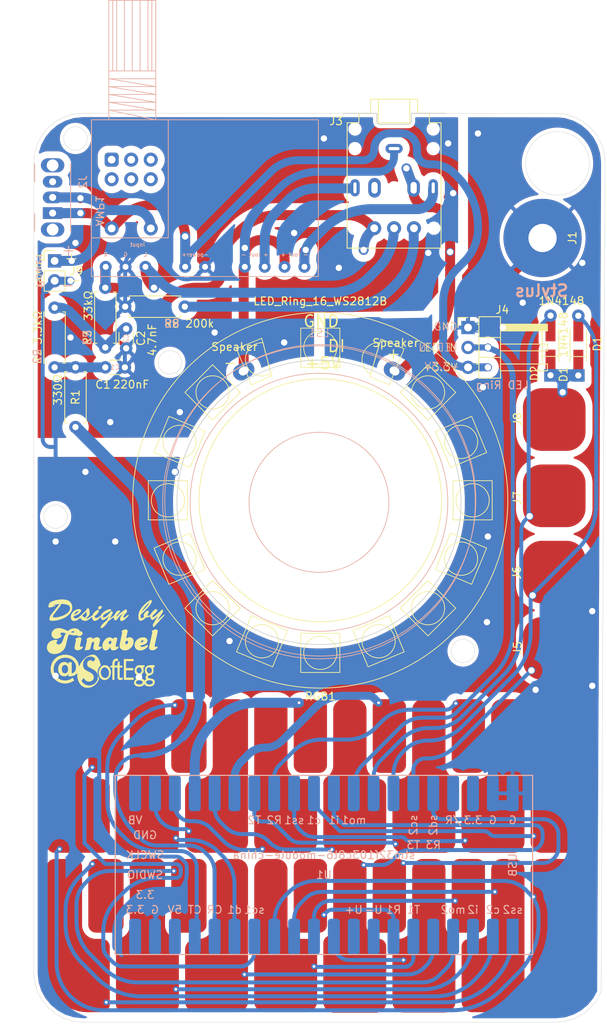
<source format=kicad_pcb>
(kicad_pcb (version 20241229) (generator "pcbnew") (generator_version "9.0")
  (title_block (title "VectorScope Badge Synthesizer") (date "2024-04-11") (rev "0.4") (company "SoftEgg") (comment 1 "Version 0.2 - T. B. Trzepacz 2024-4-7") (comment 2 "Version 0.3 - Thea @ Aisler 2024-4-8") (comment 3 "Version 0.4 - T.B. Trzepacz 2024-4-11") (comment 4 "AISLER Project ID: WYZHWGMS"))
  (layers (0 "F.Cu" signal "Top Layer") (2 "B.Cu" signal "Bottom Layer") (13 "F.Paste" user "Top Paste") (15 "B.Paste" user "Bottom Paste") (5 "F.SilkS" user "Top Overlay") (7 "B.SilkS" user "Bottom Overlay") (1 "F.Mask" user "Top Solder") (3 "B.Mask" user "Bottom Solder") (25 "Edge.Cuts" user))
  (net 0 "")
  (net 1 "GNDA")
  (net 2 "+3.3V")
  (net 3 "/DGND")
  (net 6 "/C0")
  (net 7 "/C#0")
  (net 8 "/D0")
  (net 9 "/D#0")
  (net 10 "/E0")
  (net 11 "/F0")
  (net 12 "/F#0")
  (net 13 "/G0")
  (net 14 "/G#0")
  (net 15 "/A0")
  (net 18 "/A#0")
  (net 19 "/B0")
  (net 20 "/C1")
  (net 21 "/C#1")
  (net 22 "/D1")
  (net 23 "/D#1")
  (net 24 "/E1")
  (net 25 "/F1")
  (net 26 "/F#1")
  (net 27 "/G1")
  (net 28 "/G#1")
  (net 29 "/A1")
  (net 30 "/A#1")
  (net 31 "/B1")
  (net 32 "/C2")
  (net 34 "/LED_DIN")
  (net 35 "/PARAM")
  (net 36 "/WRITE")
  (net 37 "/PATCH")
  (net 38 "Net-(C1-Pad1)")
  (net 39 "Net-(C2-Pad1)")
  (net 40 "Net-(D1-K)")
  (net 41 "/PWM_OUT")
  (net 42 "/AUDIO_LOW")
  (net 43 "Net-(AMP1-LOUT+)")
  (net 44 "Net-(AMP1-LOUT-)")
  (net 45 "Net-(AMP1-ROUT)")
  (net 46 "Net-(AMP1-L)")
  (net 48 "/GND-IN")
  (net 49 "Net-(AMP1-SWITCH2)")
  (net 50 "Net-(J3-OUT)")
  (net 52 "Net-(J3-PadRN)")
  (footprint "Connector_PinHeader_2.54mm:PinHeader_1x02_P2.54mm_Vertical" (layer "F.Cu") (at 106.553 63.881)
    (property "Reference" "J9" (hide yes))
    (property "Value" "Power" (hide yes))
  )
  (footprint "SoftEgg:Jack_3.5mm_PJ-307A_Horizontal" (layer "F.Cu") (at 149.9362 49.5554 180)
    (property "Reference" "J3")
    (property "Value" "AudioJackX_Ground_Switch" (hide yes))
    (fp_line (start 2.2 4.5) (end 6.5 4.5) (stroke (width 0.12)) (layer "Edge.Cuts"))
    (fp_line (start 2.2 3.5) (end 2.2 4.5) (stroke (width 0.12)) (layer "Edge.Cuts"))
    (fp_line (start 1.8 3.1) (end -1.8 3.1) (stroke (width 0.12)) (layer "Edge.Cuts"))
    (fp_line (start -2.2 4.5) (end -6.5 4.5) (stroke (width 0.12)) (layer "Edge.Cuts"))
    (fp_line (start -2.2 3.5) (end -2.2 4.5) (stroke (width 0.12)) (layer "Edge.Cuts"))
    (fp_arc (start 1.8 3.1) (mid 2.082843 3.217157) (end 2.2 3.5) (stroke (width 0.12)) (layer "Edge.Cuts"))
    (fp_arc (start -2.2 3.5) (mid -2.082842 3.217158) (end -1.8 3.1) (stroke (width 0.12)) (layer "Edge.Cuts"))
  )
  (footprint "Resistor_THT:R_Axial_DIN0207_L6.3mm_D2.5mm_P7.62mm_Horizontal" (layer "F.Cu") (at 113.03 67.31 -90)
    (property "Reference" "R3")
    (property "Value" "33kΩ")
  )
  (footprint "SoftEggKiCAD:SmallRoundTouchPad" (layer "F.Cu") (at 170.403247 84.127815 90)
    (property "Reference" "J8")
    (property "Value" "MODE" (hide yes))
  )
  (footprint "SoftEggKiCAD:SmallRoundTouchPad" (layer "F.Cu") (at 170.403247 105.971815 90)
    (property "Reference" "J6")
    (property "Value" "WRITE PATCH" (hide yes))
  )
  (footprint "SoftEgg:StylusKeyboard_noVias" (layer "F.Cu") (at 104.817246 119.248942)
    (property "Reference" "KB1" (hide yes))
    (property "Value" "StylusKeyboardA" (hide yes))
  )
  (footprint "Capacitor_THT:C_Disc_D3.0mm_W1.6mm_P2.50mm" (layer "F.Cu") (at 113.03 77.47)
    (property "Reference" "C1")
    (property "Value" "220nF")
  )
  (footprint "SoftEggKiCAD:SmallRoundTouchPad" (layer "F.Cu") (at 170.403247 113.337815 90)
    (property "Reference" "J5")
    (property "Value" "PATCH SELECT" (hide yes))
  )
  (footprint "Connector_PinHeader_2.54mm:PinHeader_1x03_P2.54mm_Horizontal" (layer "F.Cu") (at 159.385 72.39)
    (property "Reference" "J4")
    (property "Value" "LED Ring")
  )
  (footprint "Resistor_THT:R_Axial_DIN0207_L6.3mm_D2.5mm_P7.62mm_Horizontal" (layer "F.Cu") (at 106.553 69.85 -90)
    (property "Reference" "R2")
    (property "Value" "3.3kΩ")
  )
  (footprint "Resistor_THT:R_Axial_DIN0207_L6.3mm_D2.5mm_P7.62mm_Horizontal" (layer "F.Cu") (at 123.19 69.723 180)
    (property "Reference" "R8")
    (property "Value" "200k")
  )
  (footprint "SoftEggKiCAD:D_DO-35_SOD27_P7.62mm_Horizontal+SMD" (layer "F.Cu") (at 169.926 78.486 90)
    (property "Reference" "D2")
    (property "Value" "1N4148")
  )
  (footprint "SoftEgg:LED RING 16 WS2812B 48mm" (layer "F.Cu") (at 140.506898 94.433435)
    (property "Reference" "RGB1")
    (property "Value" "LED_Ring_16_WS2812B")
  )
  (footprint "SoftEggKiCAD:SmallRoundTouchPad" (layer "F.Cu") (at 170.403247 97.335815 90)
    (property "Reference" "J7")
    (property "Value" "PARAM SELECT" (hide yes))
  )
  (footprint "Resistor_THT:R_Axial_DIN0207_L6.3mm_D2.5mm_P7.62mm_Horizontal" (layer "F.Cu") (at 109.22 77.47 -90)
    (property "Reference" "R1")
    (property "Value" "330Ω")
  )
  (footprint "SoftEggKiCAD:D_DO-35_SOD27_P7.62mm_Horizontal+SMD" (layer "F.Cu") (at 173.482 78.501 90)
    (property "Reference" "D1")
    (property "Value" "1N4148")
  )
  (footprint "SoftEggKiCAD:SmallRoundTouchPad" (layer "F.Cu") (at 168.91 60.96 90)
    (property "Reference" "J1")
    (property "Value" "STYLUS" (hide yes))
  )
  (footprint "Capacitor_THT:C_Disc_D3.0mm_W1.6mm_P2.50mm" (layer "F.Cu") (at 115.697 72.537 -90)
    (property "Reference" "C2")
    (property "Value" "4.7nF")
  )
  (footprint "SoftEggKiCAD:stm32f103c8t6-module-china-smd" (layer "B.Cu") (at 140.97 140.97 180)
    (property "Reference" "U1")
    (property "Value" "stm32f103c8t6-module-china")
  )
  (footprint "NetTie:NetTie-3_SMD_Pad0.5mm" (layer "B.Cu") (at 106.68 87.63 90)
    (property "Reference" "NT1" (hide yes))
    (property "Value" "NetTie_3" (hide yes))
  )
  (footprint "SoftEgg:GF1002-PAM8403_Amplifier_Module_w_bottom_pins" (layer "B.Cu") (at 138.478447 64.6415 90)
    (property "Reference" "AMP1")
    (property "Value" "~")
  )
  (footprint "Button_Switch_THT:SW_Slide_SPDT_Angled_CK_OS102011MA1Q" (layer "B.Cu") (at 106.299 57.785 90)
    (property "Reference" "J2")
    (property "Value" "Power Switch")
  )
  (footprint "SoftEgg:Speaker 40mm" (layer "B.Cu") (at 140.335 94.693096)
    (property "Reference" "LS1")
    (property "Value" "Speaker" (hide yes))
    (fp_circle (center 0 0) (end 18.15 0) (stroke (width 0.1)) (fill no) (layer "Edge.Cuts"))
  )
  (gr_poly (pts (xy 111.489938 114.120289) (xy 111.524538 114.123287) (xy 111.559137 114.127285) (xy 111.593637 114.133282) (xy 111.625238 114.141285) (xy 111.656038 114.151287) (xy 111.685937 114.162586) (xy 111.715036 114.175587) (xy 111.743333 114.19009) (xy 111.77083 114.205891) (xy 111.797533 114.223087) (xy 111.823434 114.241489) (xy 111.848634 114.261089) (xy 111.873033 114.281589) (xy 111.896837 114.303089) (xy 111.919839 114.32539) (xy 111.94214 114.348492) (xy 111.963838 114.372188) (xy 111.984842 114.396488) (xy 112.005144 114.421184) (xy 112.027345 114.449085) (xy 112.049547 114.477482) (xy 112.07155 114.506382) (xy 112.093149 114.535786) (xy 112.114046 114.565586) (xy 112.134248 114.595783) (xy 112.153345 114.626285) (xy 112.171243 114.657085) (xy 112.20424 114.718883) (xy 112.234743 114.78178) (xy 112.262941 114.845684) (xy 112.288942 114.91048) (xy 112.313043 114.976078) (xy 112.335344 115.042377) (xy 112.356042 115.10928) (xy 112.375139 115.176578) (xy 112.384141 115.210377) (xy 112.393144 115.244175) (xy 112.409547 115.312076) (xy 112.424745 115.380375) (xy 112.438943 115.448772) (xy 112.439447 115.451771) (xy 112.439844 115.455769) (xy 112.440141 115.459766) (xy 112.44034 115.463764) (xy 112.44034 115.472767) (xy 112.440141 115.481769) (xy 112.439439 115.499973) (xy 112.439043 115.507976) (xy 112.438943 115.51498) (xy 112.40574 115.541981) (xy 112.374437 115.569881) (xy 112.345033 115.59898) (xy 112.317232 115.628979) (xy 112.291231 115.659977) (xy 112.266931 115.691875) (xy 112.223131 115.758076) (xy 112.185434 115.827373) (xy 112.153535 115.899372) (xy 112.126932 115.973675) (xy 112.105432 116.049778) (xy 112.088632 116.127575) (xy 112.076028 116.206478) (xy 112.067026 116.286175) (xy 112.062028 116.366375) (xy 112.060029 116.446575) (xy 112.06093 116.526478) (xy 112.063928 116.605678) (xy 112.068925 116.683781) (xy 112.066926 116.685779) (xy 112.064928 116.687778) (xy 112.063928 116.688778) (xy 112.061929 116.689777) (xy 112.06093 116.690479) (xy 112.05993 116.690876) (xy 112.058931 116.690975) (xy 112.057931 116.690975) (xy 112.056932 116.690678) (xy 112.055933 116.690281) (xy 112.055032 116.689777) (xy 112.054132 116.689175) (xy 112.053133 116.688175) (xy 112.052133 116.687176) (xy 112.051134 116.685177) (xy 112.050935 116.685177) (xy 112.050935 116.685375) (xy 112.051034 116.686375) (xy 112.055032 116.706974) (xy 112.050035 116.692371) (xy 112.044038 116.675373) (xy 112.037035 116.655575) (xy 112.030031 116.632671) (xy 112.014932 116.588772) (xy 111.998132 116.546772) (xy 111.979631 116.506771) (xy 111.959428 116.468471) (xy 111.93773 116.431774) (xy 111.914331 116.396671) (xy 111.889429 116.362972) (xy 111.863031 116.33057) (xy 111.83513 116.299267) (xy 111.805727 116.26907) (xy 111.774927 116.239773) (xy 111.742723 116.21117) (xy 111.709222 116.183369) (xy 111.674325 116.156071) (xy 111.638223 116.129269) (xy 111.600725 116.102772) (xy 111.556726 116.072872) (xy 111.512125 116.043972) (xy 111.467126 116.015873) (xy 111.421625 115.988575) (xy 111.375627 115.961872) (xy 111.329324 115.93597) (xy 111.282724 115.910473) (xy 111.235727 115.88557) (xy 110.967927 115.746372) (xy 110.94523 115.735172) (xy 110.92373 115.723171) (xy 110.903329 115.710468) (xy 110.884027 115.697071) (xy 110.865823 115.682972) (xy 110.848726 115.668171) (xy 110.832727 115.652767) (xy 110.817728 115.636768) (xy 110.803827 115.620167) (xy 110.790925 115.603069) (xy 110.779123 115.585369) (xy 110.76822 115.567165) (xy 110.758218 115.548565) (xy 110.749216 115.529362) (xy 110.741212 115.509861) (xy 110.734209 115.489864) (xy 110.72281 115.448765) (xy 110.714807 115.406368) (xy 110.710809 115.362865) (xy 110.70981 115.318264) (xy 110.711809 115.273067) (xy 110.716806 115.227169) (xy 110.724809 115.180965) (xy 110.73591 115.134663) (xy 110.742914 115.112064) (xy 110.750917 115.090267) (xy 110.75992 115.06937) (xy 110.770517 115.049374) (xy 110.78232 115.030277) (xy 110.795122 115.011974) (xy 110.809022 114.994671) (xy 110.823923 114.978268) (xy 110.839624 114.962765) (xy 110.856225 114.948162) (xy 110.873727 114.934559) (xy 110.891824 114.921955) (xy 110.910722 114.910358) (xy 110.930124 114.899761) (xy 110.950227 114.889759) (xy 110.970727 114.880756) (xy 110.991731 114.872753) (xy 111.013132 114.865749) (xy 111.034929 114.860752) (xy 111.056932 114.856754) (xy 111.079134 114.853756) (xy 111.101533 114.851757) (xy 111.124032 114.850758) (xy 111.146631 114.850758) (xy 111.169229 114.851757) (xy 111.191728 114.853756) (xy 111.214029 114.857754) (xy 111.23623 114.862751) (xy 111.258234 114.868748) (xy 111.279932 114.875751) (xy 111.301233 114.883755) (xy 111.32213 114.892757) (xy 111.334131 114.898754) (xy 111.346132 114.905758) (xy 111.358232 114.912762) (xy 111.370233 114.920765) (xy 111.382135 114.928768) (xy 111.393938 114.936771) (xy 111.405534 114.945774) (xy 111.416933 114.954777) (xy 111.428133 114.964779) (xy 111.439035 114.974781) (xy 111.449632 114.984783) (xy 111.459833 114.994884) (xy 111.469835 115.005184) (xy 111.478837 115.015583) (xy 111.48784 115.026081) (xy 111.495843 115.036678) (xy 111.593042 114.904377) (xy 111.674943 114.79018) (xy 111.712747 114.735981) (xy 111.743944 114.689381) (xy 111.744943 114.687382) (xy 111.74534 114.685383) (xy 111.745141 114.682384) (xy 111.74444 114.679386) (xy 111.74344 114.676388) (xy 111.741441 114.67239) (xy 111.739442 114.668392) (xy 111.737443 114.664394) (xy 111.731447 114.656391) (xy 111.724443 114.647388) (xy 111.71644 114.638386) (xy 111.708436 114.629383) (xy 111.699434 114.62038) (xy 111.690431 114.611378) (xy 111.673929 114.595676) (xy 111.652826 114.576679) (xy 111.632928 114.559482) (xy 111.612726 114.542782) (xy 111.591928 114.526684) (xy 111.570825 114.511181) (xy 111.549127 114.496479) (xy 111.526926 114.482479) (xy 111.515626 114.475475) (xy 111.504228 114.468471) (xy 111.492731 114.462475) (xy 111.481027 114.456478) (xy 111.450029 114.441875) (xy 111.418626 114.428974) (xy 111.386926 114.417576) (xy 111.354928 114.407574) (xy 111.322526 114.39957) (xy 111.289926 114.392567) (xy 111.257127 114.387569) (xy 111.22413 114.383572) (xy 111.190927 114.380573) (xy 111.157526 114.379574) (xy 111.124124 114.379475) (xy 111.090623 114.380474) (xy 111.057123 114.382473) (xy 111.023523 114.386471) (xy 110.989923 114.391468) (xy 110.956422 114.397465) (xy 110.938325 114.401462) (xy 110.920328 114.40546) (xy 110.90233 114.409458) (xy 110.884531 114.414455) (xy 110.86683 114.419453) (xy 110.849229 114.42445) (xy 110.831727 114.430447) (xy 110.814424 114.436443) (xy 110.797121 114.443447) (xy 110.780122 114.450451) (xy 110.763124 114.457455) (xy 110.746423 114.465458) (xy 110.729722 114.473461) (xy 110.713319 114.481464) (xy 110.697023 114.490467) (xy 110.680826 114.49947) (xy 110.667024 114.507473) (xy 110.653223 114.515476) (xy 110.639421 114.524479) (xy 110.625818 114.533482) (xy 110.612215 114.542484) (xy 110.598718 114.552486) (xy 110.58542 114.562488) (xy 110.572221 114.572491) (xy 110.559221 114.582691) (xy 110.546419 114.59309) (xy 110.533815 114.603588) (xy 110.521516 114.614391) (xy 110.509317 114.625393) (xy 110.497514 114.636494) (xy 110.485918 114.647793) (xy 110.474618 114.659191) (xy 110.463121 114.671291) (xy 110.451822 114.683689) (xy 110.42962 114.709392) (xy 110.40822 114.736095) (xy 110.38772 114.763698) (xy 110.36812 114.791996) (xy 110.349718 114.820797) (xy 110.340715 114.8354) (xy 110.332712 114.850101) (xy 110.324708 114.864902) (xy 110.316705 114.879703) (xy 110.303308 114.906704) (xy 110.290506 114.934307) (xy 110.278406 114.962406) (xy 110.267007 114.990909) (xy 110.25641 115.019611) (xy 110.246408 115.048611) (xy 110.237405 115.077709) (xy 110.229402 115.106808) (xy 110.218103 115.154705) (xy 110.208101 115.203602) (xy 110.200098 115.253101) (xy 110.194101 115.303303) (xy 110.190103 115.353802) (xy 110.188104 115.404499) (xy 110.187906 115.455196) (xy 110.189905 115.505794) (xy 110.194902 115.555996) (xy 110.201906 115.605595) (xy 110.212106 115.654598) (xy 110.225206 115.702701) (xy 110.241502 115.749699) (xy 110.261003 115.795498) (xy 110.283906 115.839794) (xy 110.310304 115.882595) (xy 110.335702 115.917797) (xy 110.363 115.951) (xy 110.391901 115.982403) (xy 110.422304 116.011906) (xy 110.454103 116.039905) (xy 110.487199 116.066303) (xy 110.521402 116.091404) (xy 110.556604 116.115307) (xy 110.592607 116.138103) (xy 110.629304 116.16) (xy 110.704202 116.201496) (xy 110.780199 116.240894) (xy 110.856302 116.279392) (xy 111.031999 116.367695) (xy 111.0757 116.390598) (xy 111.118898 116.414295) (xy 111.161401 116.438793) (xy 111.203104 116.464291) (xy 111.220407 116.47549) (xy 111.237504 116.486988) (xy 111.254304 116.498791) (xy 111.271005 116.510891) (xy 111.287302 116.523289) (xy 111.303499 116.535992) (xy 111.319299 116.549091) (xy 111.334802 116.562488) (xy 111.350099 116.576191) (xy 111.364999 116.59029) (xy 111.379503 116.604793) (xy 111.393701 116.619594) (xy 111.407503 116.634792) (xy 111.420999 116.650394) (xy 111.434 116.666393) (xy 111.446603 116.68269) (xy 111.458002 116.698688) (xy 111.468904 116.715191) (xy 111.479005 116.731991) (xy 111.489007 116.749187) (xy 111.49801 116.766788) (xy 111.506013 116.784588) (xy 111.514017 116.802792) (xy 111.52102 116.821194) (xy 111.527017 116.839893) (xy 111.533014 116.858791) (xy 111.538011 116.877788) (xy 111.542009 116.897091) (xy 111.546007 116.916393) (xy 111.549005 116.935894) (xy 111.551004 116.955494) (xy 111.553003 116.975094) (xy 111.553903 116.995197) (xy 111.554002 117.016201) (xy 111.553201 117.037998) (xy 111.551202 117.060398) (xy 111.549203 117.083195) (xy 111.546205 117.106197) (xy 111.542207 117.129398) (xy 111.53721 117.1525) (xy 111.531213 117.175503) (xy 111.524209 117.198002) (xy 111.517206 117.220104) (xy 111.509202 117.241505) (xy 111.5002 117.262104) (xy 111.490198 117.281605) (xy 111.479898 117.300106) (xy 111.468797 117.317203) (xy 111.447397 117.345806) (xy 111.424097 117.373005) (xy 111.399194 117.398708) (xy 111.372591 117.42281) (xy 111.344591 117.445408) (xy 111.315294 117.466305) (xy 111.284791 117.485508) (xy 111.253191 117.50301) (xy 111.220689 117.51881) (xy 111.187288 117.532711) (xy 111.153291 117.544712) (xy 111.118692 117.554912) (xy 111.083688 117.562916) (xy 111.048387 117.568912) (xy 111.012887 117.57291) (xy 110.977289 117.574909) (xy 110.958787 117.575207) (xy 110.939691 117.575008) (xy 110.920091 117.574306) (xy 110.900095 117.573307) (xy 110.879793 117.571308) (xy 110.859293 117.569309) (xy 110.838693 117.566311) (xy 110.818193 117.563312) (xy 110.797693 117.559315) (xy 110.77749 117.555317) (xy 110.757493 117.55032) (xy 110.737993 117.545322) (xy 110.718896 117.539326) (xy 110.700494 117.532322) (xy 110.682794 117.525318) (xy 110.665895 117.517315) (xy 110.650796 117.509312) (xy 110.635499 117.501308) (xy 110.620203 117.492306) (xy 110.604906 117.483303) (xy 110.589609 117.473301) (xy 110.574411 117.4631) (xy 110.559312 117.452602) (xy 110.544412 117.4417) (xy 110.529809 117.4305) (xy 110.515413 117.419002) (xy 110.501413 117.4072) (xy 110.487916 117.395199) (xy 110.474718 117.382999) (xy 110.462114 117.370602) (xy 110.450113 117.357998) (xy 110.438714 117.345394) (xy 110.427415 117.332096) (xy 110.416414 117.3186) (xy 110.395013 117.291103) (xy 110.374414 117.263103) (xy 110.354211 117.234806) (xy 110.314012 117.178104) (xy 110.293413 117.150104) (xy 110.272111 117.122608) (xy 110.186609 117.217907) (xy 110.100511 117.314808) (xy 110.007509 117.420208) (xy 110.014513 117.446812) (xy 110.022516 117.472912) (xy 110.031518 117.498508) (xy 110.041917 117.523609) (xy 110.053316 117.548305) (xy 110.065713 117.572407) (xy 110.09321 117.619305) (xy 110.12401 117.664005) (xy 110.158006 117.706707) (xy 110.19491 117.747204) (xy 110.234308 117.785404) (xy 110.27601 117.821407) (xy 110.31981 117.855007) (xy 110.365312 117.886204) (xy 110.412309 117.914905) (xy 110.460512 117.941105) (xy 110.509714 117.964703) (xy 110.559511 117.985706) (xy 110.609613 118.004009) (xy 110.641016 118.014011) (xy 110.672517 118.023014) (xy 110.704416 118.031017) (xy 110.736413 118.03902) (xy 110.76851 118.046024) (xy 110.800912 118.052021) (xy 110.833414 118.057018) (xy 110.866014 118.061016) (xy 110.898614 118.064014) (xy 110.931413 118.066013) (xy 110.964212 118.066914) (xy 110.997011 118.066814) (xy 111.029909 118.065815) (xy 111.062707 118.063816) (xy 111.095506 118.060818) (xy 111.128206 118.05682) (xy 111.183809 118.046818) (xy 111.238512 118.034618) (xy 111.292108 118.020222) (xy 111.344705 118.003422) (xy 111.396204 117.984325) (xy 111.446504 117.962826) (xy 111.495508 117.939129) (xy 111.543306 117.913029) (xy 111.589609 117.884731) (xy 111.634508 117.854031) (xy 111.67801 117.821133) (xy 111.719812 117.785831) (xy 111.76011 117.748333) (xy 111.798707 117.708431) (xy 111.835504 117.666332) (xy 111.870508 117.621929) (xy 111.890504 117.594532) (xy 111.909906 117.566433) (xy 111.928506 117.537632) (xy 111.946107 117.508129) (xy 111.954111 117.493229) (xy 111.962114 117.47813) (xy 111.970117 117.462833) (xy 111.97812 117.44743) (xy 111.985124 117.431827) (xy 111.992128 117.416126) (xy 111.998125 117.400326) (xy 112.004121 117.384426) (xy 112.016824 117.347027) (xy 112.028924 117.308529) (xy 112.040124 117.26923) (xy 112.050424 117.229328) (xy 112.059427 117.189129) (xy 112.066431 117.14893) (xy 112.072427 117.109127) (xy 112.074426 117.089329) (xy 112.076425 117.069828) (xy 112.078424 117.047527) (xy 112.079423 117.024525) (xy 112.080026 117.001125) (xy 112.080225 116.977528) (xy 112.079927 116.95393) (xy 112.079126 116.930729) (xy 112.078126 116.908031) (xy 112.076128 116.886234) (xy 112.07213 116.851231) (xy 112.068132 116.82053) (xy 112.065134 116.793926) (xy 112.062135 116.77113) (xy 112.057138 116.735729) (xy 112.05314 116.712131) (xy 112.059137 116.726528) (xy 112.064134 116.737629) (xy 112.068132 116.745632) (xy 112.07113 116.750629) (xy 112.07213 116.752628) (xy 112.073129 116.753628) (xy 112.074029 116.754131) (xy 112.07493 116.75423) (xy 112.075532 116.753727) (xy 112.076135 116.752926) (xy 112.076532 116.751926) (xy 112.076829 116.749927) (xy 112.077028 116.74593) (xy 112.076929 116.740932) (xy 112.076532 116.734936) (xy 112.075929 116.727932) (xy 112.07393 116.713833) (xy 112.071931 116.700931) (xy 112.080934 116.738331) (xy 112.091936 116.776333) (xy 112.104135 116.814632) (xy 112.117235 116.852734) (xy 112.130937 116.890232) (xy 112.144937 116.926632) (xy 112.172838 116.994831) (xy 112.198541 117.05373) (xy 112.219743 117.100033) (xy 112.239542 117.141132) (xy 112.224443 117.214832) (xy 112.204942 117.287235) (xy 112.181139 117.358433) (xy 112.153337 117.428234) (xy 112.121736 117.496532) (xy 112.086336 117.563129) (xy 112.047639 117.627926) (xy 112.00554 117.690823) (xy 111.960542 117.751621) (xy 111.912546 117.810322) (xy 111.862047 117.866718) (xy 111.808946 117.920719) (xy 111.753648 117.972118) (xy 111.696352 118.020817) (xy 111.637048 118.066715) (xy 111.57625 118.109714) (xy 111.539651 118.133816) (xy 111.501955 118.157619) (xy 111.463258 118.180721) (xy 111.42386 118.202923) (xy 111.38376 118.223926) (xy 111.343263 118.243526) (xy 111.322862 118.252529) (xy 111.302461 118.261532) (xy 111.28206 118.269535) (xy 111.26156 118.277538) (xy 111.21026 118.294842) (xy 111.157457 118.310245) (xy 111.103357 118.323849) (xy 111.048158 118.335552) (xy 110.99196 118.345554) (xy 110.935159 118.353558) (xy 110.877962 118.358555) (xy 110.82036 118.362553) (xy 110.762857 118.363552) (xy 110.705453 118.362652) (xy 110.648355 118.359653) (xy 110.591959 118.353657) (xy 110.536355 118.345653) (xy 110.481653 118.335255) (xy 110.428255 118.322353) (xy 110.376352 118.30695) (xy 110.323755 118.288349) (xy 110.272554 118.267147) (xy 110.222658 118.24345) (xy 110.174058 118.217449) (xy 110.126962 118.189251) (xy 110.081361 118.158749) (xy 110.037263 118.126148) (xy 109.994661 118.091549) (xy 109.95376 118.05505) (xy 109.914461 118.016651) (xy 109.876863 117.976551) (xy 109.841066 117.93475) (xy 109.806962 117.891346) (xy 109.774759 117.846447) (xy 109.744462 117.800144) (xy 109.716066 117.752445) (xy 109.674867 117.676144) (xy 109.637063 117.598347) (xy 109.602563 117.519047) (xy 109.571466 117.438549) (xy 109.543664 117.356747) (xy 109.519166 117.273945) (xy 109.498064 117.190243) (xy 109.480264 117.10574) (xy 109.465761 117.020542) (xy 109.45466 116.934841) (xy 109.446657 116.848743) (xy 109.441659 116.76234) (xy 109.44066 116.675739) (xy 109.442659 116.589237) (xy 109.447656 116.502735) (xy 109.456659 116.416538) (xy 109.462656 116.36684) (xy 109.469659 116.317043) (xy 109.477663 116.267147) (xy 109.486665 116.21735) (xy 109.497064 116.16785) (xy 109.508363 116.118549) (xy 109.520761 116.069752) (xy 109.534059 116.021351) (xy 109.546762 115.978352) (xy 109.56006 115.935352) (xy 109.573961 115.892452) (xy 109.588464 115.84975) (xy 109.603662 115.807148) (xy 109.619363 115.76495) (xy 109.635767 115.723049) (xy 109.652765 115.681446) (xy 109.669466 115.642246) (xy 109.686868 115.603245) (xy 109.704767 115.564442) (xy 109.723268 115.525844) (xy 109.742166 115.487545) (xy 109.761667 115.449543) (xy 109.781564 115.411739) (xy 109.801965 115.374241) (xy 109.825067 115.332943) (xy 109.848665 115.291943) (xy 109.872865 115.251446) (xy 109.897668 115.211147) (xy 109.923067 115.171245) (xy 109.948968 115.131748) (xy 109.975465 115.092647) (xy 110.002565 115.053844) (xy 110.031862 115.013241) (xy 110.06196 114.973141) (xy 110.09276 114.933437) (xy 110.124261 114.894337) (xy 110.156259 114.85574) (xy 110.188959 114.817638) (xy 110.222261 114.78014) (xy 110.256059 114.743137) (xy 110.291757 114.705334) (xy 110.328554 114.668133) (xy 110.366151 114.631634) (xy 110.404748 114.595837) (xy 110.444147 114.561039) (xy 110.484247 114.527241) (xy 110.525148 114.49464) (xy 110.566644 114.463238) (xy 110.594141 114.443439) (xy 110.621942 114.424236) (xy 110.678743 114.387539) (xy 110.736841 114.353039) (xy 110.796243 114.320736) (xy 110.856843 114.290539) (xy 110.918443 114.262638) (xy 110.980943 114.236835) (xy 111.044244 114.213238) (xy 111.109842 114.190937) (xy 111.176744 114.170437) (xy 111.210641 114.161434) (xy 111.244844 114.153431) (xy 111.279146 114.145428) (xy 111.313646 114.139431) (xy 111.348245 114.134434) (xy 111.383043 114.130436) (xy 111.417741 114.128437) (xy 111.455141 114.119587)) (fill yes) (layer "F.SilkS"))
  (gr_poly (pts (xy 112.068941 116.693447) (xy 112.069337 116.694446) (xy 112.070039 116.697445) (xy 112.071039 116.703442) (xy 112.073038 116.716343) (xy 112.075037 116.730442) (xy 112.075639 116.737446) (xy 112.076036 116.743442) (xy 112.076135 116.74844) (xy 112.075937 116.752438) (xy 112.075639 116.754436) (xy 112.075243 116.755436) (xy 112.07464 116.756336) (xy 112.074037 116.75684) (xy 112.073137 116.75674) (xy 112.072237 116.756138) (xy 112.071237 116.755138) (xy 112.070238 116.753139) (xy 112.069238 116.751141) (xy 112.067239 116.748142) (xy 112.063241 116.740139) (xy 112.058244 116.729038) (xy 112.053247 116.714535) (xy 112.049249 116.694034) (xy 112.04915 116.693035) (xy 112.04915 116.692837) (xy 112.049348 116.692837) (xy 112.050348 116.694836) (xy 112.051347 116.695835) (xy 112.052347 116.696834) (xy 112.053148 116.697437) (xy 112.054147 116.69804) (xy 112.055048 116.698437) (xy 112.056047 116.698635) (xy 112.057046 116.698734) (xy 112.058046 116.698536) (xy 112.059045 116.698139) (xy 112.060045 116.697437) (xy 112.061044 116.696438) (xy 112.063043 116.695438) (xy 112.065042 116.693439) (xy 112.068643 116.692448)) (fill yes) (layer "F.SilkS"))
  (gr_poly (pts (xy 110.845346 108.217121) (xy 110.917444 108.234623) (xy 110.953645 108.27972) (xy 110.969743 108.358822) (xy 111.00284 108.534023) (xy 111.025636 108.638424) (xy 111.042734 108.805523) (xy 111.041933 108.836124) (xy 111.031534 108.919323) (xy 111.012132 108.990223) (xy 111.012529 108.990223) (xy 111.01053 108.998226) (xy 110.973932 109.083324) (xy 110.926134 109.163128) (xy 110.856431 109.252026) (xy 110.776231 109.333126) (xy 110.662431 109.426128) (xy 110.543031 109.505932) (xy 110.630334 109.514934) (xy 110.710336 109.510937) (xy 110.78454 109.495037) (xy 110.854539 109.469234) (xy 110.987939 109.393238) (xy 111.122743 109.295139) (xy 111.12774 109.291141) (xy 111.358644 109.113941) (xy 111.397241 109.260242) (xy 111.17444 109.464542) (xy 110.936937 109.643246) (xy 110.734338 109.757946) (xy 110.568841 109.816547) (xy 110.43474 109.829945) (xy 110.426736 109.829647) (xy 110.249139 109.798946) (xy 110.09144 109.732243) (xy 109.965936 109.638744) (xy 109.876039 109.524342) (xy 109.822237 109.391239) (xy 109.78544 109.423939) (xy 109.737642 109.441242) (xy 109.711839 109.435245) (xy 109.691537 109.419147) (xy 109.672136 109.368145) (xy 109.680139 109.334446) (xy 109.700441 109.301449) (xy 109.753244 109.24445) (xy 109.764345 109.233448) (xy 109.80712 109.194225) (xy 110.049531 109.194225) (xy 110.144731 109.218227) (xy 110.22323 109.27103) (xy 110.289033 109.34103) (xy 110.346132 109.416431) (xy 110.35013 109.421429) (xy 110.431833 109.369327) (xy 110.553331 109.27293) (xy 110.590929 109.22723) (xy 110.618532 109.177227) (xy 110.64303 109.094524) (xy 110.654428 108.990223) (xy 110.654031 108.990223) (xy 110.603929 108.674526) (xy 110.049531 109.194225) (xy 109.80712 109.194225) (xy 110.599946 108.467251) (xy 110.615243 108.382549) (xy 110.662141 108.292446) (xy 110.73034 108.236843) (xy 110.771944 108.22224) (xy 110.819444 108.216419)) (fill yes) (layer "F.SilkS"))
  (gr_poly (pts (xy 112.159639 108.461651) (xy 112.212335 108.497547) (xy 112.226236 108.521946) (xy 112.231233 108.552143) (xy 112.220735 108.612942) (xy 112.184434 108.69334) (xy 112.127435 108.779339) (xy 112.020334 108.90604) (xy 111.899538 109.025837) (xy 111.688341 109.199039) (xy 111.681337 109.295437) (xy 111.705636 109.370335) (xy 111.731637 109.398937) (xy 111.767335 109.420437) (xy 111.822534 109.436336) (xy 111.892236 109.441334) (xy 112.012239 109.419735) (xy 112.129442 109.364239) (xy 112.241838 109.288341) (xy 112.347436 109.205738) (xy 112.45054 109.125637) (xy 112.485155 109.272251) (xy 112.330553 109.445652) (xy 112.134355 109.625355) (xy 111.959054 109.745151) (xy 111.808954 109.810352) (xy 111.680452 109.830349) (xy 111.62745 109.825352) (xy 111.573251 109.808453) (xy 111.525148 109.781055) (xy 111.476144 109.737553) (xy 111.435342 109.684055) (xy 111.397844 109.612354) (xy 111.371141 109.534557) (xy 111.354738 109.452259) (xy 111.34974 109.372356) (xy 111.356744 109.271458) (xy 111.377443 109.170856) (xy 111.410043 109.072758) (xy 111.458742 108.966656) (xy 111.517938 108.866253) (xy 111.590341 108.766849) (xy 111.669137 108.677448) (xy 111.829835 108.53915) (xy 111.964838 108.465153) (xy 112.061838 108.444553)) (fill yes) (layer "F.SilkS"))
  (gr_poly (pts (xy 119.591135 110.929638) (xy 119.669336 110.972736) (xy 119.720933 111.040333) (xy 119.738534 111.128033) (xy 119.738534 111.146931) (xy 119.734537 111.165729) (xy 119.732538 111.188831) (xy 119.730539 111.207729) (xy 119.348642 112.928532) (xy 119.346643 112.943134) (xy 119.344644 112.957836) (xy 119.342645 112.985134) (xy 119.340646 113.016636) (xy 119.349649 113.062633) (xy 119.376352 113.09853) (xy 119.415948 113.12183) (xy 119.466646 113.129833) (xy 119.485445 113.129833) (xy 119.508546 113.125835) (xy 119.527444 113.121838) (xy 119.546342 113.112835) (xy 119.604944 113.092037) (xy 119.642847 113.084034) (xy 119.670045 113.087032) (xy 119.693246 113.103329) (xy 119.71425 113.155727) (xy 119.71425 113.159725) (xy 119.703653 113.201923) (xy 119.676355 113.254223) (xy 119.579858 113.361225) (xy 119.54426 113.392528) (xy 119.504358 113.42403) (xy 119.344858 113.510128) (xy 119.172861 113.562527) (xy 119.092958 113.57523) (xy 119.017457 113.579227) (xy 118.906358 113.567829) (xy 118.813257 113.535328) (xy 118.734254 113.482632) (xy 118.672555 113.41193) (xy 118.635858 113.329327) (xy 118.623056 113.23093) (xy 118.623056 113.203632) (xy 118.627054 113.176433) (xy 118.629053 113.151333) (xy 118.635339 113.125835) (xy 119.008638 111.421635) (xy 119.014635 111.405033) (xy 119.016634 111.388134) (xy 119.02263 111.342136) (xy 119.024629 111.300037) (xy 119.019632 111.245838) (xy 119.006235 111.21394) (xy 118.981134 111.190037) (xy 118.932733 111.165737) (xy 119.085931 111.046139) (xy 119.251634 110.960041) (xy 119.369234 110.92654) (xy 119.482431 110.913937)) (fill yes) (layer "F.SilkS"))
  (gr_poly (pts (xy 112.088533 111.921337) (xy 112.178133 111.953136) (xy 112.252931 112.004734) (xy 112.311029 112.073635) (xy 112.345827 112.154438) (xy 112.357927 112.250736) (xy 112.355928 112.292835) (xy 112.349931 112.339039) (xy 112.347932 112.355938) (xy 112.341936 112.372738) (xy 112.220338 112.89864) (xy 112.205736 112.968143) (xy 112.199739 113.016445) (xy 112.205736 113.059246) (xy 112.233133 113.096546) (xy 112.275232 113.121349) (xy 112.329729 113.130352) (xy 112.36963 113.126354) (xy 112.405328 113.118351) (xy 112.472429 113.097454) (xy 112.514329 113.089451) (xy 112.540933 113.094448) (xy 112.560533 113.110149) (xy 112.577333 113.164349) (xy 112.565034 113.218151) (xy 112.520631 113.287449) (xy 112.456331 113.353847) (xy 112.363229 113.42725) (xy 112.267427 113.483852) (xy 112.163927 113.52795) (xy 112.055925 113.558552) (xy 111.947725 113.574154) (xy 111.912027 113.578152) (xy 111.876527 113.578152) (xy 111.75963 113.566852) (xy 111.666933 113.535351) (xy 111.593133 113.485653) (xy 111.536737 113.418056) (xy 111.502435 113.336658) (xy 111.490335 113.237461) (xy 111.492334 113.210163) (xy 111.494333 113.178463) (xy 111.500329 113.166065) (xy 111.502328 113.149166) (xy 111.59443 112.703167) (xy 111.596429 112.692669) (xy 111.598428 112.682072) (xy 111.604425 112.642269) (xy 111.606424 112.610668) (xy 111.598421 112.56467) (xy 111.57512 112.530773) (xy 111.539224 112.509075) (xy 111.489122 112.501072) (xy 111.41562 112.517368) (xy 111.350519 112.56847) (xy 111.301118 112.645168) (xy 111.262422 112.757671) (xy 111.149225 113.262569) (xy 111.105325 113.381672) (xy 111.037828 113.468769) (xy 110.949029 113.525669) (xy 110.846933 113.544468) (xy 110.670732 113.544468) (xy 110.550935 113.554867) (xy 110.456537 113.594868) (xy 110.42724 113.613666) (xy 110.398898 113.636015) (xy 110.66234 112.443439) (xy 110.676942 112.348942) (xy 110.682939 112.283939) (xy 110.677942 112.240238) (xy 110.662439 112.206036) (xy 110.635835 112.177639) (xy 110.591135 112.149441) (xy 110.750734 112.04034) (xy 110.886835 111.971043) (xy 111.023836 111.928043) (xy 111.153535 111.914242) (xy 111.264436 111.929943) (xy 111.335939 111.971043) (xy 111.381937 112.03944) (xy 111.405237 112.149242) (xy 111.548334 112.041439) (xy 111.688531 111.968838) (xy 111.834932 111.924541) (xy 111.980234 111.910038)) (fill yes) (layer "F.SilkS"))
  (gr_poly (pts (xy 113.040269 115.4706) (xy 113.080171 115.474598) (xy 113.11947 115.481602) (xy 113.157869 115.490604) (xy 113.195566 115.501903) (xy 113.232362 115.5154) (xy 113.268259 115.531002) (xy 113.303262 115.548702) (xy 113.337259 115.5685) (xy 113.370256 115.590198) (xy 113.402254 115.613796) (xy 113.433053 115.639194) (xy 113.462755 115.666393) (xy 113.491258 115.695293) (xy 113.518457 115.725796) (xy 113.544458 115.757893) (xy 113.569055 115.791492) (xy 113.614152 115.863094) (xy 113.653352 115.939892) (xy 113.686349 116.021488) (xy 113.712846 116.107387) (xy 113.732347 116.196987) (xy 113.744646 116.28989) (xy 113.747644 116.337391) (xy 113.748643 116.385494) (xy 113.747941 116.434193) (xy 113.747438 116.444195) (xy 113.747381 116.444195) (xy 113.74743 116.443218) (xy 113.504632 116.443218) (xy 113.50463 116.444055) (xy 113.499643 116.374996) (xy 113.494646 116.340397) (xy 113.488649 116.3064) (xy 113.481645 116.273098) (xy 113.473642 116.240398) (xy 113.46364 116.2085) (xy 113.453043 116.177303) (xy 113.441446 116.147007) (xy 113.428644 116.117405) (xy 113.414941 116.088802) (xy 113.400239 116.061001) (xy 113.384637 116.034199) (xy 113.368036 116.008396) (xy 113.350633 115.9837) (xy 113.332429 115.960003) (xy 113.313432 115.937405) (xy 113.293733 115.915905) (xy 113.273332 115.895702) (xy 113.25213 115.876606) (xy 113.230432 115.858906) (xy 113.208032 115.842403) (xy 113.185129 115.827305) (xy 113.161729 115.813503) (xy 113.137727 115.801205) (xy 113.113428 115.790302) (xy 113.088624 115.7813) (xy 113.063425 115.773296) (xy 113.037927 115.7673) (xy 113.012125 115.762302) (xy 112.986124 115.759304) (xy 112.959825 115.758305) (xy 112.933328 115.758701) (xy 112.906724 115.7607) (xy 112.880228 115.764698) (xy 112.854425 115.769695) (xy 112.829126 115.776699) (xy 112.804323 115.785702) (xy 112.780321 115.796101) (xy 112.756822 115.808002) (xy 112.734125 115.8213) (xy 112.712121 115.836002) (xy 112.69082 115.8521) (xy 112.670221 115.869503) (xy 112.650522 115.888203) (xy 112.631624 115.9081) (xy 112.596323 115.951397) (xy 112.564722 115.999096) (xy 112.53692 116.050693) (xy 112.513116 116.105991) (xy 112.493616 116.164493) (xy 112.478715 116.225796) (xy 112.468416 116.289699) (xy 112.463418 116.355701) (xy 112.46322 116.423504) (xy 112.468217 116.492603) (xy 112.473215 116.527203) (xy 112.479211 116.561199) (xy 112.486215 116.594501) (xy 112.494218 116.627201) (xy 112.50422 116.659099) (xy 112.514818 116.690296) (xy 112.526521 116.720699) (xy 112.539224 116.750202) (xy 112.552927 116.778904) (xy 112.567628 116.806606) (xy 112.58333 116.833408) (xy 112.599832 116.859211) (xy 112.617235 116.884014) (xy 112.635438 116.907711) (xy 112.654436 116.930309) (xy 112.674135 116.95171) (xy 112.694635 116.972011) (xy 112.715738 116.991009) (xy 112.737535 117.008808) (xy 112.759836 117.025211) (xy 112.782838 117.040409) (xy 112.806238 117.054111) (xy 112.830141 117.066509) (xy 112.854539 117.077312) (xy 112.879343 117.086315) (xy 112.904443 117.094318) (xy 112.929941 117.100315) (xy 112.955743 117.105312) (xy 112.981843 117.108311) (xy 113.008142 117.10931) (xy 113.034639 117.108913) (xy 113.061243 117.106914) (xy 113.08764 117.102917) (xy 113.113542 117.09692) (xy 113.138841 117.089916) (xy 113.163537 117.080913) (xy 113.187639 117.070515) (xy 113.211038 117.058712) (xy 113.233835 117.045315) (xy 113.255838 117.030613) (xy 113.277139 117.014515) (xy 113.297639 116.997112) (xy 113.317438 116.978413) (xy 113.336336 116.958515) (xy 113.371538 116.915218) (xy 113.403238 116.867519) (xy 113.431039 116.815922) (xy 113.454736 116.760723) (xy 113.474237 116.702221) (xy 113.489236 116.640819) (xy 113.499437 116.577022) (xy 113.504434 116.511021) (xy 113.50463 116.444055) (xy 113.50464 116.444195) (xy 113.747381 116.444195) (xy 113.745431 116.482922) (xy 113.740434 116.531925) (xy 113.73343 116.580128) (xy 113.724428 116.627529) (xy 113.714128 116.67403) (xy 113.701929 116.719532) (xy 113.688028 116.764034) (xy 113.672525 116.807438) (xy 113.655328 116.849735) (xy 113.636529 116.890835) (xy 113.616327 116.930637) (xy 113.59453 116.969234) (xy 113.571428 117.006435) (xy 113.54693 117.042232) (xy 113.521127 117.076534) (xy 113.494127 117.109234) (xy 113.465829 117.14043) (xy 113.436426 117.170032) (xy 113.406023 117.197933) (xy 113.374521 117.224033) (xy 113.34202 117.248333) (xy 113.308519 117.270733) (xy 113.274316 117.291233) (xy 113.239114 117.309833) (xy 113.203317 117.326336) (xy 113.166719 117.340732) (xy 113.129419 117.353031) (xy 113.091516 117.363132) (xy 113.053117 117.371136) (xy 113.014215 117.376133) (xy 112.974817 117.379131) (xy 112.935113 117.379833) (xy 112.895013 117.377834) (xy 112.855012 117.373836) (xy 112.815813 117.366833) (xy 112.777414 117.35783) (xy 112.739717 117.346531) (xy 112.70292 117.333034) (xy 112.666917 117.317432) (xy 112.631914 117.299732) (xy 112.597917 117.279934) (xy 112.56492 117.258236) (xy 112.533021 117.234638) (xy 112.502122 117.20924) (xy 112.472421 117.182041) (xy 112.444025 117.153141) (xy 112.416727 117.122639) (xy 112.390825 117.090542) (xy 112.366128 117.056843) (xy 112.321031 116.98534) (xy 112.281831 116.908543) (xy 112.248834 116.826946) (xy 112.222337 116.741047) (xy 112.202837 116.651447) (xy 112.190538 116.558544) (xy 112.18754 116.511043) (xy 112.18654 116.46294) (xy 112.186655 116.422718) (xy 112.186754 116.414715) (xy 112.189752 116.365513) (xy 112.194749 116.316509) (xy 112.201753 116.268207) (xy 112.210756 116.220905) (xy 112.221155 116.174404) (xy 112.233255 116.128902) (xy 112.247156 116.0844) (xy 112.262758 116.040996) (xy 112.279954 115.998699) (xy 112.298654 115.9576) (xy 112.318956 115.917797) (xy 112.340654 115.8792) (xy 112.363756 115.841999) (xy 112.388254 115.806301) (xy 112.414056 115.7719) (xy 112.441156 115.739201) (xy 112.469354 115.708004) (xy 112.498758 115.678402) (xy 112.52926 115.6506) (xy 112.560762 115.624401) (xy 112.593263 115.600101) (xy 112.626665 115.577701) (xy 112.660966 115.557201) (xy 112.696069 115.538601) (xy 112.731966 115.522098) (xy 112.768564 115.507702) (xy 112.805864 115.495403) (xy 112.843667 115.485302) (xy 112.882066 115.477299) (xy 112.921068 115.472301) (xy 112.960367 115.469303) (xy 113.000169 115.468601)) (fill yes) (layer "F.SilkS"))
  (gr_poly (pts (xy 109.837343 111.928432) (xy 109.90854 111.966831) (xy 109.956338 112.028034) (xy 109.975839 112.111538) (xy 109.975839 112.155834) (xy 109.967836 112.200237) (xy 109.825136 112.872333) (xy 109.823137 112.889133) (xy 109.81714 112.906032) (xy 109.811143 112.94833) (xy 109.809144 112.982227) (xy 109.818147 113.044727) (xy 109.842744 113.089924) (xy 109.882043 113.119724) (xy 109.935243 113.130024) (xy 109.949945 113.130024) (xy 109.960344 113.130024) (xy 109.987642 113.122021) (xy 110.010744 113.113018) (xy 110.075746 113.087917) (xy 110.119943 113.079914) (xy 110.159647 113.098812) (xy 110.178545 113.151211) (xy 110.153245 113.23531) (xy 110.086244 113.327412) (xy 110.035844 113.371509) (xy 109.977243 113.415508) (xy 109.882646 113.470112) (xy 109.788347 113.516315) (xy 109.63305 113.562412) (xy 109.49035 113.579311) (xy 109.378953 113.568012) (xy 109.285753 113.536213) (xy 109.206956 113.484615) (xy 109.145158 113.414913) (xy 109.108461 113.333912) (xy 109.095758 113.237812) (xy 109.097757 113.202114) (xy 109.099756 113.162014) (xy 109.105752 113.143116) (xy 109.10724 113.123836) (xy 109.254037 112.43684) (xy 109.266641 112.363239) (xy 109.270639 112.302036) (xy 109.264642 112.257938) (xy 109.247446 112.219837) (xy 109.219545 112.187336) (xy 109.178247 112.158634) (xy 109.327646 112.049137) (xy 109.465646 111.975437) (xy 109.606447 111.928936) (xy 109.736543 111.914234)) (fill yes) (layer "F.SilkS"))
  (gr_poly (pts (xy 109.943834 111.15514) (xy 110.04313 111.211338) (xy 110.091928 111.267338) (xy 110.121126 111.333141) (xy 110.131227 111.411739) (xy 110.116525 111.499142) (xy 110.071123 111.582241) (xy 109.988519 111.664242) (xy 109.88862 111.72604) (xy 109.779024 111.763142) (xy 109.657022 111.775745) (xy 109.536722 111.756344) (xy 109.445024 111.701443) (xy 109.383821 111.617046) (xy 109.363122 111.511043) (xy 109.37742 111.415043) (xy 109.420221 111.327946) (xy 109.495424 111.246548) (xy 109.588724 111.18465) (xy 109.691926 111.147549) (xy 109.808137 111.134838)) (fill yes) (layer "F.SilkS"))
  (gr_poly (pts (xy 115.445848 114.683803) (xy 116.570344 114.683803) (xy 116.580743 114.684406) (xy 116.590745 114.685406) (xy 116.599748 114.687405) (xy 116.607751 114.690403) (xy 116.614755 114.693401) (xy 116.621759 114.697399) (xy 116.627756 114.701397) (xy 116.632753 114.706394) (xy 116.63775 114.711391) (xy 116.641748 114.717388) (xy 116.645746 114.723385) (xy 116.648744 114.730389) (xy 116.651742 114.737392) (xy 116.653741 114.744396) (xy 116.65574 114.7514) (xy 116.657739 114.759403) (xy 116.658739 114.767406) (xy 116.659639 114.77541) (xy 116.660539 114.791508) (xy 116.660738 114.807606) (xy 116.660341 114.823406) (xy 116.659341 114.852909) (xy 116.658945 114.865909) (xy 116.659044 114.877407) (xy 116.65854 114.883404) (xy 116.657739 114.8894) (xy 116.656938 114.894398) (xy 116.655939 114.899395) (xy 116.654939 114.904392) (xy 116.65394 114.909389) (xy 116.65294 114.913387) (xy 116.651941 114.917385) (xy 116.649942 114.921383) (xy 116.647943 114.925381) (xy 116.645944 114.928379) (xy 116.643945 114.931377) (xy 116.641946 114.934376) (xy 116.639947 114.937374) (xy 116.637949 114.940372) (xy 116.63595 114.942371) (xy 116.632951 114.94437) (xy 116.629953 114.946369) (xy 116.626955 114.948368) (xy 116.623956 114.950367) (xy 116.620958 114.951366) (xy 116.617959 114.953365) (xy 116.610956 114.955364) (xy 116.603952 114.957363) (xy 116.596948 114.959362) (xy 116.588945 114.960361) (xy 116.580942 114.961361) (xy 115.761941 114.961361) (xy 115.752939 114.962063) (xy 115.743936 114.962864) (xy 115.735933 114.963863) (xy 115.728929 114.964863) (xy 115.721925 114.966862) (xy 115.715929 114.968861) (xy 115.710931 114.970859) (xy 115.705934 114.972858) (xy 115.703935 114.973858) (xy 115.701936 114.974857) (xy 115.699937 114.976856) (xy 115.697938 114.978855) (xy 115.69594 114.980854) (xy 115.693941 114.982853) (xy 115.692941 114.984852) (xy 115.691942 114.986851) (xy 115.690942 114.98885) (xy 115.689943 114.990848) (xy 115.687944 114.995846) (xy 115.686944 115.000843) (xy 115.685945 115.00684) (xy 115.682947 115.804142) (xy 115.683145 115.80814) (xy 115.683542 115.812138) (xy 115.684045 115.816135) (xy 115.684846 115.819134) (xy 115.685647 115.822132) (xy 115.686647 115.82513) (xy 115.687646 115.828129) (xy 115.688348 115.829128) (xy 115.68905 115.830128) (xy 115.689851 115.831127) (xy 115.690652 115.832127) (xy 115.691453 115.833027) (xy 115.692354 115.833927) (xy 115.693254 115.834728) (xy 115.694253 115.83543) (xy 115.695253 115.836132) (xy 115.696252 115.836735) (xy 115.697252 115.837238) (xy 115.698251 115.837742) (xy 115.699251 115.838139) (xy 115.70025 115.838535) (xy 115.702249 115.839039) (xy 115.705247 115.839435) (xy 116.522447 115.838634) (xy 116.534746 115.839435) (xy 116.546243 115.841434) (xy 116.557046 115.845432) (xy 116.567049 115.850429) (xy 116.576051 115.857433) (xy 116.584054 115.865436) (xy 116.592058 115.874439) (xy 116.599061 115.88454) (xy 116.605058 115.895542) (xy 116.610055 115.907246) (xy 116.615053 115.919643) (xy 116.61905 115.932545) (xy 116.622049 115.945942) (xy 116.624048 115.959644) (xy 116.626047 115.973644) (xy 116.626947 115.987644) (xy 116.627046 116.001743) (xy 116.626443 116.015644) (xy 116.625444 116.029346) (xy 116.623445 116.042744) (xy 116.620447 116.055744) (xy 116.616449 116.068043) (xy 116.612451 116.079845) (xy 116.607454 116.090847) (xy 116.601457 116.100849) (xy 116.594453 116.109852) (xy 116.58745 116.117855) (xy 116.579446 116.124859) (xy 116.570444 116.129856) (xy 116.560441 116.133854) (xy 116.549943 116.135853) (xy 116.538644 116.136654) (xy 115.746644 116.136654) (xy 115.740648 116.136753) (xy 115.734651 116.137051) (xy 115.728654 116.137447) (xy 115.723657 116.138248) (xy 115.71866 116.139248) (xy 115.716661 116.13995) (xy 115.714662 116.140652) (xy 115.712663 116.141552) (xy 115.710664 116.142551) (xy 115.708665 116.143551) (xy 115.706666 116.14455) (xy 115.704668 116.14555) (xy 115.702669 116.146549) (xy 115.70067 116.148548) (xy 115.69967 116.150547) (xy 115.698671 116.152546) (xy 115.697671 116.154545) (xy 115.696672 116.156544) (xy 115.695673 116.158543) (xy 115.694673 116.161541) (xy 115.693872 116.164539) (xy 115.693071 116.167538) (xy 115.692369 116.170536) (xy 115.691766 116.173534) (xy 115.691263 116.177532) (xy 115.690866 116.18153) (xy 115.690568 116.185528) (xy 115.690568 117.007229) (xy 115.690668 117.014233) (xy 115.690767 117.021236) (xy 115.691064 117.027233) (xy 115.691568 117.03223) (xy 115.69227 117.037228) (xy 115.693269 117.041225) (xy 115.693872 117.043224) (xy 115.694574 117.045223) (xy 115.695375 117.047222) (xy 115.696275 117.049221) (xy 115.697275 117.05122) (xy 115.698274 117.052219) (xy 115.699274 117.053219) (xy 115.700273 117.054218) (xy 115.701272 117.055218) (xy 115.703271 117.056217) (xy 115.70527 117.057018) (xy 115.707269 117.057819) (xy 115.709268 117.058422) (xy 115.711267 117.059025) (xy 115.713266 117.059421) (xy 115.716264 117.059818) (xy 115.721261 117.060215) (xy 115.727258 117.060314) (xy 116.587358 117.058315) (xy 116.600755 117.059315) (xy 116.612955 117.062313) (xy 116.624055 117.066311) (xy 116.634157 117.072308) (xy 116.643159 117.079311) (xy 116.651163 117.087315) (xy 116.658166 117.097317) (xy 116.664163 117.107914) (xy 116.66916 117.119312) (xy 116.673158 117.131412) (xy 116.676157 117.144215) (xy 116.678155 117.157513) (xy 116.679155 117.171215) (xy 116.679758 117.185314) (xy 116.679559 117.199512) (xy 116.67856 117.213711) (xy 116.676561 117.227909) (xy 116.674562 117.242008) (xy 116.671564 117.255711) (xy 116.667566 117.269108) (xy 116.662569 117.28191) (xy 116.657571 117.294109) (xy 116.651575 117.305508) (xy 116.645578 117.316105) (xy 116.638574 117.325107) (xy 116.63157 117.33411) (xy 116.623567 117.341114) (xy 116.615564 117.347111) (xy 116.606561 117.351108) (xy 116.597558 117.354107) (xy 116.587556 117.355106) (xy 116.577356 117.354504) (xy 115.460954 117.354504) (xy 115.452951 117.353504) (xy 115.444948 117.351505) (xy 115.441949 117.350605) (xy 115.438951 117.349705) (xy 115.435953 117.348705) (xy 115.432954 117.347706) (xy 115.429956 117.346706) (xy 115.426958 117.345707) (xy 115.424959 117.344707) (xy 115.42296 117.342709) (xy 115.420961 117.34071) (xy 115.418962 117.338711) (xy 115.416963 117.336712) (xy 115.414964 117.334713) (xy 115.412965 117.332714) (xy 115.410966 117.330715) (xy 115.409967 117.328716) (xy 115.408967 117.326717) (xy 115.407968 117.323719) (xy 115.406969 117.320721) (xy 115.406068 117.317722) (xy 115.405267 117.314724) (xy 115.404565 117.311726) (xy 115.403963 117.308727) (xy 115.403062 117.301723) (xy 115.402559 117.29472) (xy 115.40236 117.286716) (xy 115.399362 114.735119) (xy 115.399164 114.731121) (xy 115.399164 114.727123) (xy 115.399164 114.723125) (xy 115.399362 114.720127) (xy 115.39966 114.717129) (xy 115.400056 114.71413) (xy 115.400659 114.711132) (xy 115.401262 114.708134) (xy 115.402063 114.705135) (xy 115.402963 114.703136) (xy 115.403963 114.701137) (xy 115.404962 114.699139) (xy 115.405962 114.69714) (xy 115.406961 114.695141) (xy 115.40796 114.693142) (xy 115.409959 114.691143) (xy 115.411958 114.689144) (xy 115.413957 114.688145) (xy 115.415956 114.687145) (xy 115.417955 114.686146) (xy 115.419954 114.685146) (xy 115.421953 114.684147) (xy 115.423952 114.683147) (xy 115.425951 114.682346) (xy 115.427949 114.681644) (xy 115.429948 114.681042) (xy 115.434946 114.680141) (xy 115.439943 114.679539)) (fill yes) (layer "F.SilkS"))
  (gr_poly (pts (xy 114.488412 114.631336) (xy 114.503114 114.632236) (xy 114.517816 114.634235) (xy 114.532518 114.636234) (xy 114.551919 114.640232) (xy 114.569917 114.64423) (xy 114.58632 114.649227) (xy 114.594324 114.652225) (xy 114.601327 114.655224) (xy 114.608331 114.658222) (xy 114.615335 114.66222) (xy 114.621332 114.666218) (xy 114.627328 114.670216) (xy 114.632326 114.675213) (xy 114.637323 114.68021) (xy 114.64232 114.686207) (xy 114.646318 114.692203) (xy 114.650316 114.699207) (xy 114.653314 114.706211) (xy 114.656312 114.714214) (xy 114.658311 114.723217) (xy 114.66031 114.733219) (xy 114.662309 114.74342) (xy 114.663309 114.754322) (xy 114.66411 114.766125) (xy 114.664506 114.778828) (xy 114.664407 114.792324) (xy 114.663904 114.806827) (xy 114.663003 114.822231) (xy 114.662004 114.838634) (xy 114.660005 114.856136) (xy 114.655008 114.894237) (xy 114.654306 114.898235) (xy 114.653306 114.902233) (xy 114.652307 114.906231) (xy 114.651308 114.910229) (xy 114.649309 114.913227) (xy 114.64731 114.916225) (xy 114.645311 114.919224) (xy 114.642313 114.922222) (xy 114.639314 114.92522) (xy 114.635316 114.928219) (xy 114.631319 114.930218) (xy 114.627321 114.932217) (xy 114.622324 114.934215) (xy 114.617326 114.936214) (xy 114.61133 114.938213) (xy 114.605333 114.940212) (xy 114.598329 114.942211) (xy 114.590326 114.943211) (xy 114.582323 114.94421) (xy 114.57332 114.945209) (xy 114.564317 114.946011) (xy 114.554315 114.946613) (xy 114.543718 114.947117) (xy 114.532518 114.947414) (xy 114.520517 114.947613) (xy 114.507814 114.947514) (xy 114.494318 114.947315) (xy 114.480119 114.947018) (xy 114.46512 114.946415) (xy 114.449319 114.945713) (xy 114.432619 114.944813) (xy 114.415117 114.943813) (xy 114.396516 114.943714) (xy 114.379114 114.945713) (xy 114.36271 114.949711) (xy 114.347414 114.956715) (xy 114.333116 114.964718) (xy 114.319818 114.974918) (xy 114.30742 114.986919) (xy 114.296022 115.000523) (xy 114.285425 115.015621) (xy 114.275423 115.032123) (xy 114.26642 115.049824) (xy 114.258417 115.068722) (xy 114.251413 115.088718) (xy 114.244409 115.109615) (xy 114.238412 115.131412) (xy 114.233415 115.153812) (xy 114.224412 115.200413) (xy 114.217409 115.248615) (xy 114.212411 115.297314) (xy 114.209413 115.345814) (xy 114.207414 115.393215) (xy 114.206415 115.438412) (xy 114.206117 115.519115) (xy 114.589914 115.519115) (xy 114.586915 115.448414) (xy 114.585916 115.413013) (xy 114.585412 115.377514) (xy 114.585809 115.342113) (xy 114.587808 115.306812) (xy 114.588808 115.289112) (xy 114.590806 115.271511) (xy 114.592805 115.254009) (xy 114.595804 115.236507) (xy 114.599802 115.217709) (xy 114.604799 115.199711) (xy 114.610795 115.182514) (xy 114.616792 115.166012) (xy 114.623796 115.150112) (xy 114.631799 115.134815) (xy 114.639802 115.119915) (xy 114.648805 115.105411) (xy 114.658807 115.091213) (xy 114.669008 115.077312) (xy 114.679704 115.063511) (xy 114.690805 115.049908) (xy 114.714105 115.02251) (xy 114.738504 114.994511) (xy 114.741502 114.991512) (xy 114.744501 114.988514) (xy 114.748498 114.985516) (xy 114.752496 114.983517) (xy 114.756494 114.981518) (xy 114.760492 114.979519) (xy 114.76449 114.97752) (xy 114.768487 114.975521) (xy 114.772485 114.974522) (xy 114.776483 114.973522) (xy 114.780481 114.972622) (xy 114.784479 114.972019) (xy 114.788476 114.971516) (xy 114.792474 114.971317) (xy 114.796472 114.971317) (xy 114.80047 114.971615) (xy 114.804468 114.972118) (xy 114.808465 114.972919) (xy 114.812463 114.973919) (xy 114.816461 114.974918) (xy 114.820459 114.976917) (xy 114.824457 114.978916) (xy 114.828454 114.980915) (xy 114.832452 114.982914) (xy 114.835451 114.985912) (xy 114.838449 114.988911) (xy 114.841447 114.991909) (xy 114.844446 114.994907) (xy 114.846445 114.998905) (xy 114.848444 115.002903) (xy 114.850442 115.006901) (xy 114.852441 115.011898) (xy 114.858438 115.081402) (xy 114.862436 115.161899) (xy 114.868433 115.3307) (xy 114.871431 115.525402) (xy 115.15513 115.525402) (xy 115.160127 115.525799) (xy 115.165124 115.526501) (xy 115.170122 115.5275) (xy 115.175119 115.5285) (xy 115.180116 115.530498) (xy 115.184114 115.532497) (xy 115.188112 115.534496) (xy 115.19211 115.536495) (xy 115.196107 115.538494) (xy 115.199106 115.541492) (xy 115.202104 115.544491) (xy 115.205102 115.547489) (xy 115.208101 115.550487) (xy 115.211099 115.554485) (xy 115.213098 115.558483) (xy 115.215097 115.562481) (xy 115.217096 115.566479) (xy 115.219095 115.570476) (xy 115.221094 115.575474) (xy 115.223093 115.580471) (xy 115.224092 115.585468) (xy 115.225091 115.590465) (xy 115.226091 115.595463) (xy 115.22709 115.60046) (xy 115.22809 115.611462) (xy 115.229089 115.622959) (xy 115.229692 115.634762) (xy 115.22989 115.64706) (xy 115.23089 115.674358) (xy 115.230691 115.684658) (xy 115.22989 115.69566) (xy 115.228891 115.707157) (xy 115.225893 115.718754) (xy 115.223894 115.72475) (xy 115.221895 115.730747) (xy 115.219896 115.736744) (xy 115.216897 115.741741) (xy 115.213899 115.746738) (xy 115.210901 115.751736) (xy 115.206903 115.756733) (xy 115.202905 115.76173) (xy 115.197908 115.765728) (xy 115.192911 115.769726) (xy 115.186914 115.772724) (xy 115.180917 115.775722) (xy 115.173913 115.777721) (xy 115.16591 115.77972) (xy 115.157907 115.78072) (xy 115.148904 115.781521) (xy 114.873201 115.781521) (xy 114.868204 116.979023) (xy 114.868806 116.994022) (xy 114.870805 117.007923) (xy 114.873804 117.020626) (xy 114.877801 117.032329) (xy 114.882799 117.042828) (xy 114.888795 117.05283) (xy 114.895799 117.060833) (xy 114.903802 117.068836) (xy 114.912805 117.07584) (xy 114.921808 117.081837) (xy 114.931909 117.086834) (xy 114.942506 117.090832) (xy 114.953805 117.09383) (xy 114.965509 117.095829) (xy 114.977808 117.097828) (xy 114.990411 117.098629) (xy 115.003313 117.098629) (xy 115.016511 117.097927) (xy 115.030008 117.096928) (xy 115.043611 117.094929) (xy 115.057313 117.09193) (xy 115.071115 117.088932) (xy 115.084917 117.084934) (xy 115.098619 117.080936) (xy 115.112115 117.075939) (xy 115.125513 117.070942) (xy 115.138711 117.064945) (xy 115.151613 117.058948) (xy 115.16411 117.051945) (xy 115.17621 117.044941) (xy 115.187913 117.037937) (xy 115.199014 117.029934) (xy 115.202013 117.027935) (xy 115.205011 117.025936) (xy 115.208009 117.023937) (xy 115.211008 117.021938) (xy 115.214006 117.020939) (xy 115.216005 117.019939) (xy 115.218004 117.019039) (xy 115.220003 117.018337) (xy 115.222002 117.01794) (xy 115.224 117.017643) (xy 115.225999 117.017544) (xy 115.227998 117.017643) (xy 115.229997 117.01794) (xy 115.231996 117.018337) (xy 115.233995 117.01894) (xy 115.234994 117.019741) (xy 115.235994 117.020641) (xy 115.236993 117.021641) (xy 115.237993 117.02264) (xy 115.238992 117.02364) (xy 115.239992 117.024639) (xy 115.240991 117.025638) (xy 115.241991 117.027637) (xy 115.242891 117.029636) (xy 115.24489 117.033634) (xy 115.245889 117.037632) (xy 115.246889 117.04163) (xy 115.247888 117.045628) (xy 115.250886 117.071026) (xy 115.253885 117.097729) (xy 115.255884 117.125126) (xy 115.256883 117.153027) (xy 115.257181 117.166927) (xy 115.257082 117.180828) (xy 115.256578 117.194729) (xy 115.255777 117.208332) (xy 115.254777 117.221828) (xy 115.252779 117.235126) (xy 115.25078 117.248028) (xy 115.247781 117.260631) (xy 115.244783 117.266628) (xy 115.240785 117.272625) (xy 115.236787 117.278622) (xy 115.23279 117.284618) (xy 115.227792 117.289616) (xy 115.222795 117.294613) (xy 115.217798 117.29961) (xy 115.2128 117.304607) (xy 115.206804 117.309605) (xy 115.200807 117.313602) (xy 115.19481 117.3176) (xy 115.188814 117.321598) (xy 115.176012 117.328602) (xy 115.162614 117.335606) (xy 115.148912 117.341602) (xy 115.134813 117.346599) (xy 115.120615 117.351597) (xy 115.106317 117.355595) (xy 115.092119 117.359592) (xy 115.078119 117.362591) (xy 115.064317 117.365589) (xy 115.051019 117.367588) (xy 115.020319 117.372585) (xy 114.989221 117.376583) (xy 114.973619 117.377582) (xy 114.958017 117.378582) (xy 114.942415 117.379284) (xy 114.926813 117.379581) (xy 114.911211 117.379284) (xy 114.895708 117.378284) (xy 114.880304 117.376285) (xy 114.865007 117.374287) (xy 114.849809 117.371288) (xy 114.834711 117.36729) (xy 114.81981 117.362293) (xy 114.805109 117.356296) (xy 114.797105 117.352299) (xy 114.789102 117.348301) (xy 114.781099 117.344303) (xy 114.773096 117.340305) (xy 114.765092 117.336307) (xy 114.757089 117.33131) (xy 114.749086 117.326313) (xy 114.741083 117.321316) (xy 114.733079 117.316318) (xy 114.726076 117.311321) (xy 114.719072 117.305324) (xy 114.712068 117.299328) (xy 114.705064 117.293331) (xy 114.698061 117.287334) (xy 114.691057 117.281338) (xy 114.68506 117.275341) (xy 114.674661 117.263637) (xy 114.66456 117.249935) (xy 114.654558 117.234531) (xy 114.645555 117.217632) (xy 114.636552 117.199428) (xy 114.628549 117.180332) (xy 114.620546 117.160435) (xy 114.613542 117.140133) (xy 114.607545 117.119533) (xy 114.601549 117.099033) (xy 114.596551 117.078831) (xy 114.592554 117.059132) (xy 114.589555 117.040333) (xy 114.587556 117.022434) (xy 114.585557 117.005932) (xy 114.585054 116.991032) (xy 114.582056 115.782833) (xy 114.203653 115.78783) (xy 114.20865 117.282528) (xy 114.208353 117.291531) (xy 114.207452 117.299534) (xy 114.206453 117.306538) (xy 114.204454 117.313541) (xy 114.201456 117.319538) (xy 114.198457 117.324535) (xy 114.195459 117.329533) (xy 114.191461 117.33453) (xy 114.187463 117.338528) (xy 114.182466 117.342525) (xy 114.177469 117.345524) (xy 114.172472 117.348522) (xy 114.167474 117.350521) (xy 114.161478 117.35252) (xy 114.155481 117.354519) (xy 114.149484 117.355518) (xy 114.143487 117.356518) (xy 114.137491 117.357517) (xy 114.125688 117.358517) (xy 114.114191 117.35902) (xy 114.103189 117.35902) (xy 114.070192 117.358021) (xy 114.032594 117.35902) (xy 114.020891 117.358723) (xy 114.008691 117.357922) (xy 113.996492 117.355923) (xy 113.984392 117.352924) (xy 113.978395 117.350925) (xy 113.972398 117.348926) (xy 113.967401 117.346928) (xy 113.962404 117.343929) (xy 113.957407 117.340931) (xy 113.952409 117.336933) (xy 113.947412 117.332935) (xy 113.943414 117.327938) (xy 113.939416 117.322941) (xy 113.936418 117.317943) (xy 113.93342 117.311947) (xy 113.931421 117.304943) (xy 113.929422 117.297939) (xy 113.928422 117.289936) (xy 113.927721 117.281933) (xy 113.927621 117.27293) (xy 113.924623 115.783626) (xy 113.870225 115.782627) (xy 113.820825 115.781727) (xy 113.773225 115.78133) (xy 113.761423 115.781032) (xy 113.75052 115.779034) (xy 113.74032 115.776035) (xy 113.731317 115.772037) (xy 113.722314 115.76704) (xy 113.714311 115.760036) (xy 113.707307 115.752033) (xy 113.701311 115.74403) (xy 113.696313 115.735027) (xy 113.691316 115.725025) (xy 113.687318 115.714428) (xy 113.68432 115.703426) (xy 113.682321 115.691929) (xy 113.680322 115.680126) (xy 113.679422 115.668125) (xy 113.679323 115.656025) (xy 113.679925 115.643825) (xy 113.680925 115.631725) (xy 113.682924 115.619823) (xy 113.685922 115.60812) (xy 113.68992 115.596722) (xy 113.693918 115.585819) (xy 113.698915 115.575519) (xy 113.704912 115.565517) (xy 113.711915 115.556515) (xy 113.718919 115.548511) (xy 113.726923 115.541508) (xy 113.735925 115.535511) (xy 113.745927 115.530514) (xy 113.756326 115.526516) (xy 113.767328 115.523518) (xy 113.77913 115.522518) (xy 113.92373 115.521519) (xy 113.925729 115.506618) (xy 113.926729 115.49152) (xy 113.927728 115.476322) (xy 113.928331 115.460918) (xy 113.928628 115.42992) (xy 113.928125 115.398724) (xy 113.927125 115.336224) (xy 113.927125 115.305324) (xy 113.927522 115.290028) (xy 113.928224 115.274929) (xy 113.930223 115.251232) (xy 113.932222 115.227634) (xy 113.93522 115.204136) (xy 113.938219 115.180637) (xy 113.942216 115.157337) (xy 113.946214 115.134037) (xy 113.951211 115.110836) (xy 113.957208 115.087833) (xy 113.969209 115.044735) (xy 113.976213 115.023136) (xy 113.983217 115.001537) (xy 113.99122 114.980038) (xy 113.999223 114.958637) (xy 114.008226 114.937534) (xy 114.018228 114.916737) (xy 114.028627 114.896236) (xy 114.039628 114.87624) (xy 114.051431 114.856739) (xy 114.063928 114.837841) (xy 114.077325 114.819538) (xy 114.091424 114.802036) (xy 114.106523 114.785236) (xy 114.122423 114.769337) (xy 114.131425 114.761333) (xy 114.140428 114.75333) (xy 114.15043 114.745327) (xy 114.160532 114.737324) (xy 114.17103 114.72932) (xy 114.181726 114.722317) (xy 114.192628 114.715313) (xy 114.203828 114.708309) (xy 114.215127 114.701305) (xy 114.226625 114.695309) (xy 114.238122 114.689312) (xy 114.249826 114.683315) (xy 114.261529 114.678318) (xy 114.273233 114.673321) (xy 114.284936 114.668323) (xy 114.29664 114.664326) (xy 114.32464 114.655323) (xy 114.338838 114.651325) (xy 114.353136 114.647327) (xy 114.367532 114.64333) (xy 114.382135 114.640331) (xy 114.396738 114.637333) (xy 114.411439 114.635334) (xy 114.426141 114.633335) (xy 114.440942 114.632336) (xy 114.455743 114.631435) (xy 114.473611 114.631039)) (fill yes) (layer "F.SilkS"))
  (gr_poly (pts (xy 112.067132 116.689144) (xy 112.067232 116.689541) (xy 112.067529 116.69054) (xy 112.068033 116.692539) (xy 112.068536 116.695537) (xy 112.069139 116.698536) (xy 112.069742 116.702534) (xy 112.066743 116.690937) (xy 112.066644 116.689938) (xy 112.066644 116.68964) (xy 112.067033 116.688946)) (fill yes) (layer "F.SilkS"))
  (gr_poly (pts (xy 109.776453 108.326122) (xy 109.863351 108.36092) (xy 109.91575 108.416317) (xy 109.930253 108.45422) (xy 109.935251 108.500118) (xy 109.929254 108.559818) (xy 109.923257 108.580318) (xy 109.596658 108.580318) (xy 109.584054 108.546421) (xy 109.569353 108.537418) (xy 109.550455 108.537815) (xy 109.547456 108.538715) (xy 109.471056 108.565617) (xy 109.393655 108.605419) (xy 109.243753 108.719723) (xy 109.119256 108.866123) (xy 109.030954 109.029926) (xy 109.084756 109.010029) (xy 109.199655 108.956325) (xy 109.302858 108.894627) (xy 109.404054 108.819729) (xy 109.486154 108.745228) (xy 109.579156 108.630329) (xy 109.597055 108.580433) (xy 109.923654 108.580433) (xy 109.912851 108.617634) (xy 109.883554 108.678837) (xy 109.840852 108.742039) (xy 109.782953 108.807339) (xy 109.707849 108.874737) (xy 109.614252 108.943035) (xy 109.498949 109.012638) (xy 109.361551 109.081936) (xy 109.197855 109.151539) (xy 109.007951 109.21954) (xy 108.999948 109.304539) (xy 108.999948 109.33984) (xy 109.008951 109.383442) (xy 109.027849 109.419239) (xy 109.061746 109.453442) (xy 109.105043 109.47784) (xy 109.169244 109.496143) (xy 109.238344 109.50214) (xy 109.333543 109.491741) (xy 109.431047 109.46294) (xy 109.52955 109.419239) (xy 109.627351 109.364239) (xy 109.815248 109.234638) (xy 109.982446 109.10284) (xy 110.039148 109.057339) (xy 110.073946 109.204441) (xy 110.029748 109.254642) (xy 109.809152 109.470539) (xy 109.58645 109.640736) (xy 109.380746 109.756138) (xy 109.197145 109.820537) (xy 109.034341 109.840839) (xy 108.915544 109.824039) (xy 108.855142 109.79974) (xy 108.801843 109.766239) (xy 108.75094 109.71944) (xy 108.708238 109.663944) (xy 108.670236 109.593441) (xy 108.642137 109.515942) (xy 108.622934 109.427441) (xy 108.614931 109.335941) (xy 108.621934 109.21294) (xy 108.642038 109.117741) (xy 108.67354 109.023937) (xy 108.719041 108.926433) (xy 108.775545 108.83263) (xy 108.844446 108.74023) (xy 108.922647 108.654034) (xy 109.100847 108.504833) (xy 109.292047 108.396931) (xy 109.480844 108.334133) (xy 109.658151 108.31432)) (fill yes) (layer "F.SilkS"))
  (gr_poly (pts (xy 118.894464 107.15945) (xy 118.925966 107.177349) (xy 118.948869 107.205151) (xy 118.965669 107.247753) (xy 118.970666 107.296253) (xy 118.969667 107.325352) (xy 118.954568 107.408054) (xy 118.925371 107.492252) (xy 118.925355 107.492252) (xy 118.925378 107.492161) (xy 118.655275 107.492161) (xy 118.655243 107.492228) (xy 118.647264 107.484249) (xy 118.368562 107.738949) (xy 118.093866 108.038052) (xy 117.869264 108.339054) (xy 117.692461 108.640453) (xy 117.700464 108.648456) (xy 118.165063 108.166454) (xy 118.438966 107.843456) (xy 118.580369 107.638256) (xy 118.647272 107.509159) (xy 118.655243 107.492228) (xy 118.655267 107.492252) (xy 118.925355 107.492252) (xy 118.924379 107.496159) (xy 118.863382 107.619556) (xy 118.783685 107.747158) (xy 118.627786 107.954555) (xy 118.457086 108.151455) (xy 118.155282 108.460155) (xy 117.554681 109.047253) (xy 117.531679 109.18285) (xy 117.544778 109.31625) (xy 117.588075 109.408649) (xy 117.649171 109.459049) (xy 117.684968 109.469547) (xy 117.724069 109.469746) (xy 117.797266 109.446346) (xy 117.858362 109.405849) (xy 117.956163 109.301052) (xy 117.981966 109.270054) (xy 117.946962 109.207554) (xy 117.93316 109.167057) (xy 117.928163 109.120258) (xy 117.936166 109.055057) (xy 117.960763 108.976459) (xy 118.000062 108.894558) (xy 118.11696 108.730358) (xy 118.248163 108.608456) (xy 118.366159 108.541553) (xy 118.463762 108.521656) (xy 118.491861 108.524654) (xy 118.52556 108.540951) (xy 118.54986 108.567753) (xy 118.572862 108.626652) (xy 118.578859 108.69025) (xy 118.567262 108.783047) (xy 118.537065 108.877148) (xy 118.448968 109.061047) (xy 118.393968 109.170544) (xy 118.506967 109.173542) (xy 118.61107 109.144039) (xy 118.708574 109.092037) (xy 118.801973 109.028133) (xy 118.840669 109.154934) (xy 118.790269 109.203533) (xy 118.717767 109.260937) (xy 118.642168 109.307239) (xy 118.556566 109.345539) (xy 118.466264 109.373035) (xy 118.349565 109.393238) (xy 118.224565 109.401241) (xy 118.185266 109.441441) (xy 117.996065 109.609638) (xy 117.822267 109.724636) (xy 117.669466 109.788334) (xy 117.535463 109.808231) (xy 117.485864 109.803234) (xy 117.442262 109.788036) (xy 117.39686 109.758037) (xy 117.359056 109.717335) (xy 117.318452 109.647831) (xy 117.289155 109.567432) (xy 117.258157 109.400135) (xy 117.251153 109.251636) (xy 117.256151 109.126835) (xy 117.272951 108.993633) (xy 117.300554 108.864132) (xy 117.342157 108.727634) (xy 117.394754 108.595135) (xy 117.465852 108.450733) (xy 117.548151 108.31123) (xy 117.659547 108.150227) (xy 117.782449 107.995525) (xy 118.000352 107.763424) (xy 118.167352 107.609325) (xy 118.339349 107.465328) (xy 118.616846 107.264332) (xy 118.781343 107.174534) (xy 118.85946 107.154453)) (fill yes) (layer "F.SilkS"))
  (gr_poly (pts (xy 119.548753 108.314136) (xy 119.587656 108.341633) (xy 119.660852 108.428333) (xy 119.679651 108.480534) (xy 119.679651 108.48093) (xy 119.665147 108.536533) (xy 119.625848 108.605732) (xy 119.511247 108.750332) (xy 119.367448 108.900829) (xy 119.117448 109.12653) (xy 119.073747 109.207928) (xy 119.053445 109.276928) (xy 119.044443 109.349529) (xy 119.120042 109.33453) (xy 119.193742 109.308033) (xy 119.335542 109.227932) (xy 119.469339 109.124035) (xy 119.594842 109.011135) (xy 119.94124 108.684238) (xy 120.095239 108.53764) (xy 120.255342 108.39864) (xy 120.311044 108.369038) (xy 120.334543 108.372036) (xy 120.368944 108.404835) (xy 120.394342 108.458736) (xy 120.414941 108.561535) (xy 120.397844 108.645138) (xy 120.356241 108.737835) (xy 120.257143 108.899837) (xy 119.687341 109.746334) (xy 119.695344 109.754337) (xy 120.549844 108.996235) (xy 120.580743 109.138637) (xy 119.421739 110.41225) (xy 119.391336 110.448452) (xy 119.338335 110.511249) (xy 119.259538 110.586048) (xy 119.213838 110.604847) (xy 119.182642 110.594746) (xy 119.146539 110.551044) (xy 119.120943 110.487247) (xy 119.098344 110.350849) (xy 119.110246 110.29575) (xy 119.13875 110.230953) (xy 119.202249 110.119755) (xy 119.718149 109.249752) (xy 119.710145 109.241749) (xy 119.288148 109.577152) (xy 119.112451 109.694454) (xy 119.067255 109.711254) (xy 119.032053 109.70425) (xy 118.985055 109.68285) (xy 118.936159 109.647846) (xy 118.849359 109.546345) (xy 118.789056 109.413647) (xy 118.763154 109.257343) (xy 118.763055 109.229847) (xy 118.772058 109.145946) (xy 118.793458 109.062443) (xy 118.833658 108.963039) (xy 118.887056 108.866337) (xy 118.967454 108.751537) (xy 119.058252 108.64484) (xy 119.172151 108.531841) (xy 119.284051 108.437443) (xy 119.450853 108.326443) (xy 119.514154 108.303539)) (fill yes) (layer "F.SilkS"))
  (gr_poly (pts (xy 107.167703 110.740124) (xy 107.243104 110.747127) (xy 107.370203 110.768825) (xy 107.509706 110.806423) (xy 107.877008 110.947521) (xy 108.013208 111.006321) (xy 108.112009 111.052318) (xy 108.120012 111.054317) (xy 108.128015 111.060314) (xy 108.180414 111.085613) (xy 108.241212 111.11491) (xy 108.43921 110.962414) (xy 108.64631 110.854816) (xy 108.868112 110.788814) (xy 109.105913 110.766514) (xy 109.289415 110.781917) (xy 109.447313 110.826115) (xy 109.584314 110.897312) (xy 109.698114 110.995914) (xy 109.761011 111.101513) (xy 109.78161 111.218716) (xy 109.781561 111.219112) (xy 109.068208 111.219112) (xy 109.06811 111.219517) (xy 109.068109 111.219517) (xy 109.060106 111.187717) (xy 109.034509 111.161915) (xy 108.997011 111.146213) (xy 108.942407 111.140217) (xy 108.873109 111.144215) (xy 108.812112 111.159916) (xy 108.726015 111.201717) (xy 108.627511 111.271114) (xy 108.79751 111.310711) (xy 108.912912 111.322613) (xy 108.979509 111.314609) (xy 109.026308 111.294506) (xy 109.057909 111.261509) (xy 109.06811 111.219517) (xy 109.781511 111.219517) (xy 109.781561 111.219112) (xy 109.78161 111.219112) (xy 109.762109 111.345013) (xy 109.70421 111.454014) (xy 109.603311 111.550411) (xy 109.47841 111.619511) (xy 109.326112 111.663311) (xy 109.139711 111.679012) (xy 108.967508 111.671009) (xy 108.812105 111.645908) (xy 108.703104 111.620609) (xy 108.589807 111.595508) (xy 108.480608 111.570309) (xy 108.451311 111.564312) (xy 108.392511 111.553913) (xy 108.354707 111.623112) (xy 108.321207 111.688213) (xy 108.281305 111.782711) (xy 108.245607 111.889507) (xy 108.199403 112.059704) (xy 108.145006 112.296703) (xy 108.025209 112.806705) (xy 107.935106 113.127605) (xy 107.865808 113.285007) (xy 107.78811 113.413006) (xy 107.754411 113.455006) (xy 107.721109 113.496906) (xy 107.567712 113.657307) (xy 107.391412 113.793308) (xy 107.190111 113.90601) (xy 106.974611 113.988712) (xy 106.750909 114.038311) (xy 106.516511 114.055111) (xy 106.308511 114.039112) (xy 106.128015 113.993709) (xy 105.970415 113.920711) (xy 105.832117 113.820011) (xy 105.716417 113.693813) (xy 105.63482 113.552616) (xy 105.585023 113.393619) (xy 105.567827 113.212116) (xy 105.583627 113.043117) (xy 105.63083 112.882816) (xy 105.710527 112.728519) (xy 105.816728 112.590519) (xy 105.944627 112.475819) (xy 106.096628 112.382816) (xy 106.226724 112.328419) (xy 106.365427 112.282215) (xy 106.533227 112.244717) (xy 106.684328 112.232014) (xy 106.78663 112.240017) (xy 106.852128 112.259518) (xy 106.896631 112.295116) (xy 106.910928 112.345318) (xy 106.910928 112.362118) (xy 106.90693 112.378818) (xy 106.892229 112.412319) (xy 106.856531 112.458523) (xy 106.818834 112.515125) (xy 106.797937 112.567326) (xy 106.79194 112.594623) (xy 106.789941 112.621723) (xy 106.807641 112.695522) (xy 106.865343 112.766224) (xy 106.946046 112.815227) (xy 107.03335 112.831127) (xy 107.048051 112.831127) (xy 107.062654 112.831127) (xy 107.177354 112.808628) (xy 107.291452 112.755825) (xy 107.392648 112.678326) (xy 107.474046 112.579929) (xy 107.522249 112.500431) (xy 107.566446 112.408131) (xy 107.635644 112.240734) (xy 107.713342 112.010235) (xy 107.751039 111.895435) (xy 107.780336 111.805439) (xy 107.797235 111.765942) (xy 107.814035 111.726139) (xy 107.878938 111.596638) (xy 107.990236 111.40424) (xy 107.759332 111.343838) (xy 107.616731 111.320736) (xy 107.583032 111.316738) (xy 107.549531 111.316738) (xy 107.439035 111.330936) (xy 107.352235 111.370937) (xy 107.291734 111.433834) (xy 107.272531 111.508732) (xy 107.281534 111.563633) (xy 107.302232 111.590237) (xy 107.340036 111.603733) (xy 107.424135 111.612736) (xy 107.463838 111.629436) (xy 107.47854 111.675335) (xy 107.471536 111.716732) (xy 107.449136 111.763134) (xy 107.356737 111.867336) (xy 107.210039 111.979237) (xy 107.069139 112.054233) (xy 106.920541 112.099636) (xy 106.760843 112.11504) (xy 106.596941 112.095837) (xy 106.45524 112.040234) (xy 106.330636 111.947536) (xy 106.234033 111.826534) (xy 106.176332 111.687336) (xy 106.156335 111.524433) (xy 106.173334 111.370434) (xy 106.223535 111.228733) (xy 106.308633 111.095837) (xy 106.433336 110.96954) (xy 106.577936 110.868137) (xy 106.734239 110.79604) (xy 106.904642 110.75214) (xy 107.092004 110.738125)) (fill yes) (layer "F.SilkS"))
  (gr_poly (pts (xy 115.710733 108.340542) (xy 115.733331 108.363445) (xy 115.758234 108.409649) (xy 115.776033 108.457249) (xy 115.815935 108.618847) (xy 115.800836 108.672245) (xy 115.759935 108.734241) (xy 115.629137 108.879139) (xy 115.553834 108.959042) (xy 115.427331 109.112743) (xy 115.36223 109.232243) (xy 115.342432 109.331844) (xy 115.342531 109.334843) (xy 115.349535 109.361339) (xy 115.366334 109.383839) (xy 115.411737 109.402042) (xy 115.492738 109.37994) (xy 115.585939 109.326939) (xy 115.742837 109.20824) (xy 115.973596 109.013943) (xy 116.004297 109.184345) (xy 115.847497 109.336246) (xy 115.783296 109.40015) (xy 115.548395 109.618648) (xy 115.369096 109.751949) (xy 115.231096 109.820148) (xy 115.122797 109.840252) (xy 115.070497 109.834255) (xy 115.0253 109.817753) (xy 114.987497 109.791851) (xy 114.9535 109.752949) (xy 114.928903 109.70615) (xy 114.912607 109.648151) (xy 114.907609 109.585949) (xy 114.914613 109.51025) (xy 114.933916 109.433552) (xy 115.000719 109.280353) (xy 115.090318 109.132656) (xy 115.185022 108.996754) (xy 115.238618 108.92065) (xy 115.230615 108.912647) (xy 115.170015 108.959248) (xy 115.030916 109.076946) (xy 114.899217 109.203548) (xy 114.764413 109.349949) (xy 114.637613 109.504948) (xy 114.627511 109.51775) (xy 114.487215 109.678547) (xy 114.397714 109.747448) (xy 114.333414 109.766651) (xy 114.300714 109.763653) (xy 114.258417 109.748051) (xy 114.222818 109.721249) (xy 114.183115 109.668949) (xy 114.154314 109.604946) (xy 114.127313 109.494343) (xy 114.11831 109.393444) (xy 114.11931 109.339146) (xy 114.133607 109.245548) (xy 114.16221 109.147251) (xy 114.20981 109.031849) (xy 114.27041 108.917149) (xy 114.342607 108.804447) (xy 114.421907 108.699947) (xy 114.57261 108.54475) (xy 114.641809 108.50555) (xy 114.722711 108.498547) (xy 114.84691 108.510548) (xy 114.910013 108.531849) (xy 114.932313 108.556545) (xy 114.934312 108.578648) (xy 114.934114 108.583645) (xy 114.908212 108.659748) (xy 114.841211 108.755344) (xy 114.647912 108.969242) (xy 114.567316 109.054745) (xy 114.468812 109.173046) (xy 114.449014 109.219143) (xy 114.457017 109.24374) (xy 114.491617 109.261837) (xy 114.534318 109.241939) (xy 114.568521 109.207539) (xy 114.741624 109.015339) (xy 114.908121 108.861141) (xy 115.085924 108.714542) (xy 115.268327 108.578442) (xy 115.435831 108.465542) (xy 115.630434 108.356045) (xy 115.696634 108.335545)) (fill yes) (layer "F.SilkS"))
  (gr_poly (pts (xy 115.734636 110.921451) (xy 115.812738 110.96355) (xy 115.866739 111.027752) (xy 115.884141 111.104053) (xy 115.882143 111.131351) (xy 115.880144 111.162853) (xy 115.878145 111.177456) (xy 115.876146 111.192158) (xy 115.695749 112.069355) (xy 115.838449 111.985554) (xy 115.960046 111.935154) (xy 116.046144 111.918255) (xy 116.136446 111.914257) (xy 116.286645 111.931957) (xy 116.410547 111.982159) (xy 116.514146 112.064655) (xy 116.592149 112.172459) (xy 116.640047 112.30096) (xy 116.656847 112.456158) (xy 116.650851 112.519649) (xy 115.951951 112.519649) (xy 115.95195 112.519657) (xy 115.951852 112.519657) (xy 115.94185 112.449955) (xy 115.91575 112.401852) (xy 115.873651 112.370853) (xy 115.813051 112.359753) (xy 115.728151 112.380649) (xy 115.649248 112.448246) (xy 115.595949 112.543446) (xy 115.57805 112.654545) (xy 115.588052 112.713047) (xy 115.616151 112.759647) (xy 115.65825 112.791347) (xy 115.708452 112.801746) (xy 115.797449 112.781147) (xy 115.87845 112.71545) (xy 115.933748 112.622951) (xy 115.95195 112.519657) (xy 116.65085 112.519657) (xy 116.650851 112.519649) (xy 116.650949 112.519649) (xy 116.63585 112.677547) (xy 116.57345 112.881344) (xy 116.469148 113.071842) (xy 116.319047 113.252041) (xy 116.139146 113.402943) (xy 115.950143 113.507442) (xy 115.749246 113.569645) (xy 115.532243 113.590748) (xy 115.33954 113.571346) (xy 115.179536 113.516445) (xy 115.045335 113.427746) (xy 114.940538 113.308147) (xy 114.878137 113.168346) (xy 114.856439 113.00185) (xy 114.864442 112.883152) (xy 114.88524 112.747555) (xy 115.16224 111.423153) (xy 115.164239 111.410656) (xy 115.166238 111.398052) (xy 115.168237 111.362354) (xy 115.170236 111.314152) (xy 115.165239 111.251949) (xy 115.151941 111.21545) (xy 115.125841 111.187649) (xy 115.074243 111.158848) (xy 115.212739 111.051845) (xy 115.36384 110.969944) (xy 115.504343 110.92374) (xy 115.636537 110.90675)) (fill yes) (layer "F.SilkS"))
  (gr_poly (pts (xy 107.735551 107.089123) (xy 108.015451 107.131626) (xy 108.239351 107.198124) (xy 108.407251 107.282123) (xy 108.496454 107.349323) (xy 108.565156 107.417721) (xy 108.624956 107.49342) (xy 108.680055 107.582722) (xy 108.725152 107.67802) (xy 108.76275 107.785618) (xy 108.789453 107.896717) (xy 108.806055 108.014316) (xy 108.811052 108.131916) (xy 108.806055 108.182117) (xy 108.530153 108.182117) (xy 108.52215 108.099117) (xy 108.499147 108.025715) (xy 108.462648 107.961216) (xy 108.414148 107.905018) (xy 108.35515 107.856617) (xy 108.287347 107.815319) (xy 108.131044 107.751522) (xy 107.957345 107.70882) (xy 107.778543 107.682323) (xy 107.454545 107.658626) (xy 107.394449 107.655628) (xy 107.355348 107.788326) (xy 107.32055 107.861423) (xy 107.267351 107.939625) (xy 106.416452 109.051327) (xy 106.38775 109.091228) (xy 106.339548 109.173626) (xy 106.320848 109.233524) (xy 106.322847 109.277927) (xy 106.336046 109.31403) (xy 106.345048 109.325527) (xy 106.36915 109.344425) (xy 106.410348 109.362827) (xy 106.470445 109.376629) (xy 106.555246 109.383633) (xy 106.705743 109.378635) (xy 106.88614 109.356838) (xy 107.07184 109.321438) (xy 107.262338 109.27354) (xy 107.440736 109.217937) (xy 107.616235 109.150639) (xy 107.775537 109.078838) (xy 107.917535 109.003635) (xy 108.041734 108.926433) (xy 108.150133 108.846935) (xy 108.243135 108.766231) (xy 108.321832 108.684231) (xy 108.387132 108.601131) (xy 108.439332 108.517933) (xy 108.479631 108.433536) (xy 108.507829 108.350033) (xy 108.524827 108.265331) (xy 108.529825 108.182728) (xy 108.805727 108.182728) (xy 108.790529 108.33363) (xy 108.762231 108.443027) (xy 108.723032 108.548527) (xy 108.668428 108.659923) (xy 108.603128 108.766323) (xy 108.519029 108.878925) (xy 108.424928 108.984928) (xy 108.309526 109.095531) (xy 108.186326 109.197132) (xy 108.043825 109.298534) (xy 107.898225 109.387836) (xy 107.751527 109.463734) (xy 107.57213 109.542332) (xy 107.378427 109.614231) (xy 106.972726 109.73093) (xy 106.60383 109.798527) (xy 106.308229 109.818928) (xy 106.228532 109.818226) (xy 106.065835 109.804424) (xy 105.977136 109.776623) (xy 105.923433 109.725719) (xy 105.895631 109.651119) (xy 105.888628 109.57262) (xy 105.89763 109.467121) (xy 105.922632 109.36462) (xy 105.96103 109.265217) (xy 106.010034 109.169117) (xy 106.129137 108.987217) (xy 106.25834 108.820118) (xy 107.178537 107.671421) (xy 107.003335 107.691723) (xy 106.652635 107.758121) (xy 106.350633 107.85162) (xy 106.350633 107.859623) (xy 106.454736 107.859623) (xy 106.46644 107.859226) (xy 106.57924 107.860226) (xy 106.643838 107.875927) (xy 106.662637 107.902027) (xy 106.658639 107.919529) (xy 106.637338 107.941326) (xy 106.605638 107.95673) (xy 106.543642 107.971233) (xy 106.419244 107.999432) (xy 106.283243 108.039234) (xy 106.051042 108.102932) (xy 105.904542 108.121334) (xy 105.831239 108.107838) (xy 105.778642 108.064236) (xy 105.763544 108.029438) (xy 105.758546 107.986637) (xy 105.772844 107.884739) (xy 105.800546 107.769436) (xy 105.812448 107.721737) (xy 105.849451 107.617138) (xy 105.886148 107.555141) (xy 105.931146 107.50214) (xy 106.040643 107.418537) (xy 106.17814 107.348438) (xy 106.369539 107.275242) (xy 106.561937 107.216343) (xy 106.764635 107.166241) (xy 107.160638 107.099338) (xy 107.487054 107.077923)) (fill yes) (layer "F.SilkS"))
  (gr_poly (pts (xy 118.03502 111.929073) (xy 118.164018 111.97057) (xy 118.272119 112.037067) (xy 118.357919 112.127666) (xy 118.40822 112.231769) (xy 118.425416 112.354168) (xy 118.421419 112.386066) (xy 118.420978 112.386066) (xy 118.421007 112.385853) (xy 117.896783 112.385853) (xy 117.889818 112.347263) (xy 117.871118 112.31686) (xy 117.84292 112.29636) (xy 117.808221 112.289356) (xy 117.734018 112.307056) (xy 117.661317 112.364956) (xy 117.604715 112.450855) (xy 117.560617 112.574757) (xy 117.720315 112.541454) (xy 117.814516 112.503452) (xy 117.877412 112.448749) (xy 117.89641 112.385853) (xy 117.896783 112.385853) (xy 117.896821 112.386066) (xy 118.420978 112.386066) (xy 118.41031 112.46645) (xy 118.365709 112.570049) (xy 118.288309 112.668148) (xy 118.171312 112.76215) (xy 117.994813 112.853748) (xy 117.779916 112.917652) (xy 117.518617 112.950252) (xy 117.518617 112.971355) (xy 117.534021 113.044056) (xy 117.579423 113.100452) (xy 117.646623 113.136349) (xy 117.73282 113.148952) (xy 117.850221 113.13435) (xy 117.984521 113.090351) (xy 118.034822 113.071552) (xy 118.085222 113.048252) (xy 118.097925 113.042255) (xy 118.105928 113.036259) (xy 118.141626 113.01746) (xy 118.282129 112.931362) (xy 118.315629 112.91666) (xy 118.349329 112.906063) (xy 118.366029 112.902065) (xy 118.382928 112.902065) (xy 118.421731 112.908062) (xy 118.452135 112.926762) (xy 118.472238 112.956058) (xy 118.479242 112.998157) (xy 118.466043 113.064655) (xy 118.420442 113.144855) (xy 118.353044 113.222858) (xy 118.252641 113.312855) (xy 118.063341 113.440052) (xy 117.876939 113.529049) (xy 117.684137 113.584347) (xy 117.492937 113.602444) (xy 117.335535 113.589741) (xy 117.198137 113.553242) (xy 117.077341 113.494343) (xy 116.970338 113.41254) (xy 116.882036 113.311138) (xy 116.819032 113.196239) (xy 116.780336 113.065342) (xy 116.766839 112.91444) (xy 116.78724 112.72234) (xy 116.847841 112.544041) (xy 116.950342 112.375439) (xy 117.100442 112.21394) (xy 117.276041 112.081737) (xy 117.462343 111.98904) (xy 117.662141 111.933239) (xy 117.879922 111.914371)) (fill yes) (layer "F.SilkS"))
  (gr_poly (pts (xy 113.710351 108.343136) (xy 113.766252 108.376034) (xy 113.78515 108.422237) (xy 113.772348 108.47134) (xy 113.74035 108.514339) (xy 113.658052 108.58044) (xy 113.219156 108.819538) (xy 113.132753 108.86504) (xy 113.003252 108.934437) (xy 112.861848 109.029339) (xy 112.776651 109.121036) (xy 112.732049 109.220936) (xy 112.724046 109.277836) (xy 112.726045 109.340435) (xy 112.726442 109.342434) (xy 112.746141 109.371334) (xy 112.787637 109.378338) (xy 112.833139 109.377941) (xy 112.906038 109.363644) (xy 112.989137 109.334843) (xy 113.150537 109.246944) (xy 113.276437 109.139248) (xy 113.688539 108.683948) (xy 113.705736 108.664448) (xy 113.778436 108.594349) (xy 113.834833 108.576046) (xy 113.866136 108.58305) (xy 113.895639 108.601948) (xy 113.933137 108.644344) (xy 113.961641 108.695644) (xy 113.981042 108.772648) (xy 113.957239 108.859745) (xy 113.91224 108.947643) (xy 113.900339 108.96944) (xy 113.611436 109.509243) (xy 113.61944 109.517246) (xy 114.204637 109.096943) (xy 114.223939 109.258945) (xy 113.411539 109.867145) (xy 113.178537 110.204647) (xy 113.058938 110.352947) (xy 112.94684 110.475948) (xy 112.845941 110.572445) (xy 112.754037 110.647243) (xy 112.611139 110.731846) (xy 112.518342 110.754047) (xy 112.502641 110.753048) (xy 112.472642 110.742245) (xy 112.449739 110.722248) (xy 112.434938 110.694645) (xy 112.429941 110.662243) (xy 112.437944 110.603344) (xy 112.460046 110.539844) (xy 112.512643 110.443241) (xy 112.585344 110.342045) (xy 112.719141 110.190144) (xy 112.869241 110.043743) (xy 113.069345 109.87064) (xy 113.227144 109.748341) (xy 113.49695 109.221332) (xy 113.488946 109.213329) (xy 113.425043 109.279728) (xy 113.193445 109.482227) (xy 112.986444 109.625629) (xy 112.835847 109.698032) (xy 112.734445 109.71793) (xy 112.716646 109.717327) (xy 112.665849 109.707325) (xy 112.621149 109.686825) (xy 112.57435 109.649822) (xy 112.535654 109.602024) (xy 112.496553 109.528225) (xy 112.469255 109.446926) (xy 112.451356 109.353329) (xy 112.44536 109.267025) (xy 112.463861 109.136524) (xy 112.493661 109.055126) (xy 112.53586 108.976429) (xy 112.59926 108.887432) (xy 112.675256 108.803135) (xy 112.778459 108.709637) (xy 112.891656 108.624233) (xy 113.027856 108.537731) (xy 113.165658 108.46423) (xy 113.419458 108.36153) (xy 113.581155 108.325733) (xy 113.614152 108.325634)) (fill yes) (layer "F.SilkS"))
  (gr_poly (pts (xy 119.206529 115.466007) (xy 119.230226 115.466305) (xy 119.261926 115.466602) (xy 119.272127 115.466503) (xy 119.276124 115.466305) (xy 119.280122 115.466007) (xy 119.286119 115.466305) (xy 119.292116 115.468304) (xy 119.297113 115.471302) (xy 119.30211 115.476299) (xy 119.307107 115.482296) (xy 119.312105 115.4893) (xy 119.316102 115.497303) (xy 119.3201 115.506306) (xy 119.327104 115.527508) (xy 119.332101 115.551205) (xy 119.336099 115.576801) (xy 119.338098 115.603199) (xy 119.3388 115.629696) (xy 119.3378 115.655399) (xy 119.334802 115.6795) (xy 119.332803 115.6907) (xy 119.329805 115.701099) (xy 119.326807 115.711101) (xy 119.322809 115.720104) (xy 119.318811 115.728107) (xy 119.313814 115.735111) (xy 119.308816 115.740108) (xy 119.30282 115.744106) (xy 119.295816 115.746105) (xy 119.288812 115.746906) (xy 119.153612 115.746906) (xy 119.154413 115.751903) (xy 119.155115 115.756901) (xy 119.155717 115.761898) (xy 119.156015 115.763897) (xy 119.156114 115.765896) (xy 119.156114 115.767895) (xy 119.156015 115.768894) (xy 119.155916 115.769291) (xy 119.155717 115.76939) (xy 119.155519 115.76939) (xy 119.155221 115.769192) (xy 119.154924 115.768795) (xy 119.154626 115.768093) (xy 119.153627 115.766094) (xy 119.171327 115.852894) (xy 119.186227 115.939495) (xy 119.192224 115.982593) (xy 119.197221 116.025692) (xy 119.201219 116.068592) (xy 119.203218 116.110393) (xy 118.979921 116.110393) (xy 118.978921 116.089497) (xy 118.976923 116.068897) (xy 118.973924 116.048595) (xy 118.969926 116.028698) (xy 118.964929 116.009098) (xy 118.957925 115.990002) (xy 118.949922 115.971302) (xy 118.940919 115.953098) (xy 118.931917 115.935398) (xy 118.921518 115.9184) (xy 118.910318 115.901897) (xy 118.898317 115.885998) (xy 118.885515 115.870899) (xy 118.872018 115.856396) (xy 118.85782 115.842693) (xy 118.84292 115.829792) (xy 118.827417 115.817791) (xy 118.811319 115.806492) (xy 118.794618 115.796192) (xy 118.777421 115.787189) (xy 118.759721 115.779186) (xy 118.741624 115.772182) (xy 118.723123 115.766186) (xy 118.704225 115.761188) (xy 118.684923 115.757191) (xy 118.665323 115.754192) (xy 118.645524 115.752193) (xy 118.625528 115.751591) (xy 118.60563 115.752293) (xy 118.586229 115.754291) (xy 118.567331 115.75729) (xy 118.548929 115.761288) (xy 118.531129 115.767284) (xy 118.513933 115.774288) (xy 118.497331 115.782291) (xy 118.481332 115.791294) (xy 118.465929 115.801296) (xy 118.451227 115.812199) (xy 118.437128 115.823902) (xy 118.42373 115.836506) (xy 118.411127 115.849903) (xy 118.399126 115.864101) (xy 118.387926 115.879002) (xy 118.377428 115.894504) (xy 118.367425 115.910702) (xy 118.358423 115.927502) (xy 118.35042 115.944805) (xy 118.343416 115.962704) (xy 118.337419 115.980907) (xy 118.331422 115.999607) (xy 118.326425 116.018604) (xy 118.322427 116.037907) (xy 118.319429 116.057506) (xy 118.31743 116.077404) (xy 118.31653 116.097401) (xy 118.316629 116.117504) (xy 118.317628 116.137707) (xy 118.319627 116.158008) (xy 118.322626 116.178211) (xy 118.326623 116.198414) (xy 118.331621 116.216915) (xy 118.337617 116.235218) (xy 118.344621 116.253216) (xy 118.351625 116.270916) (xy 118.359628 116.288219) (xy 118.368631 116.305218) (xy 118.377634 116.321819) (xy 118.387636 116.337917) (xy 118.398134 116.353619) (xy 118.409235 116.368717) (xy 118.420831 116.38332) (xy 118.432931 116.397221) (xy 118.445634 116.410618) (xy 118.458833 116.423222) (xy 118.472536 116.435223) (xy 118.486635 116.446422) (xy 118.501138 116.456921) (xy 118.516138 116.466923) (xy 118.531541 116.475925) (xy 118.547243 116.483929) (xy 118.563341 116.490932) (xy 118.579744 116.496929) (xy 118.596445 116.501926) (xy 118.613542 116.505924) (xy 118.630739 116.508922) (xy 118.64834 116.510921) (xy 118.66604 116.511623) (xy 118.684038 116.51112) (xy 118.702135 116.509121) (xy 118.720438 116.506123) (xy 118.73884 116.502125) (xy 118.75744 116.497127) (xy 118.769739 116.49213) (xy 118.78174 116.487133) (xy 118.793336 116.482136) (xy 118.804437 116.476139) (xy 118.81524 116.470142) (xy 118.825639 116.464146) (xy 118.835641 116.457142) (xy 118.845644 116.450138) (xy 118.86374 116.434734) (xy 118.880342 116.417934) (xy 118.89554 116.400036) (xy 118.909341 116.380939) (xy 118.921739 116.360836) (xy 118.93284 116.339733) (xy 118.942842 116.317936) (xy 118.950845 116.295238) (xy 118.957849 116.272037) (xy 118.963846 116.248135) (xy 118.968843 116.223934) (xy 118.972841 116.199238) (xy 118.976839 116.177639) (xy 118.979837 116.15604) (xy 118.980836 116.134739) (xy 118.980936 116.113537) (xy 119.204233 116.113537) (xy 119.204332 116.114437) (xy 119.205034 116.15694) (xy 119.204134 116.199238) (xy 119.201135 116.241337) (xy 119.196138 116.283138) (xy 119.189134 116.324634) (xy 119.180131 116.365833) (xy 119.168535 116.406734) (xy 119.154336 116.447231) (xy 119.147333 116.462933) (xy 119.139329 116.47813) (xy 119.131326 116.492931) (xy 119.122324 116.507328) (xy 119.103227 116.534931) (xy 119.082124 116.560734) (xy 119.059328 116.585133) (xy 119.034929 116.607929) (xy 119.009027 116.62933) (xy 118.981927 116.649326) (xy 118.953729 116.668026) (xy 118.924631 116.685429) (xy 118.894731 116.701725) (xy 118.864229 116.716823) (xy 118.83333 116.730923) (xy 118.802133 116.744022) (xy 118.770936 116.756123) (xy 118.739633 116.767322) (xy 118.647531 116.796825) (xy 118.620332 116.805828) (xy 118.592935 116.816326) (xy 118.566133 116.82803) (xy 118.54043 116.840931) (xy 118.528329 116.847935) (xy 118.516733 116.854938) (xy 118.50583 116.862942) (xy 118.49563 116.870945) (xy 118.486627 116.878948) (xy 118.478624 116.887951) (xy 118.47162 116.896954) (xy 118.465623 116.906956) (xy 118.460626 116.917156) (xy 118.456628 116.927753) (xy 118.454629 116.938953) (xy 118.453729 116.95055) (xy 118.454233 116.96265) (xy 118.456232 116.975254) (xy 118.460229 116.988453) (xy 118.466226 117.002155) (xy 118.470224 117.010158) (xy 118.475221 117.018162) (xy 118.481218 117.027164) (xy 118.487215 117.036167) (xy 118.494218 117.04517) (xy 118.501222 117.054172) (xy 118.509225 117.063175) (xy 118.517229 117.072178) (xy 118.525232 117.080181) (xy 118.534235 117.088184) (xy 118.543237 117.096188) (xy 118.55224 117.103191) (xy 118.561243 117.109188) (xy 118.570245 117.115185) (xy 118.578248 117.120182) (xy 118.586252 117.12418) (xy 118.60795 117.133182) (xy 118.630151 117.141186) (xy 118.675653 117.154583) (xy 118.722551 117.165485) (xy 118.770448 117.174488) (xy 118.867647 117.190288) (xy 118.916246 117.198292) (xy 118.964448 117.207294) (xy 119.011751 117.217792) (xy 119.057954 117.230595) (xy 119.102457 117.246296) (xy 119.124055 117.255299) (xy 119.145059 117.265499) (xy 119.165559 117.276699) (xy 119.185457 117.289097) (xy 119.204553 117.302799) (xy 119.223054 117.317699) (xy 119.240755 117.334103) (xy 119.257753 117.352001) (xy 119.273752 117.371403) (xy 119.288949 117.392506) (xy 119.303453 117.415905) (xy 119.316255 117.440006) (xy 119.327157 117.464809) (xy 119.33616 117.490108) (xy 119.344163 117.515911) (xy 119.35016 117.54211) (xy 119.354158 117.568607) (xy 119.357156 117.595409) (xy 119.358156 117.62241) (xy 119.357759 117.649509) (xy 119.35676 117.668308) (xy 119.104761 117.668308) (xy 119.104158 117.654507) (xy 119.102159 117.640804) (xy 119.099161 117.627407) (xy 119.095163 117.614208) (xy 119.090166 117.601208) (xy 119.084169 117.588406) (xy 119.077165 117.575909) (xy 119.069162 117.563709) (xy 119.060159 117.551807) (xy 119.050157 117.540211) (xy 119.028558 117.518108) (xy 119.003862 117.49741) (xy 118.97606 117.478313) (xy 118.945558 117.460911) (xy 118.912462 117.445507) (xy 118.877061 117.432011) (xy 118.839464 117.420711) (xy 118.799966 117.411709) (xy 118.758768 117.404705) (xy 118.716066 117.400707) (xy 118.672067 117.399708) (xy 118.649965 117.400005) (xy 118.628068 117.401005) (xy 118.606569 117.403004) (xy 118.585466 117.405003) (xy 118.564668 117.408001) (xy 118.544267 117.411999) (xy 118.524271 117.415996) (xy 118.504671 117.420994) (xy 118.485673 117.425991) (xy 118.467172 117.431988) (xy 118.449174 117.438991) (xy 118.431673 117.445995) (xy 118.414873 117.453998) (xy 118.398576 117.462002) (xy 118.382974 117.470005) (xy 118.368074 117.479008) (xy 118.353776 117.48801) (xy 118.34028 117.498012) (xy 118.327577 117.508213) (xy 118.315576 117.518711) (xy 118.304376 117.529613) (xy 118.293977 117.540913) (xy 118.284975 117.55241) (xy 118.275972 117.564312) (xy 118.267969 117.576511) (xy 118.260965 117.589008) (xy 118.254968 117.60181) (xy 118.249971 117.614811) (xy 118.245973 117.62801) (xy 118.242975 117.641506) (xy 118.240976 117.655109) (xy 118.240472 117.668911) (xy 117.810472 117.668911) (xy 117.809968 117.655109) (xy 117.80797 117.641407) (xy 117.804971 117.62801) (xy 117.800973 117.614811) (xy 117.795976 117.60181) (xy 117.789979 117.589008) (xy 117.782976 117.576511) (xy 117.774972 117.564312) (xy 117.76597 117.55241) (xy 117.755968 117.540813) (xy 117.734468 117.518711) (xy 117.709665 117.498012) (xy 117.681962 117.478916) (xy 117.65146 117.461513) (xy 117.618364 117.44611) (xy 117.582864 117.432613) (xy 117.545267 117.421314) (xy 117.505769 117.412311) (xy 117.464571 117.405308) (xy 117.421869 117.40131) (xy 117.377969 117.40031) (xy 117.355768 117.400608) (xy 117.333971 117.401607) (xy 117.312471 117.403606) (xy 117.291269 117.405605) (xy 117.270471 117.408604) (xy 117.25007 117.412601) (xy 117.230073 117.416599) (xy 117.210573 117.421596) (xy 117.191576 117.426594) (xy 117.172975 117.43259) (xy 117.154977 117.439594) (xy 117.137575 117.446598) (xy 117.120676 117.454601) (xy 117.104478 117.462604) (xy 117.088876 117.470608) (xy 117.073877 117.47961) (xy 117.059679 117.488613) (xy 117.046182 117.498615) (xy 117.03338 117.508816) (xy 117.021379 117.519314) (xy 117.010278 117.530216) (xy 116.999879 117.541515) (xy 116.989877 117.553013) (xy 116.980875 117.564915) (xy 116.972871 117.577114) (xy 116.965868 117.589611) (xy 116.959871 117.602413) (xy 116.954874 117.615414) (xy 116.950876 117.628612) (xy 116.947877 117.642109) (xy 116.945878 117.655712) (xy 116.945276 117.669514) (xy 116.945878 117.683414) (xy 116.947877 117.697018) (xy 116.950876 117.710514) (xy 116.954874 117.723713) (xy 116.959871 117.736713) (xy 116.965868 117.749515) (xy 116.972871 117.762012) (xy 116.980875 117.774212) (xy 116.989877 117.786114) (xy 116.999879 117.79771) (xy 117.021379 117.819813) (xy 117.046182 117.840511) (xy 117.073884 117.859608) (xy 117.104486 117.876911) (xy 117.137582 117.892414) (xy 117.172983 117.90591) (xy 117.21058 117.91721) (xy 117.250078 117.926212) (xy 117.291276 117.933216) (xy 117.333978 117.937214) (xy 117.377977 117.938213) (xy 117.400079 117.937817) (xy 117.421876 117.936817) (xy 117.443376 117.934818) (xy 117.464578 117.932819) (xy 117.485376 117.929821) (xy 117.505777 117.925823) (xy 117.525774 117.921825) (xy 117.545274 117.916828) (xy 117.564371 117.911831) (xy 117.582872 117.905834) (xy 117.60087 117.899837) (xy 117.618371 117.892834) (xy 117.635171 117.88583) (xy 117.651468 117.877827) (xy 117.66707 117.869823) (xy 117.68197 117.860821) (xy 117.696168 117.851818) (xy 117.709665 117.841816) (xy 117.722467 117.831615) (xy 117.734468 117.821117) (xy 117.745668 117.810215) (xy 117.755968 117.798916) (xy 117.76597 117.787319) (xy 117.774972 117.775417) (xy 117.782976 117.763218) (xy 117.789979 117.750721) (xy 117.795976 117.738018) (xy 117.800973 117.725017) (xy 117.804971 117.711819) (xy 117.80797 117.698322) (xy 117.809968 117.684719) (xy 117.810472 117.670818) (xy 118.240472 117.670818) (xy 118.240976 117.684719) (xy 118.242975 117.698322) (xy 118.245973 117.711819) (xy 118.249971 117.725017) (xy 118.254968 117.738018) (xy 118.260965 117.75082) (xy 118.267969 117.763317) (xy 118.275972 117.775516) (xy 118.284975 117.787418) (xy 118.293977 117.799015) (xy 118.315576 117.821117) (xy 118.340272 117.841816) (xy 118.368074 117.860912) (xy 118.398576 117.878216) (xy 118.431673 117.893719) (xy 118.467172 117.907215) (xy 118.504671 117.918514) (xy 118.544267 117.927517) (xy 118.585466 117.934521) (xy 118.628068 117.938518) (xy 118.672067 117.939518) (xy 118.69417 117.939121) (xy 118.716066 117.938122) (xy 118.737566 117.936123) (xy 118.758768 117.934124) (xy 118.779565 117.931126) (xy 118.799966 117.927128) (xy 118.819864 117.92313) (xy 118.839464 117.918133) (xy 118.858461 117.913135) (xy 118.877061 117.907139) (xy 118.895059 117.901142) (xy 118.912462 117.894138) (xy 118.929361 117.887134) (xy 118.945558 117.879131) (xy 118.96116 117.871128) (xy 118.97606 117.862125) (xy 118.990358 117.853123) (xy 119.003854 117.84312) (xy 119.016557 117.83292) (xy 119.028558 117.822422) (xy 119.039758 117.81152) (xy 119.050157 117.80022) (xy 119.060159 117.788624) (xy 119.069162 117.776722) (xy 119.077165 117.764522) (xy 119.084169 117.752026) (xy 119.090166 117.739323) (xy 119.095163 117.726322) (xy 119.099161 117.713123) (xy 119.102159 117.699627) (xy 119.104158 117.686024) (xy 119.104761 117.672123) (xy 119.35676 117.672123) (xy 119.356256 117.680126) (xy 119.353258 117.707226) (xy 119.34826 117.734226) (xy 119.342264 117.761127) (xy 119.33526 117.787731) (xy 119.326257 117.81393) (xy 119.316255 117.839832) (xy 119.305055 117.865131) (xy 119.292757 117.890034) (xy 119.27926 117.914135) (xy 119.264657 117.937633) (xy 119.248956 117.96043) (xy 119.232255 117.982227) (xy 119.214555 118.003231) (xy 119.195955 118.023128) (xy 119.176355 118.042026) (xy 119.155855 118.059727) (xy 119.134454 118.076229) (xy 119.112253 118.091427) (xy 119.089349 118.105228) (xy 119.065652 118.117626) (xy 119.041254 118.128529) (xy 119.024354 118.135532) (xy 119.007158 118.141529) (xy 118.971857 118.153232) (xy 118.935457 118.163731) (xy 118.898454 118.172733) (xy 118.861154 118.180736) (xy 118.823854 118.186733) (xy 118.786851 118.19173) (xy 118.75065 118.194729) (xy 118.694047 118.197727) (xy 118.638444 118.198231) (xy 118.583948 118.196232) (xy 118.530649 118.192234) (xy 118.478647 118.18523) (xy 118.42785 118.175228) (xy 118.378549 118.162327) (xy 118.354349 118.154323) (xy 118.330545 118.14632) (xy 118.307146 118.137318) (xy 118.284143 118.127117) (xy 118.261545 118.116115) (xy 118.239343 118.104214) (xy 118.217546 118.091412) (xy 118.196146 118.07761) (xy 118.175249 118.062908) (xy 118.154748 118.047207) (xy 118.134752 118.030605) (xy 118.115152 118.012806) (xy 118.095949 117.994106) (xy 118.077348 117.974308) (xy 118.059144 117.953411) (xy 118.041543 117.931408) (xy 118.024347 117.908306) (xy 118.007646 117.884006) (xy 118.000642 117.896503) (xy 117.992639 117.909901) (xy 117.982637 117.924) (xy 117.971941 117.938801) (xy 117.960542 117.9538) (xy 117.948442 117.968998) (xy 117.936044 117.984096) (xy 117.92344 117.998997) (xy 117.910944 118.013294) (xy 117.898645 118.026997) (xy 117.875741 118.051296) (xy 117.865541 118.061596) (xy 117.856538 118.070599) (xy 117.848535 118.077602) (xy 117.842538 118.0826) (xy 117.805139 118.108097) (xy 117.766138 118.130894) (xy 117.725534 118.150997) (xy 117.683633 118.168499) (xy 117.640634 118.183399) (xy 117.596635 118.195698) (xy 117.551836 118.2057) (xy 117.506433 118.212704) (xy 117.460634 118.217701) (xy 117.414735 118.220699) (xy 117.368639 118.220898) (xy 117.32274 118.218899) (xy 117.277238 118.214901) (xy 117.23224 118.208904) (xy 117.187944 118.199902) (xy 117.144441 118.189205) (xy 117.105745 118.178303) (xy 117.066347 118.166302) (xy 117.046548 118.159298) (xy 117.02675 118.152294) (xy 117.00715 118.14529) (xy 116.987749 118.137287) (xy 116.968545 118.128284) (xy 116.949846 118.119282) (xy 116.931543 118.10928) (xy 116.913743 118.098782) (xy 116.896646 118.087582) (xy 116.880144 118.075481) (xy 116.864542 118.06258) (xy 116.849641 118.048778) (xy 116.826944 118.025478) (xy 116.815942 118.013576) (xy 116.805246 118.001575) (xy 116.795045 117.989376) (xy 116.785043 117.976879) (xy 116.776041 117.964176) (xy 116.767038 117.951275) (xy 116.759035 117.938076) (xy 116.751031 117.924679) (xy 116.744028 117.910877) (xy 116.738031 117.896877) (xy 116.733034 117.882481) (xy 116.728036 117.867779) (xy 116.724039 117.85268) (xy 116.72104 117.837276) (xy 116.718042 117.81448) (xy 116.715044 117.791683) (xy 116.713045 117.768886) (xy 116.711046 117.746189) (xy 116.710145 117.723492) (xy 116.710046 117.700993) (xy 116.710649 117.678593) (xy 116.711046 117.672596) (xy 116.712045 117.656094) (xy 116.714044 117.63409) (xy 116.717042 117.612293) (xy 116.72104 117.590794) (xy 116.727037 117.569492) (xy 116.734041 117.548595) (xy 116.742044 117.528095) (xy 116.751047 117.507893) (xy 116.761545 117.488193) (xy 116.771547 117.47179) (xy 116.782045 117.455891) (xy 116.793046 117.440594) (xy 116.804643 117.425793) (xy 116.816644 117.411396) (xy 116.829141 117.397495) (xy 116.842142 117.384098) (xy 116.85544 117.370998) (xy 116.869241 117.358295) (xy 116.883241 117.345898) (xy 116.897638 117.333797) (xy 116.91234 117.322094) (xy 116.927339 117.310596) (xy 116.942438 117.299396) (xy 116.973436 117.2775) (xy 116.960138 117.260601) (xy 116.946535 117.2402) (xy 116.938531 117.227199) (xy 116.930528 117.212398) (xy 116.922525 117.195995) (xy 116.914522 117.177792) (xy 116.907518 117.158092) (xy 116.901521 117.13689) (xy 116.896524 117.114094) (xy 116.892526 117.089992) (xy 116.890527 117.064495) (xy 116.890024 117.051296) (xy 116.890024 117.0378) (xy 116.890527 117.021999) (xy 116.891428 117.006702) (xy 116.892427 116.991901) (xy 116.894426 116.977604) (xy 116.896425 116.963703) (xy 116.898424 116.950207) (xy 116.901422 116.937107) (xy 116.90442 116.924503) (xy 116.908418 116.912304) (xy 116.912416 116.900402) (xy 116.916414 116.888904) (xy 116.920412 116.877804) (xy 116.925409 116.867) (xy 116.930406 116.856602) (xy 116.935403 116.846401) (xy 116.9414 116.836399) (xy 116.947397 116.826397) (xy 116.953393 116.817394) (xy 116.95939 116.808391) (xy 116.966394 116.799389) (xy 116.980196 116.782589) (xy 116.994997 116.76659) (xy 117.010499 116.751392) (xy 117.026597 116.736889) (xy 117.043397 116.72279) (xy 117.060701 116.709186) (xy 117.020303 116.681583) (xy 116.982706 116.651386) (xy 116.947908 116.618786) (xy 116.916208 116.583782) (xy 116.887506 116.546581) (xy 116.861909 116.506985) (xy 116.839509 116.465282) (xy 116.820207 116.421482) (xy 116.804307 116.375683) (xy 116.791811 116.327885) (xy 116.782808 116.278187) (xy 116.776811 116.226688) (xy 116.774812 116.173389) (xy 116.775812 116.121586) (xy 116.775911 116.118587) (xy 116.780908 116.061985) (xy 116.789911 116.003788) (xy 116.796915 115.973385) (xy 116.807313 115.938381) (xy 116.821214 115.899685) (xy 116.838815 115.858387) (xy 116.860116 115.815189) (xy 116.885118 115.770992) (xy 116.914018 115.726795) (xy 116.946817 115.683391) (xy 116.964616 115.662388) (xy 116.983514 115.641788) (xy 117.003412 115.62199) (xy 117.024309 115.602894) (xy 117.046312 115.584591) (xy 117.069215 115.567394) (xy 117.093317 115.551296) (xy 117.118318 115.536396) (xy 117.144517 115.5229) (xy 117.171617 115.5107) (xy 117.199914 115.500202) (xy 117.229318 115.491199) (xy 117.25982 115.484196) (xy 117.291322 115.479198) (xy 117.324022 115.4762) (xy 117.35782 115.475201) (xy 118.033121 115.478199) (xy 118.03412 115.478298) (xy 118.03512 115.478596) (xy 118.036119 115.478992) (xy 118.037118 115.479595) (xy 118.038118 115.480297) (xy 118.039117 115.481098) (xy 118.040018 115.482098) (xy 118.040819 115.483097) (xy 118.041521 115.484096) (xy 118.042222 115.485096) (xy 118.042825 115.486095) (xy 118.043329 115.487095) (xy 118.04413 115.490093) (xy 118.044733 115.494091) (xy 118.045129 115.498089) (xy 118.045427 115.502087) (xy 118.045526 115.506084) (xy 118.045625 115.510082) (xy 118.045427 115.52438) (xy 118.045724 115.537678) (xy 118.046525 115.552677) (xy 118.048524 115.586376) (xy 118.049524 115.604374) (xy 118.050226 115.622776) (xy 118.050424 115.641079) (xy 118.049821 115.659077) (xy 118.048822 115.67638) (xy 118.047822 115.684383) (xy 118.045824 115.692387) (xy 118.043825 115.70039) (xy 118.041826 115.707394) (xy 118.038827 115.714397) (xy 118.035829 115.720394) (xy 118.032831 115.726391) (xy 118.028833 115.731388) (xy 118.023836 115.736385) (xy 118.018838 115.740383) (xy 118.012842 115.744381) (xy 118.006845 115.747379) (xy 117.999841 115.749378) (xy 117.991838 115.750378) (xy 117.870538 115.747379) (xy 117.873537 115.764782) (xy 117.878534 115.785984) (xy 117.893434 115.838985) (xy 117.911035 115.905689) (xy 117.919038 115.94389) (xy 117.926042 115.985287) (xy 117.932039 116.02969) (xy 117.935037 116.076992) (xy 117.935838 116.127193) (xy 117.935335 116.137394) (xy 117.683733 116.137394) (xy 117.68313 116.118793) (xy 117.681131 116.100391) (xy 117.679132 116.082088) (xy 117.676134 116.063991) (xy 117.672136 116.046093) (xy 117.667139 116.028393) (xy 117.662141 116.01099) (xy 117.656145 115.993793) (xy 117.649141 115.976993) (xy 117.641138 115.960491) (xy 117.633134 115.944393) (xy 117.624132 115.928593) (xy 117.61413 115.913296) (xy 117.603631 115.898495) (xy 117.592531 115.884098) (xy 117.580728 115.870197) (xy 117.56833 115.8568) (xy 117.55533 115.843998) (xy 117.541727 115.831798) (xy 117.527627 115.820202) (xy 117.512926 115.809299) (xy 117.497629 115.799) (xy 117.481828 115.788998) (xy 117.465532 115.779995) (xy 117.448732 115.771992) (xy 117.434732 115.765995) (xy 117.420831 115.760998) (xy 117.40693 115.757) (xy 117.39303 115.754002) (xy 117.379228 115.752003) (xy 117.365427 115.751003) (xy 117.351724 115.750706) (xy 117.338121 115.751102) (xy 117.324625 115.752102) (xy 117.311227 115.754101) (xy 117.297929 115.757099) (xy 117.28473 115.761097) (xy 117.27173 115.765095) (xy 117.258928 115.770092) (xy 117.246225 115.776089) (xy 117.233728 115.782085) (xy 117.221429 115.789089) (xy 117.209329 115.797092) (xy 117.197427 115.805096) (xy 117.185831 115.814098) (xy 117.174432 115.823101) (xy 117.163232 115.833103) (xy 117.15233 115.843304) (xy 117.141733 115.854) (xy 117.131433 115.8652) (xy 117.121431 115.876797) (xy 117.111429 115.888897) (xy 117.102426 115.901295) (xy 117.084726 115.927296) (xy 117.068529 115.954594) (xy 117.059526 115.973194) (xy 117.051523 115.991795) (xy 117.045526 116.010395) (xy 117.040529 116.028995) (xy 117.036531 116.047596) (xy 117.033533 116.066196) (xy 117.031534 116.084797) (xy 117.030534 116.103397) (xy 117.030237 116.121998) (xy 117.030839 116.140598) (xy 117.032838 116.159199) (xy 117.034837 116.177799) (xy 117.037836 116.1964) (xy 117.041833 116.215) (xy 117.046831 116.233601) (xy 117.052827 116.252201) (xy 117.062829 116.273701) (xy 117.073831 116.294704) (xy 117.085832 116.315205) (xy 117.098932 116.335102) (xy 117.112932 116.354404) (xy 117.127931 116.372806) (xy 117.143732 116.390507) (xy 117.160432 116.407207) (xy 117.177835 116.423008) (xy 117.196039 116.437809) (xy 117.214838 116.451412) (xy 117.234338 116.46381) (xy 117.254335 116.47501) (xy 117.274934 116.485012) (xy 117.296037 116.493015) (xy 117.317537 116.500019) (xy 117.333536 116.504017) (xy 117.349336 116.507015) (xy 117.364938 116.509014) (xy 117.380235 116.509815) (xy 117.395433 116.509617) (xy 117.410333 116.508617) (xy 117.425035 116.506618) (xy 117.439432 116.50362) (xy 117.453531 116.499622) (xy 117.467332 116.494625) (xy 117.480829 116.489628) (xy 117.493928 116.483631) (xy 117.50683 116.476627) (xy 117.519227 116.469623) (xy 117.531328 116.46162) (xy 117.543031 116.452618) (xy 117.55433 116.443615) (xy 117.565134 116.433613) (xy 117.575532 116.423511) (xy 117.585535 116.412914) (xy 117.594537 116.402012) (xy 117.60354 116.390812) (xy 117.611543 116.379314) (xy 117.619546 116.367512) (xy 117.63405 116.343311) (xy 117.646348 116.318615) (xy 117.651346 116.306118) (xy 117.656343 116.293621) (xy 117.660341 116.281124) (xy 117.664339 116.268627) (xy 117.670335 116.250027) (xy 117.675333 116.231327) (xy 117.67933 116.212528) (xy 117.682329 116.193729) (xy 117.684328 116.17503) (xy 117.685327 116.15633) (xy 117.685525 116.13763) (xy 117.937128 116.13763) (xy 117.935129 116.180332) (xy 117.929132 116.235828) (xy 117.91813 116.293926) (xy 117.902132 116.354526) (xy 117.892129 116.385624) (xy 117.880533 116.417324) (xy 117.870531 116.440227) (xy 117.859727 116.462231) (xy 117.848024 116.483433) (xy 117.835321 116.503834) (xy 117.821825 116.523533) (xy 117.807527 116.542431) (xy 117.776529 116.578228) (xy 117.742731 116.611324) (xy 117.706331 116.641827) (xy 117.667634 116.670025) (xy 117.627031 116.696125) (xy 117.584733 116.720127) (xy 117.541131 116.742428) (xy 117.49653 116.763027) (xy 117.451128 116.782123) (xy 117.405427 116.799923) (xy 117.35943 116.816624) (xy 117.268533 116.847324) (xy 117.257631 116.851322) (xy 117.247331 116.85532) (xy 117.237329 116.860317) (xy 117.228326 116.865314) (xy 117.219324 116.871311) (xy 117.21132 116.878315) (xy 117.203317 116.885319) (xy 117.196313 116.892322) (xy 117.18931 116.900326) (xy 117.183313 116.908329) (xy 117.178316 116.916332) (xy 117.173318 116.924335) (xy 117.169321 116.933338) (xy 117.165323 116.942341) (xy 117.162324 116.951343) (xy 117.160326 116.960346) (xy 117.158327 116.969349) (xy 117.157426 116.978352) (xy 117.157129 116.987354) (xy 117.157526 116.996357) (xy 117.158525 117.00536) (xy 117.160524 117.014362) (xy 117.162523 117.023365) (xy 117.165521 117.032368) (xy 117.169519 117.04137) (xy 117.173517 117.049374) (xy 117.178514 117.057377) (xy 117.184511 117.06538) (xy 117.191514 117.073383) (xy 117.198518 117.080387) (xy 117.206522 117.087391) (xy 117.215524 117.093388) (xy 117.228128 117.101391) (xy 117.241029 117.108395) (xy 117.254228 117.114391) (xy 117.267625 117.119389) (xy 117.281229 117.123386) (xy 117.295129 117.127384) (xy 117.309129 117.130382) (xy 117.323228 117.133381) (xy 117.351831 117.138378) (xy 117.380731 117.142376) (xy 117.409532 117.146374) (xy 117.438135 117.150371) (xy 117.554132 117.168873) (xy 117.613328 117.17947) (xy 117.672327 117.192074) (xy 117.701623 117.199078) (xy 117.730524 117.207081) (xy 117.759126 117.216083) (xy 117.787225 117.226086) (xy 117.814828 117.236889) (xy 117.841829 117.248691) (xy 117.868127 117.261791) (xy 117.893526 117.276089) (xy 117.901529 117.281086) (xy 117.909532 117.286083) (xy 117.916536 117.29208) (xy 117.92354 117.299084) (xy 117.930543 117.306087) (xy 117.937547 117.313091) (xy 117.95125 117.328594) (xy 117.96425 117.345097) (xy 117.976549 117.362194) (xy 117.987947 117.379391) (xy 117.998544 117.396389) (xy 118.008546 117.412891) (xy 118.017549 117.428394) (xy 118.031152 117.454891) (xy 118.042856 117.479793) (xy 118.045854 117.47279) (xy 118.055856 117.454891) (xy 118.06286 117.442692) (xy 118.071863 117.428692) (xy 118.08246 117.413395) (xy 118.094759 117.397098) (xy 118.108858 117.380199) (xy 118.124658 117.363003) (xy 118.142259 117.346004) (xy 118.16176 117.329403) (xy 118.172159 117.3214) (xy 118.182962 117.313396) (xy 118.19436 117.306393) (xy 118.206163 117.299389) (xy 118.218362 117.292385) (xy 118.231164 117.286388) (xy 118.244363 117.280392) (xy 118.258066 117.275394) (xy 118.246469 117.259296) (xy 118.234468 117.240597) (xy 118.227464 117.229) (xy 118.22046 117.216198) (xy 118.213457 117.202198) (xy 118.206453 117.187199) (xy 118.199449 117.171299) (xy 118.193452 117.154598) (xy 118.188455 117.137196) (xy 118.184457 117.119297) (xy 118.181459 117.101093) (xy 118.180658 117.092091) (xy 118.180154 117.083088) (xy 118.179857 117.067287) (xy 118.179956 117.051487) (xy 118.180353 117.035686) (xy 118.181253 117.019886) (xy 118.182252 117.004185) (xy 118.184251 116.988483) (xy 118.18625 116.972683) (xy 118.189249 116.956982) (xy 118.192247 116.941379) (xy 118.196245 116.925678) (xy 118.201242 116.910076) (xy 118.207239 116.894474) (xy 118.213235 116.878872) (xy 118.220239 116.86327) (xy 118.228242 116.847668) (xy 118.237245 116.832165) (xy 118.258249 116.796566) (xy 118.268251 116.78027) (xy 118.273248 116.772266) (xy 118.278245 116.764263) (xy 118.283243 116.75626) (xy 118.289239 116.748257) (xy 118.295236 116.740253) (xy 118.30224 116.73225) (xy 118.309244 116.724247) (xy 118.317247 116.716244) (xy 118.32525 116.70824) (xy 118.334253 116.699238) (xy 118.294252 116.66254) (xy 118.275255 116.644443) (xy 118.257051 116.62624) (xy 118.239549 116.607937) (xy 118.222948 116.589435) (xy 118.207147 116.570537) (xy 118.192247 116.551136) (xy 118.178247 116.531139) (xy 118.165147 116.51054) (xy 118.153047 116.48904) (xy 118.141946 116.46674) (xy 118.131845 116.44334) (xy 118.122842 116.418743) (xy 118.114839 116.39294) (xy 118.107835 116.365742) (xy 118.097833 116.32114) (xy 118.08983 116.277843) (xy 118.083833 116.235546) (xy 118.081834 116.214542) (xy 118.079835 116.193645) (xy 118.078836 116.172642) (xy 118.078134 116.151638) (xy 118.078035 116.130436) (xy 118.078638 116.109035) (xy 118.083139 116.096012) (xy 118.083841 116.083912) (xy 118.08584 116.061909) (xy 118.088838 116.039608) (xy 118.092836 116.016811) (xy 118.095834 115.997608) (xy 118.099832 115.978405) (xy 118.10383 115.959408) (xy 118.108827 115.940411) (xy 118.113824 115.921612) (xy 118.119821 115.902912) (xy 118.125818 115.88451) (xy 118.132822 115.866207) (xy 118.142824 115.842304) (xy 118.154024 115.818706) (xy 118.166421 115.795307) (xy 118.179819 115.772304) (xy 118.194322 115.749706) (xy 118.209825 115.727604) (xy 118.226228 115.706203) (xy 118.243532 115.685406) (xy 118.261629 115.665409) (xy 118.280626 115.646206) (xy 118.300226 115.628002) (xy 118.320627 115.610699) (xy 118.34163 115.594501) (xy 118.363229 115.579502) (xy 118.385332 115.5657) (xy 118.40793 115.553303) (xy 118.433031 115.541103) (xy 118.458627 115.530003) (xy 118.484628 115.52) (xy 118.510927 115.510998) (xy 118.537729 115.502994) (xy 118.564729 115.495991) (xy 118.592027 115.489994) (xy 118.619524 115.484997) (xy 118.647226 115.480999) (xy 118.675027 115.477001) (xy 118.702928 115.474003) (xy 118.730928 115.472004) (xy 118.786729 115.469006) (xy 118.842126 115.468006) (xy 119.090028 115.466007) (xy 119.137529 115.465809) (xy 119.176027 115.465809)) (fill yes) (layer "F.SilkS"))
  (gr_poly (pts (xy 112.503641 107.915844) (xy 112.557939 107.959843) (xy 112.577341 108.024441) (xy 112.574342 108.065441) (xy 112.558839 108.126644) (xy 112.531938 108.186443) (xy 112.454141 108.28664) (xy 112.36284 108.34734) (xy 112.26954 108.367138) (xy 112.227228 108.361751) (xy 112.190729 108.346348) (xy 112.159227 108.32085) (xy 112.13553 108.28725) (xy 112.120431 108.246952) (xy 112.115434 108.201649) (xy 112.115938 108.187649) (xy 112.126337 108.134746) (xy 112.148935 108.08485) (xy 112.186136 108.033451) (xy 112.233438 107.98875) (xy 112.345239 107.92535) (xy 112.450441 107.905247)) (fill yes) (layer "F.SilkS"))
  (gr_poly (pts (xy 113.696008 111.936268) (xy 113.802309 111.969166) (xy 113.898508 112.024464) (xy 113.98491 112.105465) (xy 114.163408 111.990162) (xy 114.28721 111.94186) (xy 114.324708 111.935863) (xy 114.366907 111.933865) (xy 114.444307 111.945461) (xy 114.501108 111.977962) (xy 114.538705 112.028263) (xy 114.551507 112.093166) (xy 114.549509 112.127064) (xy 114.53911 112.173466) (xy 114.466913 112.498966) (xy 113.817216 112.498966) (xy 113.808214 112.445164) (xy 113.783311 112.406666) (xy 113.74431 112.381168) (xy 113.687013 112.36887) (xy 113.605112 112.385471) (xy 113.525415 112.448574) (xy 113.470216 112.539074) (xy 113.452013 112.641674) (xy 113.462015 112.707676) (xy 113.488016 112.755077) (xy 113.530313 112.785976) (xy 113.591012 112.796978) (xy 113.668115 112.776279) (xy 113.744112 112.706882) (xy 113.79741 112.611881) (xy 113.817613 112.511578) (xy 113.817613 112.505581) (xy 113.817613 112.499584) (xy 114.467309 112.499584) (xy 114.384111 112.874584) (xy 114.365312 112.965382) (xy 114.359315 113.022381) (xy 114.365312 113.061878) (xy 114.393014 113.100376) (xy 114.434015 113.127376) (xy 114.481111 113.136379) (xy 114.512613 113.13438) (xy 114.539911 113.128384) (xy 114.554513 113.126385) (xy 114.569215 113.120388) (xy 114.628015 113.101292) (xy 114.669916 113.095295) (xy 114.716119 113.118595) (xy 114.737222 113.171291) (xy 114.716119 113.24509) (xy 114.653322 113.323391) (xy 114.630022 113.346592) (xy 114.607118 113.36549) (xy 114.523614 113.431492) (xy 114.432718 113.487095) (xy 114.337015 113.531498) (xy 114.241815 113.562801) (xy 114.139116 113.583698) (xy 114.036317 113.591701) (xy 113.939416 113.5807) (xy 113.858018 113.549198) (xy 113.788621 113.497394) (xy 113.735422 113.429195) (xy 113.703325 113.349796) (xy 113.692125 113.255894) (xy 113.692125 113.211994) (xy 113.696123 113.159397) (xy 113.582719 113.300098) (xy 113.511522 113.382) (xy 113.500825 113.390003) (xy 113.490427 113.398006) (xy 113.473627 113.419109) (xy 113.45273 113.43581) (xy 113.35193 113.515613) (xy 113.238733 113.570217) (xy 113.15883 113.591114) (xy 113.083429 113.599117) (xy 112.96763 113.582119) (xy 112.86693 113.532017) (xy 112.776933 113.445217) (xy 112.711236 113.336719) (xy 112.669939 113.205822) (xy 112.655336 113.047024) (xy 112.673135 112.839725) (xy 112.726137 112.643627) (xy 112.815034 112.45573) (xy 112.942735 112.273632) (xy 113.100038 112.113331) (xy 113.25654 112.00703) (xy 113.414842 111.946033) (xy 113.577905 111.924969)) (fill yes) (layer "F.SilkS"))
  (gr_poly (pts (xy 110.397943 113.640339) (xy 110.397943 113.636768) (xy 110.398898 113.636015)) (fill yes) (layer "F.SilkS"))
  (gr_line (start 170.605997 161.038051) (end 171.868097 160.909851) (stroke (width 0.05)) (layer "Edge.Cuts"))
  (gr_line (start 108.909397 45.166351) (end 107.731997 45.533851) (stroke (width 0.05)) (layer "Edge.Cuts"))
  (gr_line (start 143.4362 45.0554) (end 110.171497 45.038151) (stroke (width 0.05)) (layer "Edge.Cuts"))
  (gr_line (start 110.171497 161.038051) (end 170.605997 161.038051) (stroke (width 0.05)) (layer "Edge.Cuts"))
  (gr_line (start 103.888797 51.320851) (end 104.016997 50.058751) (stroke (width 0.05)) (layer "Edge.Cuts"))
  (gr_line (start 175.811997 158.261851) (end 176.392997 157.194851) (stroke (width 0.05)) (layer "Edge.Cuts"))
  (gr_circle (center 170.815 51.435) (end 173.99 48.895) (stroke (width 0.05)) (fill no) (layer "Edge.Cuts"))
  (gr_circle (center 121.285 76.835) (end 122.785 76.835) (stroke (width 0.05)) (fill no) (layer "Edge.Cuts"))
  (gr_line (start 104.965497 158.261851) (end 105.734297 159.192551) (stroke (width 0.05)) (layer "Edge.Cuts"))
  (gr_line (start 173.045497 45.533851) (end 171.868097 45.166351) (stroke (width 0.05)) (layer "Edge.Cuts"))
  (gr_line (start 176.392997 48.881351) (end 175.811997 47.814451) (stroke (width 0.05)) (layer "Edge.Cuts"))
  (gr_line (start 105.734297 46.883651) (end 104.965497 47.814451) (stroke (width 0.05)) (layer "Edge.Cuts"))
  (gr_line (start 110.171497 45.038151) (end 108.909397 45.166351) (stroke (width 0.05)) (layer "Edge.Cuts"))
  (gr_line (start 173.045497 160.542351) (end 174.112497 159.961351) (stroke (width 0.05)) (layer "Edge.Cuts"))
  (gr_line (start 104.384497 48.881351) (end 104.965497 47.814451) (stroke (width 0.05)) (layer "Edge.Cuts"))
  (gr_line (start 104.016997 156.017551) (end 103.888797 154.755451) (stroke (width 0.05)) (layer "Edge.Cuts"))
  (gr_line (start 175.043197 159.192551) (end 175.811997 158.261851) (stroke (width 0.05)) (layer "Edge.Cuts"))
  (gr_line (start 173.045497 160.542351) (end 171.868097 160.909851) (stroke (width 0.05)) (layer "Edge.Cuts"))
  (gr_line (start 104.016997 156.017551) (end 104.384497 157.194851) (stroke (width 0.05)) (layer "Edge.Cuts"))
  (gr_line (start 175.811997 47.814451) (end 175.043197 46.883651) (stroke (width 0.05)) (layer "Edge.Cuts"))
  (gr_line (start 175.043197 46.883651) (end 174.112497 46.114951) (stroke (width 0.05)) (layer "Edge.Cuts"))
  (gr_circle (center 106.68 96.52) (end 108.18 96.52) (stroke (width 0.05)) (fill no) (layer "Edge.Cuts"))
  (gr_line (start 176.760497 50.058751) (end 176.392997 48.881351) (stroke (width 0.05)) (layer "Edge.Cuts"))
  (gr_line (start 105.734297 159.192551) (end 106.664997 159.961351) (stroke (width 0.05)) (layer "Edge.Cuts"))
  (gr_line (start 107.731997 45.533851) (end 106.664997 46.114951) (stroke (width 0.05)) (layer "Edge.Cuts"))
  (gr_line (start 156.4362 45.0554) (end 170.974207 45.075551) (stroke (width 0.05)) (layer "Edge.Cuts"))
  (gr_circle (center 158.75 113.665) (end 160.25 113.665) (stroke (width 0.05)) (fill no) (layer "Edge.Cuts"))
  (gr_line (start 103.888797 154.755451) (end 103.888797 51.320851) (stroke (width 0.05)) (layer "Edge.Cuts"))
  (gr_line (start 174.112497 159.961351) (end 175.043197 159.192551) (stroke (width 0.05)) (layer "Edge.Cuts"))
  (gr_line (start 104.384497 157.194851) (end 104.965497 158.261851) (stroke (width 0.05)) (layer "Edge.Cuts"))
  (gr_line (start 106.664997 46.114951) (end 105.734297 46.883651) (stroke (width 0.05)) (layer "Edge.Cuts"))
  (gr_line (start 106.664997 159.961351) (end 107.731997 160.542351) (stroke (width 0.05)) (layer "Edge.Cuts"))
  (gr_line (start 176.888697 51.308) (end 176.760497 50.058751) (stroke (width 0.05)) (layer "Edge.Cuts"))
  (gr_line (start 171.868097 45.166351) (end 170.974207 45.075551) (stroke (width 0.05)) (layer "Edge.Cuts"))
  (gr_line (start 174.112497 46.114951) (end 173.045497 45.533851) (stroke (width 0.05)) (layer "Edge.Cuts"))
  (gr_line (start 104.384497 48.881351) (end 104.016997 50.058751) (stroke (width 0.05)) (layer "Edge.Cuts"))
  (gr_line (start 107.731997 160.542351) (end 108.909397 160.909851) (stroke (width 0.05)) (layer "Edge.Cuts"))
  (gr_line (start 108.909397 160.909851) (end 110.171497 161.038051) (stroke (width 0.05)) (layer "Edge.Cuts"))
  (gr_circle (center 109.22 48.26) (end 110.72 48.26) (stroke (width 0.05)) (fill no) (layer "Edge.Cuts"))
  (gr_line (start 176.888697 51.308) (end 176.392997 157.194851) (stroke (width 0.05)) (layer "Edge.Cuts"))
  (gr_text "GND" (at 158.115 72.263 0) (layer "F.SilkS") (effects (font (size 1 1) (thickness 0.1)) (justify right)))
  (gr_text "Speaker" (at 147.066 74.93 0) (layer "F.SilkS") (effects (font (size 1 1)) (justify left bottom)))
  (gr_text "Speaker" (at 126.492 75.438 0) (layer "F.SilkS") (effects (font (size 1 1)) (justify left bottom)))
  (gr_text "Power" (at 104.648 65.151 270) (layer "F.SilkS") (effects (font (size 1 1) (thickness 0.1))))
  (gr_text "@" (at 105.770703 117.598124 0) (layer "F.SilkS") (effects (font (size 3 3) (thickness 0.3) (bold yes)) (justify left bottom)))
  (gr_text "+" (at 150.622 76.835 90) (layer "F.SilkS") (effects (font (size 1.5 1.5)) (justify left bottom)))
  (gr_text "LED IN" (at 158.115 74.93 0) (layer "F.SilkS") (effects (font (size 1 1) (thickness 0.1)) (justify right)))
  (gr_text "-" (at 107.95 65.659 180) (layer "F.SilkS") (effects (font (size 1.5 1.5)) (justify left bottom mirror)))
  (gr_text "+3.3V" (at 158.115 77.47 0) (layer "F.SilkS") (effects (font (size 1 1) (thickness 0.1)) (justify right)))
  (gr_text "-" (at 130.048 76.2 180) (layer "F.SilkS") (effects (font (size 1.5 1.5)) (justify left bottom)))
  (gr_text "+" (at 109.474 64.643 90) (layer "F.SilkS") (effects (font (size 1.5 1.5)) (justify left bottom)))
  (gr_text "+" (at 109.093 63.627 90) (layer "B.SilkS") (effects (font (size 1.5 1.5)) (justify left bottom)))
  (gr_text "+3.3V" (at 158.369 77.343 0) (layer "B.SilkS") (effects (font (size 1 1) (thickness 0.1)) (justify left mirror)))
  (gr_text "Stylus" (at 168.783 67.691 0) (layer "B.SilkS") (effects (font (size 1.5 1.5) (thickness 0.3) (bold yes)) (justify mirror)))
  (gr_text "LED IN" (at 158.115 74.93 0) (layer "B.SilkS") (effects (font (size 1 1) (thickness 0.1)) (justify left mirror)))
  (gr_text "-" (at 107.188 66.294 180) (layer "B.SilkS") (effects (font (size 1.5 1.5)) (justify left bottom mirror)))
  (gr_text "GND" (at 158.115 72.263 0) (layer "B.SilkS") (effects (font (size 1 1) (thickness 0.1)) (justify left mirror)))
  (gr_text "Power" (at 104.648 65.156 270) (layer "B.SilkS") (effects (font (size 1 1) (thickness 0.1)) (justify mirror)))
  (segment (start 125.778447 64.6415) (end 125.778447 61.643447) (width 1.27) (layer "F.Cu") (net 1))
  (segment (start 125.778447 61.643447) (end 125.73 61.595) (width 1.27) (layer "F.Cu") (net 1))
  (via (at 157.48 55.245) (size 1.016) (drill 0.8128) (layers "F.Cu" "B.Cu") (net 1))
  (via (at 135.89 74.295) (size 1.016) (drill 0.8128) (layers "F.Cu" "B.Cu") (net 1))
  (via (at 122.555 83.185) (size 1.016) (drill 0.8128) (layers "F.Cu" "B.Cu") (net 1))
  (via (at 109.22 61.595) (size 1.016) (drill 0.8128) (layers "F.Cu" "B.Cu") (net 1))
  (via (at 137.16 60.325) (size 1.016) (drill 0.8128) (layers "F.Cu" "B.Cu") (net 1))
  (via (at 154.305 62.865) (size 1.016) (drill 0.8128) (layers "F.Cu" "B.Cu") (net 1))
  (via (at 156.845 48.895) (size 1.016) (drill 0.8128) (layers "F.Cu" "B.Cu") (net 1))
  (via (at 140.97 48.26) (size 1.016) (drill 0.8128) (layers "F.Cu" "B.Cu") (net 1))
  (via (at 108.585 73.66) (size 1.016) (drill 0.8128) (layers "F.Cu" "B.Cu") (net 1))
  (via (at 113.665 84.455) (size 1.016) (drill 0.8128) (layers "F.Cu" "B.Cu") (net 1))
  (via (at 127 73.025) (size 1.016) (drill 0.8128) (layers "F.Cu" "B.Cu") (net 1))
  (via (at 142.875 64.77) (size 1.016) (drill 0.8128) (layers "F.Cu" "B.Cu") (net 1))
  (segment (start 121.158 63.914214) (end 121.158 63.99254) (width 0.508) (layer "B.Cu") (net 1))
  (segment (start 106.68 86.63) (end 106.68 85.062641) (width 0.508) (layer "B.Cu") (net 1))
  (segment (start 115.53 75.204) (end 115.697 75.037) (width 0.508) (layer "B.Cu") (net 1))
  (segment (start 115.618447 64.6415) (end 115.618447 64.40698) (width 0.508) (layer "B.Cu") (net 1))
  (segment (start 115.53 77.47) (end 115.53 75.204) (width 0.508) (layer "B.Cu") (net 1))
  (segment (start 120.346787 62.688787) (end 120.865107 63.207107) (width 0.508) (layer "B.Cu") (net 1))
  (segment (start 110.081641 81.661) (end 110.096359 81.661) (width 0.508) (layer "B.Cu") (net 1))
  (segment (start 124.869761 65.653713) (end 125.778447 64.745027) (width 0.508) (layer "B.Cu") (net 1))
  (segment (start 117.333 72.314427) (end 117.333 72.572573) (width 0.508) (layer "B.Cu") (net 1))
  (segment (start 117.922427 62.103) (end 118.932573 62.103) (width 0.508) (layer "B.Cu") (net 1))
  (segment (start 121.743787 65.406754) (end 121.990747 65.653714) (width 0.508) (layer "B.Cu") (net 1))
  (segment (start 107.55868 82.94132) (end 107.960321 82.539679) (width 0.508) (layer "B.Cu") (net 1))
  (segment (start 115.57 64.689947) (end 115.57 69.723) (width 0.508) (layer "B.Cu") (net 1))
  (segment (start 125.778447 64.745027) (end 125.778447 64.6415) (width 1.27) (layer "B.Cu") (net 1))
  (segment (start 112.21768 80.78232) (end 115.53 77.47) (width 0.508) (layer "B.Cu") (net 1))
  (segment (start 123.40496 66.2395) (end 123.455547 66.2395) (width 0.508) (layer "B.Cu") (net 1))
  (segment (start 116.204234 62.992766) (end 116.508214 62.688786) (width 0.508) (layer "B.Cu") (net 1))
  (segment (start 116.747213 73.986787) (end 115.697 75.037) (width 0.508) (layer "B.Cu") (net 1))
  (segment (start 115.57 69.723) (end 116.747214 70.900214) (width 0.508) (layer "B.Cu") (net 1))
  (segment (start 115.618447 64.6415) (end 115.57 64.689947) (width 1.27) (layer "B.Cu") (net 1))
  (arc (start 116.747213 73.986787) (mid 117.180759 73.33794) (end 117.333 72.572573) (width 0.508) (layer "B.Cu") (net 1))
  (arc (start 107.55868 82.94132) (mid 106.908361 83.91459) (end 106.68 85.062641) (width 0.508) (layer "B.Cu") (net 1))
  (arc (start 116.204234 62.992766) (mid 115.770688 63.641613) (end 115.618447 64.40698) (width 0.508) (layer "B.Cu") (net 1))
  (arc (start 123.40496 66.2395) (mid 122.639593 66.087259) (end 121.990747 65.653714) (width 0.508) (layer "B.Cu") (net 1))
  (arc (start 121.743787 65.406754) (mid 121.310241 64.757907) (end 121.158 63.99254) (width 0.508) (layer "B.Cu") (net 1))
  (arc (start 116.508214 62.688786) (mid 117.15706 62.255241) (end 117.922427 62.103) (width 0.508) (layer "B.Cu") (net 1))
  (arc (start 120.865107 63.207107) (mid 121.08188 63.53153) (end 121.158 63.914214) (width 0.508) (layer "B.Cu") (net 1))
  (arc (start 116.747214 70.900214) (mid 117.180759 71.54906) (end 117.333 72.314427) (width 0.508) (layer "B.Cu") (net 1))
  (arc (start 107.960321 82.539679) (mid 108.933591 81.889361) (end 110.081641 81.661) (width 0.508) (layer "B.Cu") (net 1))
  (arc (start 123.455547 66.2395) (mid 124.220914 66.087259) (end 124.869761 65.653713) (width 0.508) (layer "B.Cu") (net 1))
  (arc (start 112.21768 80.78232) (mid 111.24441 81.432639) (end 110.096359 81.661) (width 0.508) (layer "B.Cu") (net 1))
  (arc (start 120.346787 62.688787) (mid 119.69794 62.255241) (end 118.932573 62.103) (width 0.508) (layer "B.Cu") (net 1))
  (segment (start 123.238447 60.769) (end 123.238447 64.6415) (width 1.27) (layer "F.Cu") (net 2))
  (segment (start 118.881815 56.769) (end 119.238447 56.769) (width 1.27) (layer "F.Cu") (net 2))
  (segment (start 159.385 77.47) (end 161.925 77.47) (width 1.016) (layer "F.Cu") (net 2))
  (segment (start 113.840447 59.7393) (end 115.346281 58.233466) (width 1.27) (layer "F.Cu") (net 2))
  (segment (start 106.299 57.785) (end 109.855 57.785) (width 1.27) (layer "F.Cu") (net 2))
  (segment (start 109.855 57.785) (end 110.643506 57.785) (width 1.27) (layer "F.Cu") (net 2))
  (segment (start 112.764827 58.66368) (end 113.840447 59.7393) (width 1.27) (layer "F.Cu") (net 2))
  (via (at 109.855 57.785) (size 1.016) (drill 0.8128) (layers "F.Cu" "B.Cu") (net 2))
  (via (at 123.238447 60.769) (size 1.016) (drill 0.8128) (layers "F.Cu" "B.Cu") (net 2))
  (via (at 161.925 77.47) (size 1.016) (drill 0.8128) (layers "F.Cu" "B.Cu") (net 2))
  (arc (start 119.238447 56.769) (mid 122.066874 57.940573) (end 123.238447 60.769) (width 1.27) (layer "F.Cu") (net 2))
  (arc (start 112.764827 58.66368) (mid 111.791557 58.013361) (end 110.643506 57.785) (width 1.27) (layer "F.Cu") (net 2))
  (arc (start 118.881815 56.769) (mid 116.968398 57.149602) (end 115.346281 58.233466) (width 1.27) (layer "F.Cu") (net 2))
  (segment (start 157.635573 52.733573) (end 158.018961 53.116961) (width 1.016) (layer "B.Cu") (net 2))
  (segment (start 106.299 57.785) (end 109.855 57.785) (width 1.27) (layer "B.Cu") (net 2))
  (segment (start 123.575084 63.168558) (end 123.640021 63.077042) (width 1.27) (layer "B.Cu") (net 2))
  (segment (start 160.655 59.480922) (end 160.655 59.744719) (width 1.016) (layer "B.Cu") (net 2))
  (segment (start 149.4 47.6) (end 150.87 47.6) (width 1.016) (layer "B.Cu") (net 2))
  (segment (start 123.238447 64.6415) (end 123.238447 64.27998) (width 1.27) (layer "B.Cu") (net 2))
  (segment (start 123.784762 62.905641) (end 123.824234 62.865766) (width 1.27) (layer "B.Cu") (net 2))
  (segment (start 123.238707 64.223873) (end 123.245 64.111836) (width 1.27) (layer "B.Cu") (net 2))
  (segment (start 123.245 64.111836) (end 123.257565 64.000327) (width 1.27) (layer "B.Cu") (net 2))
  (segment (start 123.301334 63.780299) (end 123.332401 63.672471) (width 1.27) (layer "B.Cu") (net 2))
  (segment (start 152.87 49.6) (end 152.87 50.05) (width 1.016) (layer "B.Cu") (net 2))
  (segment (start 123.709987 62.989311) (end 123.784762 62.905641) (width 1.27) (layer "B.Cu") (net 2))
  (segment (start 161.925 77.47) (end 159.385 77.47) (width 1.016) (layer "B.Cu") (net 2))
  (segment (start 123.238447 64.6415) (end 123.238447 60.769) (width 1.27) (layer "B.Cu") (net 2))
  (segment (start 123.238447 64.27998) (end 123.238707 64.223873) (width 1.27) (layer "B.Cu") (net 2))
  (segment (start 154.382 51.562) (end 154.807146 51.562) (width 1.016) (layer "B.Cu") (net 2))
  (segment (start 158.897641 63.987359) (end 157.96736 64.91764) (width 1.016) (layer "B.Cu") (net 2))
  (segment (start 123.412409 63.462883) (end 123.461098 63.361783) (width 1.27) (layer "B.Cu") (net 2))
  (segment (start 156.21 69.160281) (end 156.21 74.47) (width 1.016) (layer "B.Cu") (net 2))
  (segment (start 123.51538 63.263571) (end 123.575084 63.168558) (width 1.27) (layer "B.Cu") (net 2))
  (segment (start 123.369465 63.566555) (end 123.412409 63.462883) (width 1.27) (layer "B.Cu") (net 2))
  (segment (start 137.720668 51.0404) (end 146 51.0404) (width 1.016) (layer "B.Cu") (net 2))
  (segment (start 123.461098 63.361783) (end 123.51538 63.263571) (width 1.27) (layer "B.Cu") (net 2))
  (segment (start 123.332401 63.672471) (end 123.369465 63.566555) (width 1.27) (layer "B.Cu") (net 2))
  (segment (start 147.4 49.6404) (end 147.4 49.6) (width 1.016) (layer "B.Cu") (net 2))
  (segment (start 159.21 77.47) (end 159.385 77.47) (width 1.016) (layer "B.Cu") (net 2))
  (segment (start 123.257565 64.000327) (end 123.276363 63.889699) (width 1.27) (layer "B.Cu") (net 2))
  (segment (start 123.824234 62.865766) (end 134.185134 52.504866) (width 1.016) (layer "B.Cu") (net 2))
  (segment (start 123.276363 63.889699) (end 123.301334 63.780299) (width 1.27) (layer "B.Cu") (net 2))
  (segment (start 154.37 51.55) (end 154.382 51.562) (width 1.016) (layer "B.Cu") (net 2))
  (segment (start 123.640021 63.077042) (end 123.709987 62.989311) (width 1.27) (layer "B.Cu") (net 2))
  (arc (start 146 51.0404) (mid 146.989949 50.630349) (end 147.4 49.6404) (width 1.016) (layer "B.Cu") (net 2))
  (arc (start 147.4 49.6) (mid 147.985786 48.185786) (end 149.4 47.6) (width 1.016) (layer "B.Cu") (net 2))
  (arc (start 150.87 47.6) (mid 152.284214 48.185786) (end 152.87 49.6) (width 1.016) (layer "B.Cu") (net 2))
  (arc (start 152.87 50.05) (mid 153.219849 51.012887) (end 154.106228 51.526482) (width 1.016) (layer "B.Cu") (net 2))
  (arc (start 157.96736 64.91764) (mid 156.666723 66.86418) (end 156.21 69.160281) (width 1.016) (layer "B.Cu") (net 2))
  (arc (start 154.106228 51.526482) (mid 154.237597 51.544003) (end 154.37 51.55) (width 1.016) (layer "B.Cu") (net 2))
  (arc (start 160.655 59.480922) (mid 159.969916 56.036771) (end 158.018961 53.116961) (width 1.016) (layer "B.Cu") (net 2))
  (arc (start 157.635573 52.733573) (mid 156.33788 51.866482) (end 154.807146 51.562) (width 1.016) (layer "B.Cu") (net 2))
  (arc (start 160.655 59.744719) (mid 160.198277 62.040819) (end 158.897641 63.987359) (width 1.016) (layer "B.Cu") (net 2))
  (arc (start 156.21 74.47) (mid 157.08868 76.59132) (end 159.21 77.47) (width 1.016) (layer "B.Cu") (net 2))
  (arc (start 134.185134 52.504866) (mid 135.807251 51.421002) (end 137.720668 51.0404) (width 1.016) (layer "B.Cu") (net 2))
  (segment (start 165.255573 65.249427) (end 168.91 61.595) (width 1.27) (layer "F.Cu") (net 3))
  (segment (start 168.91 61.595) (end 168.91 60.96) (width 1.27) (layer "F.Cu") (net 3))
  (segment (start 167.579427 118.618) (end 168.021 118.618) (width 1.27) (layer "F.Cu") (net 3))
  (segment (start 117.348 116.967) (end 163.068 116.967) (width 1.27) (layer "F.Cu") (net 3))
  (segment (start 164.084 115.122573) (end 164.084 83.058) (width 1.27) (layer "F.Cu") (net 3))
  (segment (start 164.084 83.058) (end 164.084 68.077854) (width 1.27) (layer "F.Cu") (net 3))
  (segment (start 165.97868 117.84568) (end 166.165214 118.032214) (width 1.27) (layer "F.Cu") (net 3))
  (segment (start 163.068 116.967) (end 163.498214 116.536786) (width 1.27) (layer "F.Cu") (net 3))
  (via (at 161.798 109.982) (size 1.016) (drill 0.8128) (layers "F.Cu" "B.Cu") (net 3))
  (via (at 168.021 118.618) (size 1.016) (drill 0.8128) (layers "F.Cu" "B.Cu") (net 3))
  (via (at 175.26 108.585) (size 1.016) (drill 0.8128) (layers "F.Cu" "B.Cu") (net 3))
  (via (at 128.905 112.395) (size 1.016) (drill 0.8128) (layers "F.Cu" "B.Cu") (net 3))
  (via (at 175.26 118.11) (size 1.016) (drill 0.8128) (layers "F.Cu" "B.Cu") (net 3))
  (via (at 161.29 80.01) (size 1.016) (drill 0.8128) (layers "F.Cu" "B.Cu") (net 3))
  (via (at 161.925 99.06) (size 1.016) (drill 0.8128) (layers "F.Cu" "B.Cu") (net 3))
  (via (at 106.68 99.695) (size 1.016) (drill 0.8128) (layers "F.Cu" "B.Cu") (net 3))
  (via (at 110.49 90.805) (size 1.016) (drill 0.8128) (layers "F.Cu" "B.Cu") (net 3))
  (via (at 160.655 47.625) (size 1.016) (drill 0.8128) (layers "F.Cu" "B.Cu") (net 3))
  (via (at 163.83 72.39) (size 1.016) (drill 0.8128) (layers "F.Cu" "B.Cu") (net 3))
  (via (at 166.37 69.215) (size 1.016) (drill 0.8128) (layers "F.Cu" "B.Cu") (net 3))
  (via (at 114.3 99.695) (size 1.016) (drill 0.8128) (layers "F.Cu" "B.Cu") (net 3))
  (via (at 173.99 64.135) (size 1.016) (drill 0.8128) (layers "F.Cu" "B.Cu") (net 3))
  (via (at 117.348 116.967) (size 1.016) (drill 0.8128) (layers "F.Cu" "B.Cu") (net 3))
  (via (at 121.92 90.805) (size 1.016) (drill 0.8128) (layers "F.Cu" "B.Cu") (net 3))
  (via (at 106.68 116.84) (size 1.016) (drill 0.8128) (layers "F.Cu" "B.Cu") (net 3))
  (arc (start 163.857359 116.967) (mid 165.00541 117.195362) (end 165.97868 117.84568) (width 1.27) (layer "F.Cu") (net 3))
  (arc (start 164.084 68.077854) (mid 164.388482 66.54712) (end 165.255573 65.249427) (width 1.27) (layer "F.Cu") (net 3))
  (arc (start 163.498214 116.536786) (mid 163.931759 115.88794) (end 164.084 115.122573) (width 1.27) (layer "F.Cu") (net 3))
  (arc (start 167.579427 118.618) (mid 166.81406 118.465759) (end 166.165214 118.032214) (width 1.27) (layer "F.Cu") (net 3))
  (segment (start 110.295534 94.420534) (end 108.144466 92.269466) (width 1.27) (layer "B.Cu") (net 3))
  (segment (start 114.894039 119.420961) (end 117.348 116.967) (width 0.508) (layer "B.Cu") (net 3))
  (segment (start 119.38 148.590001) (end 119.38 148.562641) (width 0.508) (layer "B.Cu") (net 3))
  (segment (start 116.76 116.967) (end 117.348 116.967) (width 1.27) (layer "B.Cu") (net 3))
  (segment (start 123.444 142.013359) (end 123.444 141.257214) (width 0.508) (layer "B.Cu") (net 3))
  (segment (start 162.56 133.349999) (end 162.56 127.806922) (width 1.27) (layer "B.Cu") (net 3))
  (segment (start 123.151107 140.550107) (end 122.797836 140.196836) (width 0.508) (layer "B.Cu") (net 3))
  (segment (start 106.68 88.733932) (end 106.68 88.63) (width 0.508) (layer "B.Cu") (net 3))
  (segment (start 120.25868 146.44132) (end 122.565321 144.134679) (width 0.508) (layer "B.Cu") (net 3))
  (segment (start 122.090729 139.903943) (end 116.795797 139.903943) (width 0.508) (layer "B.Cu") (net 3))
  (segment (start 112.258 135.366146) (end 112.258 125.784922) (width 0.508) (layer "B.Cu") (net 3))
  (segment (start 165.1 133.35) (end 162.560001 133.35) (width 1.27) (layer "B.Cu") (net 3))
  (segment (start 165.196039 121.442961) (end 168.021 118.618) (width 1.27) (layer "B.Cu") (net 3))
  (segment (start 111.76 111.967) (end 111.76 97.956068) (width 1.27) (layer "B.Cu") (net 3))
  (segment (start 162.560001 133.35) (end 162.56 133.349999) (width 1.27) (layer "B.Cu") (net 3))
  (segment (start 159.385 72.39) (end 163.83 72.39) (width 1.27) (layer "B.Cu") (net 3))
  (segment (start 113.96737 138.73237) (end 113.429573 138.194573) (width 0.508) (layer "B.Cu") (net 3))
  (segment (start 168.021 118.872) (end 168.021 118.618) (width 1.27) (layer "B.Cu") (net 3))
  (arc (start 119.38 148.562641) (mid 119.608361 147.41459) (end 120.25868 146.44132) (width 0.508) (layer "B.Cu") (net 3))
  (arc (start 116.795797 139.903943) (mid 115.265063 139.599461) (end 113.96737 138.73237) (width 0.508) (layer "B.Cu") (net 3))
  (arc (start 108.144466 92.269466) (mid 107.060602 90.647349) (end 106.68 88.733932) (width 0.508) (layer "B.Cu") (net 3))
  (arc (start 114.894039 119.420961) (mid 112.943084 122.340771) (end 112.258 125.784922) (width 0.508) (layer "B.Cu") (net 3))
  (arc (start 122.797836 140.196836) (mid 122.473413 139.980063) (end 122.090729 139.903943) (width 0.508) (layer "B.Cu") (net 3))
  (arc (start 111.76 111.967) (mid 113.224466 115.502534) (end 116.76 116.967) (width 1.27) (layer "B.Cu") (net 3))
  (arc (start 122.565321 144.134679) (mid 123.215639 143.161409) (end 123.444 142.013359) (width 0.508) (layer "B.Cu") (net 3))
  (arc (start 162.56 127.806922) (mid 163.245084 124.362771) (end 165.196039 121.442961) (width 1.27) (layer "B.Cu") (net 3))
  (arc (start 113.429573 138.194573) (mid 112.562482 136.89688) (end 112.258 135.366146) (width 0.508) (layer "B.Cu") (net 3))
  (arc (start 123.444 141.257214) (mid 123.36788 140.87453) (end 123.151107 140.550107) (width 0.508) (layer "B.Cu") (net 3))
  (arc (start 111.76 97.956068) (mid 111.379398 96.042651) (end 110.295534 94.420534) (width 1.27) (layer "B.Cu") (net 3))
  (segment (start 110.236 158.496) (end 113.157 158.496) (width 0.508) (layer "F.Cu") (net 6))
  (segment (start 109.474 159.258) (end 110.236 158.496) (width 0.508) (layer "F.Cu") (net 6))
  (via (at 113.157 158.496) (size 0.75) (drill 0.35) (layers "F.Cu" "B.Cu") (net 6))
  (segment (start 162.756854 155.632146) (end 162.236146 156.152854) (width 0.508) (layer "B.Cu") (net 6))
  (segment (start 156.579292 158.496) (end 113.157 158.496) (width 0.508) (layer "B.Cu") (net 6))
  (segment (start 165.1 148.59) (end 165.1 149.975292) (width 0.508) (layer "B.Cu") (net 6))
  (arc (start 165.1 149.975292) (mid 164.491036 153.036759) (end 162.756854 155.632146) (width 0.508) (layer "B.Cu") (net 6))
  (arc (start 162.236146 156.152854) (mid 159.640759 157.887036) (end 156.579292 158.496) (width 0.508) (layer "B.Cu") (net 6))
  (via (at 111.379 140.843) (size 0.75) (drill 0.35) (layers "F.Cu" "B.Cu") (net 7))
  (segment (start 107.95 148.484505) (end 107.95 146.757281) (width 0.508) (layer "B.Cu") (net 7))
  (segment (start 162.559999 148.59) (end 162.559999 150.389506) (width 0.508) (layer "B.Cu") (net 7))
  (segment (start 111.956854 155.390854) (end 110.000252 153.434252) (width 0.508) (layer "B.Cu") (net 7))
  (segment (start 109.70736 142.51464) (end 111.379 140.843) (width 0.508) (layer "B.Cu") (net 7))
  (segment (start 155.215505 157.734) (end 117.613708 157.734) (width 0.508) (layer "B.Cu") (net 7))
  (segment (start 160.509746 155.339254) (end 160.165252 155.683748) (width 0.508) (layer "B.Cu") (net 7))
  (arc (start 111.956854 155.390854) (mid 114.552241 157.125036) (end 117.613708 157.734) (width 0.508) (layer "B.Cu") (net 7))
  (arc (start 110.000252 153.434252) (mid 108.482843 151.163289) (end 107.95 148.484505) (width 0.508) (layer "B.Cu") (net 7))
  (arc (start 160.165252 155.683748) (mid 157.894289 157.201157) (end 155.215505 157.734) (width 0.508) (layer "B.Cu") (net 7))
  (arc (start 107.95 146.757281) (mid 108.406723 144.46118) (end 109.70736 142.51464) (width 0.508) (layer "B.Cu") (net 7))
  (arc (start 162.559999 150.389506) (mid 162.027156 153.06829) (end 160.509746 155.339254) (width 0.508) (layer "B.Cu") (net 7))
  (via (at 122.047 156.835) (size 0.75) (drill 0.35) (layers "F.Cu" "B.Cu") (net 8))
  (segment (start 153.734719 156.835) (end 122.047 156.835) (width 0.508) (layer "B.Cu") (net 8))
  (segment (start 158.26264 154.79236) (end 157.977359 155.077641) (width 0.508) (layer "B.Cu") (net 8))
  (segment (start 160.02 148.59) (end 160.02 150.549719) (width 0.508) (layer "B.Cu") (net 8))
  (arc (start 158.26264 154.79236) (mid 159.563277 152.84582) (end 160.02 150.549719) (width 0.508) (layer "B.Cu") (net 8))
  (arc (start 157.977359 155.077641) (mid 156.030819 156.378277) (end 153.734719 156.835) (width 0.508) (layer "B.Cu") (net 8))
  (via (at 121.783 141.742) (size 0.75) (drill 0.35) (layers "F.Cu" "B.Cu") (net 9))
  (segment (start 157.479999 148.59) (end 157.479999 152.04636) (width 0.508) (layer "B.Cu") (net 9))
  (segment (start 153.570359 155.956) (end 117.166281 155.956) (width 0.508) (layer "B.Cu") (net 9))
  (segment (start 110.518573 143.227427) (end 110.842427 142.903573) (width 0.508) (layer "B.Cu") (net 9))
  (segment (start 113.670854 141.732) (end 121.773 141.732) (width 0.508) (layer "B.Cu") (net 9))
  (segment (start 121.773 141.732) (end 121.783 141.742) (width 0.508) (layer "B.Cu") (net 9))
  (segment (start 112.92364 154.19864) (end 111.104359 152.379359) (width 0.508) (layer "B.Cu") (net 9))
  (segment (start 156.601319 154.167681) (end 155.691679 155.077321) (width 0.508) (layer "B.Cu") (net 9))
  (segment (start 109.347 148.136719) (end 109.347 146.055854) (width 0.508) (layer "B.Cu") (net 9))
  (arc (start 111.104359 152.379359) (mid 109.803723 150.432819) (end 109.347 148.136719) (width 0.508) (layer "B.Cu") (net 9))
  (arc (start 156.601319 154.167681) (mid 157.251638 153.194411) (end 157.479999 152.04636) (width 0.508) (layer "B.Cu") (net 9))
  (arc (start 110.842427 142.903573) (mid 112.14012 142.036482) (end 113.670854 141.732) (width 0.508) (layer "B.Cu") (net 9))
  (arc (start 109.347 146.055854) (mid 109.651482 144.52512) (end 110.518573 143.227427) (width 0.508) (layer "B.Cu") (net 9))
  (arc (start 155.691679 155.077321) (mid 154.718409 155.727639) (end 153.570359 155.956) (width 0.508) (layer "B.Cu") (net 9))
  (arc (start 112.92364 154.19864) (mid 114.87018 155.499277) (end 117.166281 155.956) (width 0.508) (layer "B.Cu") (net 9))
  (via (at 130.81 154.94) (size 0.75) (drill 0.35) (layers "F.Cu" "B.Cu") (net 10))
  (segment (start 154.06132 153.78668) (end 153.786679 154.061321) (width 0.508) (layer "B.Cu") (net 10))
  (segment (start 154.94 148.59) (end 154.94 151.665359) (width 0.508) (layer "B.Cu") (net 10))
  (segment (start 151.665359 154.94) (end 130.81 154.94) (width 0.508) (layer "B.Cu") (net 10))
  (arc (start 154.06132 153.78668) (mid 154.711639 152.81341) (end 154.94 151.665359) (width 0.508) (layer "B.Cu") (net 10))
  (arc (start 153.786679 154.061321) (mid 152.813409 154.711639) (end 151.665359 154.94) (width 0.508) (layer "B.Cu") (net 10))
  (via (at 139.7 153.924) (size 0.75) (drill 0.35) (layers "F.Cu" "B.Cu") (net 11))
  (segment (start 152.399999 148.59) (end 152.399999 152.874787) (width 0.508) (layer "B.Cu") (net 11))
  (segment (start 152.107106 153.581894) (end 152.003893 153.685107) (width 0.508) (layer "B.Cu") (net 11))
  (segment (start 151.296786 153.978) (end 139.754 153.978) (width 0.508) (layer "B.Cu") (net 11))
  (segment (start 139.754 153.978) (end 139.7 153.924) (width 0.508) (layer "B.Cu") (net 11))
  (arc (start 151.296786 153.978) (mid 151.679469 153.90188) (end 152.003893 153.685107) (width 0.508) (layer "B.Cu") (net 11))
  (arc (start 152.399999 152.874787) (mid 152.323879 153.25747) (end 152.107106 153.581894) (width 0.508) (layer "B.Cu") (net 11))
  (via (at 140.97 147.329) (size 0.75) (drill 0.35) (layers "F.Cu" "B.Cu") (net 12))
  (segment (start 149.86 148.59) (end 149.86 147.861214) (width 0.508) (layer "B.Cu") (net 12))
  (segment (start 149.567107 147.154107) (end 149.390893 146.977893) (width 0.508) (layer "B.Cu") (net 12))
  (segment (start 141.321107 146.977893) (end 140.97 147.329) (width 0.508) (layer "B.Cu") (net 12))
  (segment (start 148.683786 146.685) (end 142.028214 146.685) (width 0.508) (layer "B.Cu") (net 12))
  (arc (start 149.567107 147.154107) (mid 149.78388 147.47853) (end 149.86 147.861214) (width 0.508) (layer "B.Cu") (net 12))
  (arc (start 142.028214 146.685) (mid 141.645531 146.76112) (end 141.321107 146.977893) (width 0.508) (layer "B.Cu") (net 12))
  (arc (start 148.683786 146.685) (mid 149.066469 146.76112) (end 149.390893 146.977893) (width 0.508) (layer "B.Cu") (net 12))
  (via (at 146.05 140.97) (size 0.75) (drill 0.35) (layers "F.Cu" "B.Cu") (net 13))
  (segment (start 149.683787 140.384213) (end 150.417214 139.650786) (width 0.508) (layer "B.Cu") (net 13))
  (segment (start 142.24 134.62) (end 142.24 133.35) (width 0.508) (layer "B.Cu") (net 13))
  (segment (start 143.51 135.89) (end 142.24 134.62) (width 0.508) (layer "B.Cu") (net 13))
  (segment (start 151.831427 139.065) (end 167.41 139.065) (width 0.508) (layer "B.Cu") (net 13))
  (segment (start 146.05 140.97) (end 148.269573 140.97) (width 0.508) (layer "B.Cu") (net 13))
  (segment (start 167.91 135.89) (end 143.51 135.89) (width 0.508) (layer "B.Cu") (net 13))
  (segment (start 168.91 137.565) (end 168.91 136.89) (width 0.508) (layer "B.Cu") (net 13))
  (arc (start 168.91 136.89) (mid 168.617107 136.182893) (end 167.91 135.89) (width 0.508) (layer "B.Cu") (net 13))
  (arc (start 167.41 139.065) (mid 168.47066 138.62566) (end 168.91 137.565) (width 0.508) (layer "B.Cu") (net 13))
  (arc (start 149.683787 140.384213) (mid 149.03494 140.817759) (end 148.269573 140.97) (width 0.508) (layer "B.Cu") (net 13))
  (arc (start 150.417214 139.650786) (mid 151.06606 139.217241) (end 151.831427 139.065) (width 0.508) (layer "B.Cu") (net 13))
  (via (at 151.13 140.716) (size 0.75) (drill 0.35) (layers "F.Cu" "B.Cu") (net 14))
  (segment (start 168.942 140.716) (end 151.13 140.716) (width 0.508) (layer "B.Cu") (net 14))
  (segment (start 154.94 133.35) (end 154.94 134.128) (width 0.508) (layer "B.Cu") (net 14))
  (segment (start 155.94 135.128) (end 168.942 135.128) (width 0.508) (layer "B.Cu") (net 14))
  (segment (start 170.942 137.128) (end 170.942 138.716) (width 0.508) (layer "B.Cu") (net 14))
  (arc (start 155.94 135.128) (mid 155.232893 134.835107) (end 154.94 134.128) (width 0.508) (layer "B.Cu") (net 14))
  (arc (start 168.942 135.128) (mid 170.356214 135.713786) (end 170.942 137.128) (width 0.508) (layer "B.Cu") (net 14))
  (arc (start 170.942 138.716) (mid 170.356214 140.130214) (end 168.942 140.716) (width 0.508) (layer "B.Cu") (net 14))
  (via (at 151.13 153.099) (size 0.75) (drill 0.35) (layers "F.Cu" "B.Cu") (net 15))
  (segment (start 142.24 148.59) (end 142.24 151.099) (width 0.508) (layer "B.Cu") (net 15))
  (segment (start 144.24 153.099) (end 151.13 153.099) (width 0.508) (layer "B.Cu") (net 15))
  (arc (start 144.24 153.099) (mid 142.825786 152.513214) (end 142.24 151.099) (width 0.508) (layer "B.Cu") (net 15))
  (via (at 157.734 145.542) (size 0.75) (drill 0.35) (layers "F.Cu" "B.Cu") (net 18))
  (segment (start 140.285787 146.226213) (end 140.384214 146.127786) (width 0.508) (layer "B.Cu") (net 18))
  (segment (start 139.7 148.59) (end 139.7 147.640427) (width 0.508) (layer "B.Cu") (net 18))
  (segment (start 141.798427 145.542) (end 157.734 145.542) (width 0.508) (layer "B.Cu") (net 18))
  (arc (start 141.798427 145.542) (mid 141.03306 145.694241) (end 140.384214 146.127786) (width 0.508) (layer "B.Cu") (net 18))
  (arc (start 139.7 147.640427) (mid 139.852241 146.87506) (end 140.285787 146.226213) (width 0.508) (layer "B.Cu") (net 18))
  (via (at 162.814 144.399) (size 0.75) (drill 0.35) (layers "F.Cu" "B.Cu") (net 19))
  (segment (start 138.03868 145.80632) (end 138.567321 145.277679) (width 0.508) (layer "B.Cu") (net 19))
  (segment (start 137.16 148.59) (end 137.16 147.927641) (width 0.508) (layer "B.Cu") (net 19))
  (segment (start 140.688641 144.399) (end 162.814 144.399) (width 0.508) (layer "B.Cu") (net 19))
  (arc (start 137.16 147.927641) (mid 137.388362 146.77959) (end 138.03868 145.80632) (width 0.508) (layer "B.Cu") (net 19))
  (arc (start 140.688641 144.399) (mid 139.540591 144.627361) (end 138.567321 145.277679) (width 0.508) (layer "B.Cu") (net 19))
  (via (at 167.767 145.034) (size 0.75) (drill 0.35) (layers "F.Cu" "B.Cu") (net 20))
  (via (at 107.188 138.938) (size 0.75) (drill 0.35) (layers "F.Cu" "B.Cu") (net 20))
  (segment (start 139.993068 143.002) (end 163.951146 143.002) (width 0.508) (layer "B.Cu") (net 20))
  (segment (start 136.084466 144.839534) (end 136.457534 144.466466) (width 0.508) (layer "B.Cu") (net 20))
  (segment (start 134.62 148.590001) (end 134.62 148.375068) (width 0.508) (layer "B.Cu") (net 20))
  (segment (start 157.308078 159.512) (end 112.848281 159.512) (width 0.508) (layer "B.Cu") (net 20))
  (segment (start 165.765961 154.782039) (end 163.672039 156.875961) (width 0.508) (layer "B.Cu") (net 20))
  (segment (start 166.779573 144.173573) (end 167.230427 144.624427) (width 0.508) (layer "B.Cu") (net 20))
  (segment (start 108.60564 157.75464) (end 108.564359 157.713359) (width 0.508) (layer "B.Cu") (net 20))
  (segment (start 106.807 139.319) (end 107.188 138.938) (width 0.508) (layer "B.Cu") (net 20))
  (segment (start 106.807 153.470719) (end 106.807 139.319) (width 0.508) (layer "B.Cu") (net 20))
  (segment (start 168.402 147.452854) (end 168.402 148.418078) (width 0.508) (layer "B.Cu") (net 20))
  (arc (start 168.402 148.418078) (mid 167.716916 151.862229) (end 165.765961 154.782039) (width 0.508) (layer "B.Cu") (net 20))
  (arc (start 108.60564 157.75464) (mid 110.55218 159.055277) (end 112.848281 159.512) (width 0.508) (layer "B.Cu") (net 20))
  (arc (start 163.672039 156.875961) (mid 160.752229 158.826916) (end 157.308078 159.512) (width 0.508) (layer "B.Cu") (net 20))
  (arc (start 136.457534 144.466466) (mid 138.079651 143.382602) (end 139.993068 143.002) (width 0.508) (layer "B.Cu") (net 20))
  (arc (start 108.564359 157.713359) (mid 107.263723 155.766819) (end 106.807 153.470719) (width 0.508) (layer "B.Cu") (net 20))
  (arc (start 134.62 148.375068) (mid 135.000602 146.461651) (end 136.084466 144.839534) (width 0.508) (layer "B.Cu") (net 20))
  (arc (start 163.951146 143.002) (mid 165.48188 143.306482) (end 166.779573 144.173573) (width 0.508) (layer "B.Cu") (net 20))
  (arc (start 167.230427 144.624427) (mid 168.097518 145.92212) (end 168.402 147.452854) (width 0.508) (layer "B.Cu") (net 20))
  (via (at 111.379 128.524) (size 0.75) (drill 0.35) (layers "F.Cu" "B.Cu") (net 21))
  (segment (start 122.672 142.021) (end 122.672 141.502377) (width 0.508) (layer "B.Cu") (net 21))
  (segment (start 113.968213 153.338213) (end 113.361786 152.731786) (width 0.508) (layer "B.Cu") (net 21))
  (segment (start 110.363 138.176) (end 110.363 129.54) (width 0.508) (layer "B.Cu") (net 21))
  (segment (start 132.08 148.59) (end 132.08 152.15968) (width 0.508) (layer "B.Cu") (net 21))
  (segment (start 130.31568 153.924) (end 115.382427 153.924) (width 0.508) (layer "B.Cu") (net 21))
  (segment (start 114.53336 145.30864) (end 115.463641 144.378359) (width 0.508) (layer "B.Cu") (net 21))
  (segment (start 110.363 129.54) (end 111.379 128.524) (width 0.508) (layer "B.Cu") (net 21))
  (segment (start 122.012623 140.843) (end 113.03 140.843) (width 0.508) (layer "B.Cu") (net 21))
  (segment (start 131.64066 153.22034) (end 131.37634 153.48466) (width 0.508) (layer "B.Cu") (net 21))
  (segment (start 113.03 140.843) (end 110.363 138.176) (width 0.508) (layer "B.Cu") (net 21))
  (segment (start 119.706281 142.621) (end 122.072 142.621) (width 0.508) (layer "B.Cu") (net 21))
  (segment (start 122.496264 141.078113) (end 122.436887 141.018736) (width 0.508) (layer "B.Cu") (net 21))
  (segment (start 112.776 151.317573) (end 112.776 149.551281) (width 0.508) (layer "B.Cu") (net 21))
  (arc (start 132.08 152.15968) (mid 131.965819 152.733705) (end 131.64066 153.22034) (width 0.508) (layer "B.Cu") (net 21))
  (arc (start 122.072 142.621) (mid 122.496264 142.445264) (end 122.672 142.021) (width 0.508) (layer "B.Cu") (net 21))
  (arc (start 130.31568 153.924) (mid 130.889705 153.809819) (end 131.37634 153.48466) (width 0.508) (layer "B.Cu") (net 21))
  (arc (start 112.776 151.317573) (mid 112.928241 152.08294) (end 113.361786 152.731786) (width 0.508) (layer "B.Cu") (net 21))
  (arc (start 115.463641 144.378359) (mid 117.410181 143.077723) (end 119.706281 142.621) (width 0.508) (layer "B.Cu") (net 21))
  (arc (start 122.436887 141.018736) (mid 122.242233 140.888672) (end 122.012623 140.843) (width 0.508) (layer "B.Cu") (net 21))
  (arc (start 112.776 149.551281) (mid 113.232723 147.25518) (end 114.53336 145.30864) (width 0.508) (layer "B.Cu") (net 21))
  (arc (start 115.382427 153.924) (mid 114.61706 153.771759) (end 113.968213 153.338213) (width 0.508) (layer "B.Cu") (net 21))
  (arc (start 122.672 141.502377) (mid 122.626328 141.272767) (end 122.496264 141.078113) (width 0.508) (layer "B.Cu") (net 21))
  (via (at 122.047 137.531) (size 0.75) (drill 0.35) (layers "F.Cu" "B.Cu") (net 22))
  (segment (start 128.075534 139.886534) (end 127.43241 139.24341) (width 0.508) (layer "B.Cu") (net 22))
  (segment (start 123.896876 137.778944) (end 122.294944 137.778944) (width 0.508) (layer "B.Cu") (net 22))
  (segment (start 122.294944 137.778944) (end 122.047 137.531) (width 0.508) (layer "B.Cu") (net 22))
  (segment (start 129.54 148.590001) (end 129.54 143.422068) (width 0.508) (layer "B.Cu") (net 22))
  (arc (start 128.075534 139.886534) (mid 129.159398 141.508651) (end 129.54 143.422068) (width 0.508) (layer "B.Cu") (net 22))
  (arc (start 127.43241 139.24341) (mid 125.810293 138.159546) (end 123.896876 137.778944) (width 0.508) (layer "B.Cu") (net 22))
  (via (at 121.903827 120.573628) (size 0.75) (drill 0.35) (layers "F.Cu" "B.Cu") (net 23))
  (segment (start 124.128213 139.876213) (end 124.033729 139.781729) (width 0.508) (layer "B.Cu") (net 23))
  (segment (start 124.714 148.336001) (end 124.714 141.290427) (width 0.508) (layer "B.Cu") (net 23))
  (segment (start 115.04136 124.35364) (end 116.77112 122.62388) (width 0.508) (layer "B.Cu") (net 23))
  (segment (start 121.720867 120.573628) (end 121.903827 120.573628) (width 0.508) (layer "B.Cu") (net 23))
  (segment (start 124.46 148.590001) (end 124.714 148.336001) (width 0.508) (layer "B.Cu") (net 23))
  (segment (start 113.284 132.769719) (end 113.284 128.596281) (width 0.508) (layer "B.Cu") (net 23))
  (segment (start 122.619516 139.195943) (end 119.710224 139.195943) (width 0.508) (layer "B.Cu") (net 23))
  (segment (start 115.467583 137.438583) (end 115.041359 137.012359) (width 0.508) (layer "B.Cu") (net 23))
  (arc (start 116.77112 122.62388) (mid 119.042083 121.106471) (end 121.720867 120.573628) (width 0.508) (layer "B.Cu") (net 23))
  (arc (start 119.710224 139.195943) (mid 117.414123 138.73922) (end 115.467583 137.438583) (width 0.508) (layer "B.Cu") (net 23))
  (arc (start 113.284 128.596281) (mid 113.740723 126.30018) (end 115.04136 124.35364) (width 0.508) (layer "B.Cu") (net 23))
  (arc (start 124.714 141.290427) (mid 124.561759 140.52506) (end 124.128213 139.876213) (width 0.508) (layer "B.Cu") (net 23))
  (arc (start 124.033729 139.781729) (mid 123.384883 139.348184) (end 122.619516 139.195943) (width 0.508) (layer "B.Cu") (net 23))
  (arc (start 115.041359 137.012359) (mid 113.740723 135.065819) (end 113.284 132.769719) (width 0.508) (layer "B.Cu") (net 23))
  (via (at 123.698 136.652) (size 0.75) (drill 0.35) (layers "F.Cu" "B.Cu") (net 24))
  (segment (start 123.444 136.398) (end 123.698 136.652) (width 0.508) (layer "B.Cu") (net 24))
  (segment (start 122.380001 136.398) (end 123.444 136.398) (width 0.508) (layer "B.Cu") (net 24))
  (segment (start 119.380001 133.35) (end 119.380001 133.398) (width 0.508) (layer "B.Cu") (net 24))
  (arc (start 122.380001 136.398) (mid 120.258681 135.51932) (end 119.380001 133.398) (width 0.508) (layer "B.Cu") (net 24))
  (via (at 133.096 138.938) (size 0.75) (drill 0.35) (layers "F.Cu" "B.Cu") (net 25))
  (segment (start 121.92 133.382) (end 121.92 133.35) (width 0.508) (layer "B.Cu") (net 25))
  (segment (start 128.114427 137.893427) (end 126.481679 136.260679) (width 0.508) (layer "B.Cu") (net 25))
  (segment (start 133.096 138.938) (end 133.086 139.065) (width 0.508) (layer "B.Cu") (net 25))
  (segment (start 133.086 139.065) (end 130.942854 139.065) (width 0.508) (layer "B.Cu") (net 25))
  (segment (start 124.360359 135.382) (end 123.92 135.382) (width 0.508) (layer "B.Cu") (net 25))
  (arc (start 130.942854 139.065) (mid 129.41212 138.760518) (end 128.114427 137.893427) (width 0.508) (layer "B.Cu") (net 25))
  (arc (start 123.92 135.382) (mid 122.505786 134.796214) (end 121.92 133.382) (width 0.508) (layer "B.Cu") (net 25))
  (arc (start 126.481679 136.260679) (mid 125.508409 135.610361) (end 124.360359 135.382) (width 0.508) (layer "B.Cu") (net 25))
  (via (at 137.795 120.269) (size 0.75) (drill 0.35) (layers "F.Cu" "B.Cu") (net 26))
  (segment (start 132.312495 120.269) (end 137.795 120.269) (width 1.27) (layer "B.Cu") (net 26))
  (segment (start 124.460001 133.35) (end 124.460001 128.121494) (width 1.27) (layer "B.Cu") (net 26))
  (segment (start 126.510254 123.171746) (end 127.362748 122.319252) (width 1.27) (layer "B.Cu") (net 26))
  (arc (start 132.312495 120.269) (mid 129.633711 120.801843) (end 127.362748 122.319252) (width 1.27) (layer "B.Cu") (net 26))
  (arc (start 124.460001 128.121494) (mid 124.992844 125.44271) (end 126.510254 123.171746) (width 1.27) (layer "B.Cu") (net 26))
  (via (at 141.986 139.001) (size 0.75) (drill 0.35) (layers "F.Cu" "B.Cu") (net 27))
  (segment (start 127 133.711466) (end 127 133.35) (width 0.508) (layer "B.Cu") (net 27))
  (segment (start 141.986 139.001) (end 136.194377 139.001) (width 0.508) (layer "B.Cu") (net 27))
  (segment (start 131.741095 137.033) (end 130.528641 137.033) (width 0.508) (layer "B.Cu") (net 27))
  (segment (start 134.073056 138.12232) (end 133.862415 137.911679) (width 0.508) (layer "B.Cu") (net 27))
  (segment (start 128.40732 136.15432) (end 127.732233 135.479233) (width 0.508) (layer "B.Cu") (net 27))
  (arc (start 134.073056 138.12232) (mid 135.046326 138.772639) (end 136.194377 139.001) (width 0.508) (layer "B.Cu") (net 27))
  (arc (start 130.528641 137.033) (mid 129.38059 136.804638) (end 128.40732 136.15432) (width 0.508) (layer "B.Cu") (net 27))
  (arc (start 133.862415 137.911679) (mid 132.889145 137.261361) (end 131.741095 137.033) (width 0.508) (layer "B.Cu") (net 27))
  (arc (start 127 133.711466) (mid 127.190301 134.668175) (end 127.732233 135.479233) (width 0.508) (layer "B.Cu") (net 27))
  (via (at 147.955 120.269) (size 0.75) (drill 0.35) (layers "F.Cu" "B.Cu") (net 28))
  (segment (start 130.418681 127.772319) (end 131.328321 126.862679) (width 1.016) (layer "B.Cu") (net 28))
  (segment (start 133.449641 125.984) (end 133.504359 125.984) (width 0.508) (layer "B.Cu") (net 28))
  (segment (start 129.540001 133.35) (end 129.540001 129.89364) (width 1.016) (layer "B.Cu") (net 28))
  (segment (start 147.358893 119.672893) (end 147.955 120.269) (width 1.016) (layer "B.Cu") (net 28))
  (segment (start 143.422068 119.38) (end 146.651786 119.38) (width 1.016) (layer "B.Cu") (net 28))
  (segment (start 135.62568 125.10532) (end 139.886534 120.844466) (width 1.016) (layer "B.Cu") (net 28))
  (arc (start 133.449641 125.984) (mid 132.301591 126.212361) (end 131.328321 126.862679) (width 1.016) (layer "B.Cu") (net 28))
  (arc (start 146.651786 119.38) (mid 147.034469 119.45612) (end 147.358893 119.672893) (width 1.016) (layer "B.Cu") (net 28))
  (arc (start 143.422068 119.38) (mid 141.508651 119.760602) (end 139.886534 120.844466) (width 1.016) (layer "B.Cu") (net 28))
  (arc (start 133.504359 125.984) (mid 134.65241 125.755638) (end 135.62568 125.10532) (width 1.016) (layer "B.Cu") (net 28))
  (arc (start 130.418681 127.772319) (mid 129.768362 128.745589) (end 129.540001 129.89364) (width 1.016) (layer "B.Cu") (net 28))
  (via (at 150.114 138.293) (size 0.75) (drill 0.35) (layers "F.Cu" "B.Cu") (net 29))
  (segment (start 136.520213 137.536213) (end 134.990679 136.006679) (width 0.508) (layer "B.Cu") (net 29))
  (segment (start 132.08 134.420893) (end 132.08 133.35) (width 0.508) (layer "B.Cu") (net 29))
  (segment (start 150.114 138.293) (end 149.943 138.122) (width 0.508) (layer "B.Cu") (net 29))
  (segment (start 133.576466 135.420893) (end 133.08 135.420893) (width 0.508) (layer "B.Cu") (net 29))
  (segment (start 149.943 138.122) (end 137.934427 138.122) (width 0.508) (layer "B.Cu") (net 29))
  (arc (start 133.08 135.420893) (mid 132.372893 135.128) (end 132.08 134.420893) (width 0.508) (layer "B.Cu") (net 29))
  (arc (start 137.934427 138.122) (mid 137.16906 137.969759) (end 136.520213 137.536213) (width 0.508) (layer "B.Cu") (net 29))
  (arc (start 133.576466 135.420893) (mid 134.341833 135.573134) (end 134.990679 136.006679) (width 0.508) (layer "B.Cu") (net 29))
  (via (at 157.810953 120.345953) (size 0.75) (drill 0.35) (layers "F.Cu" "B.Cu") (net 30))
  (segment (start 134.62 133.349999) (end 134.62 129.733427) (width 0.508) (layer "B.Cu") (net 30))
  (segment (start 157.291799 120.865107) (end 157.810953 120.345953) (width 0.508) (layer "B.Cu") (net 30))
  (segment (start 147.514466 123.503534) (end 148.395534 122.622466) (width 0.508) (layer "B.Cu") (net 30))
  (segment (start 140.628068 124.968) (end 143.978932 124.968) (width 0.508) (layer "B.Cu") (net 30))
  (segment (start 135.205787 128.319213) (end 137.092534 126.432466) (width 0.508) (layer "B.Cu") (net 30))
  (segment (start 151.931068 121.158) (end 156.584692 121.158) (width 0.508) (layer "B.Cu") (net 30))
  (arc (start 151.931068 121.158) (mid 150.017651 121.538602) (end 148.395534 122.622466) (width 0.508) (layer "B.Cu") (net 30))
  (arc (start 134.62 129.733427) (mid 134.772241 128.96806) (end 135.205787 128.319213) (width 0.508) (layer "B.Cu") (net 30))
  (arc (start 157.291799 120.865107) (mid 156.967376 121.08188) (end 156.584692 121.158) (width 0.508) (layer "B.Cu") (net 30))
  (arc (start 140.628068 124.968) (mid 138.714651 125.348602) (end 137.092534 126.432466) (width 0.508) (layer "B.Cu") (net 30))
  (arc (start 143.978932 124.968) (mid 145.892349 124.587398) (end 147.514466 123.503534) (width 0.508) (layer "B.Cu") (net 30))
  (via (at 159.004 137.859) (size 0.75) (drill 0.35) (layers "F.Cu" "B.Cu") (net 31))
  (segment (start 158.941 137.922) (end 159.004 137.859) (width 0.508) (layer "B.Cu") (net 31))
  (segment (start 137.892233 136.495233) (end 138.078767 136.681767) (width 0.508) (layer "B.Cu") (net 31))
  (segment (start 151.845107 137.922) (end 158.941 137.922) (width 0.508) (layer "B.Cu") (net 31))
  (segment (start 137.16 133.35) (end 137.16 134.727466) (width 0.508) (layer "B.Cu") (net 31))
  (segment (start 151.276447 137.560447) (end 151.491554 137.775554) (width 0.508) (layer "B.Cu") (net 31))
  (segment (start 139.846534 137.414) (end 150.922893 137.414) (width 0.508) (layer "B.Cu") (net 31))
  (arc (start 151.491554 137.775554) (mid 151.653766 137.88394) (end 151.845107 137.922) (width 0.508) (layer "B.Cu") (net 31))
  (arc (start 150.922893 137.414) (mid 151.114235 137.45206) (end 151.276447 137.560447) (width 0.508) (layer "B.Cu") (net 31))
  (arc (start 137.892233 136.495233) (mid 137.350301 135.684175) (end 137.16 134.727466) (width 0.508) (layer "B.Cu") (net 31))
  (arc (start 138.078767 136.681767) (mid 138.889825 137.223699) (end 139.846534 137.414) (width 0.508) (layer "B.Cu") (net 31))
  (via (at 167.767 137.287) (size 0.75) (drill 0.35) (layers "F.Cu" "B.Cu") (net 32))
  (segment (start 162.847214 137.287) (end 167.767 137.287) (width 0.508) (layer "B.Cu") (net 32))
  (segment (start 143.002 136.652) (end 161.383786 136.652) (width 0.508) (layer "B.Cu") (net 32))
  (segment (start 139.7 133.35) (end 143.002 136.652) (width 0.508) (layer "B.Cu") (net 32))
  (segment (start 162.090893 136.944893) (end 162.140107 136.994107) (width 0.508) (layer "B.Cu") (net 32))
  (arc (start 162.140107 136.994107) (mid 162.46453 137.21088) (end 162.847214 137.287) (width 0.508) (layer "B.Cu") (net 32))
  (arc (start 161.383786 136.652) (mid 161.766469 136.72812) (end 162.090893 136.944893) (width 0.508) (layer "B.Cu") (net 32))
  (segment (start 159.385 74.93) (end 161.925 74.93) (width 0.762) (layer "F.Cu") (net 34))
  (via (at 161.925 74.93) (size 1.016) (drill 0.8128) (layers "F.Cu" "B.Cu") (net 34))
  (segment (start 153.597618 122.174) (end 156.397573 122.174) (width 0.508) (layer "B.Cu") (net 34))
  (segment (start 144.78 133.35) (end 144.78 130.991618) (width 0.508) (layer "B.Cu") (net 34))
  (segment (start 165.1 84.118922) (end 165.1 78.93) (width 0.762) (layer "B.Cu") (net 34))
  (segment (start 157.811787 121.588213) (end 162.756854 116.643146) (width 0.508) (layer "B.Cu") (net 34))
  (segment (start 161.1 74.93) (end 159.385 74.93) (width 0.762) (layer "B.Cu") (net 34))
  (segment (start 145.951573 128.163191) (end 150.769191 123.345573) (width 0.508) (layer "B.Cu") (net 34))
  (segment (start 165.1 110.986292) (end 165.1 84.118922) (width 0.508) (layer "B.Cu") (net 34))
  (arc (start 157.811787 121.588213) (mid 157.16294 122.021759) (end 156.397573 122.174) (width 0.508) (layer "B.Cu") (net 34))
  (arc (start 150.769191 123.345573) (mid 152.066884 122.478482) (end 153.597618 122.174) (width 0.508) (layer "B.Cu") (net 34))
  (arc (start 162.756854 116.643146) (mid 164.491036 114.047759) (end 165.1 110.986292) (width 0.508) (layer "B.Cu") (net 34))
  (arc (start 144.78 130.991618) (mid 145.084482 129.460884) (end 145.951573 128.163191) (width 0.508) (layer "B.Cu") (net 34))
  (arc (start 165.1 78.93) (mid 163.928427 76.101573) (end 161.1 74.93) (width 0.762) (layer "B.Cu") (net 34))
  (via (at 167.259 96.4692) (size 1.016) (drill 0.8128) (layers "F.Cu" "B.Cu") (net 35))
  (segment (start 167.132 96.3422) (end 167.259 96.4692) (width 0.508) (layer "B.Cu") (net 35))
  (segment (start 166.189 111.152555) (end 166.189 98.291427) (width 0.508) (layer "B.Cu") (net 35))
  (segment (start 169.926 70.866) (end 168.889359 71.902641) (width 0.508) (layer "B.Cu") (net 35))
  (segment (start 167.1828 96.4692) (end 167.259 96.4692) (width 0.508) (layer "B.Cu") (net 35))
  (segment (start 154.417068 123.498) (end 155.086195 123.498) (width 0.508) (layer "B.Cu") (net 35))
  (segment (start 166.774787 96.877213) (end 167.1828 96.4692) (width 0.508) (layer "B.Cu") (net 35))
  (segment (start 148.19868 127.64532) (end 150.881534 124.962466) (width 0.508) (layer "B.Cu") (net 35))
  (segment (start 147.32 133.349999) (end 147.32 129.766641) (width 0.508) (layer "B.Cu") (net 35))
  (segment (start 158.621729 122.033534) (end 163.845854 116.809409) (width 0.508) (layer "B.Cu") (net 35))
  (segment (start 167.132 76.145281) (end 167.132 96.3422) (width 0.508) (layer "B.Cu") (net 35))
  (arc (start 155.086195 123.498) (mid 156.999612 123.117398) (end 158.621729 122.033534) (width 0.508) (layer "B.Cu") (net 35))
  (arc (start 163.845854 116.809409) (mid 165.580036 114.214022) (end 166.189 111.152555) (width 0.508) (layer "B.Cu") (net 35))
  (arc (start 147.32 129.766641) (mid 147.548362 128.61859) (end 148.19868 127.64532) (width 0.508) (layer "B.Cu") (net 35))
  (arc (start 166.189 98.291427) (mid 166.341241 97.52606) (end 166.774787 96.877213) (width 0.508) (layer "B.Cu") (net 35))
  (arc (start 150.881534 124.962466) (mid 152.503651 123.878602) (end 154.417068 123.498) (width 0.508) (layer "B.Cu") (net 35))
  (arc (start 168.889359 71.902641) (mid 167.588723 73.849181) (end 167.132 76.145281) (width 0.508) (layer "B.Cu") (net 35))
  (via (at 167.64 106.5784) (size 1.016) (drill 0.8128) (layers "F.Cu" "B.Cu") (net 36))
  (segment (start 175.768 75.652281) (end 175.768 94.984292) (width 0.508) (layer "B.Cu") (net 36))
  (segment (start 151.031573 126.590427) (end 151.355427 126.266573) (width 0.508) (layer "B.Cu") (net 36))
  (segment (start 167.64 106.426) (end 167.64 106.5784) (width 0.508) (layer "B.Cu") (net 36))
  (segment (start 149.86 133.35) (end 149.86 129.418854) (width 0.508) (layer "B.Cu") (net 36))
  (segment (start 167.386 111.240292) (end 167.386 106.8324) (width 0.508) (layer "B.Cu") (net 36))
  (segment (start 154.183854 125.095) (end 154.359719 125.095) (width 0.508) (layer "B.Cu") (net 36))
  (segment (start 173.482 70.881) (end 174.010641 71.409641) (width 0.508) (layer "B.Cu") (net 36))
  (segment (start 158.60236 123.33764) (end 165.042854 116.897146) (width 0.508) (layer "B.Cu") (net 36))
  (segment (start 173.424854 100.641146) (end 167.64 106.426) (width 0.508) (layer "B.Cu") (net 36))
  (segment (start 167.386 106.8324) (end 167.64 106.5784) (width 0.508) (layer "B.Cu") (net 36))
  (arc (start 175.768 94.984292) (mid 175.159036 98.045759) (end 173.424854 100.641146) (width 0.508) (layer "B.Cu") (net 36))
  (arc (start 151.355427 126.266573) (mid 152.65312 125.399482) (end 154.183854 125.095) (width 0.508) (layer "B.Cu") (net 36))
  (arc (start 154.359719 125.095) (mid 156.65582 124.638277) (end 158.60236 123.33764) (width 0.508) (layer "B.Cu") (net 36))
  (arc (start 149.86 129.418854) (mid 150.164482 127.88812) (end 151.031573 126.590427) (width 0.508) (layer "B.Cu") (net 36))
  (arc (start 174.010641 71.409641) (mid 175.311277 73.356181) (end 175.768 75.652281) (width 0.508) (layer "B.Cu") (net 36))
  (arc (start 165.042854 116.897146) (mid 166.777036 114.301759) (end 167.386 111.240292) (width 0.508) (layer "B.Cu") (net 36))
  (via (at 167.4876 116.1542) (size 1.016) (drill 0.8128) (layers "F.Cu" "B.Cu") (net 37))
  (segment (start 152.4 133.349999) (end 152.4 128.881) (width 0.508) (layer "B.Cu") (net 37))
  (segment (start 167.4368 116.1542) (end 167.4876 116.1542) (width 0.508) (layer "B.Cu") (net 37))
  (segment (start 153.9 127.381) (end 154.138932 127.381) (width 0.508) (layer "B.Cu") (net 37))
  (segment (start 157.674466 125.916534) (end 167.4368 116.1542) (width 0.508) (layer "B.Cu") (net 37))
  (arc (start 154.138932 127.381) (mid 156.052349 127.000398) (end 157.674466 125.916534) (width 0.508) (layer "B.Cu") (net 37))
  (arc (start 152.4 128.881) (mid 152.83934 127.82034) (end 153.9 127.381) (width 0.508) (layer "B.Cu") (net 37))
  (segment (start 106.553 77.47) (end 109.22 77.47) (width 1.27) (layer "B.Cu") (net 38))
  (segment (start 109.22 77.47) (end 113.03 77.47) (width 1.27) (layer "B.Cu") (net 38))
  (segment (start 115.423 72.537) (end 113.03 74.93) (width 1.27) (layer "B.Cu") (net 39))
  (segment (start 108.535787 70.435787) (end 113.03 74.93) (width 1.27) (layer "B.Cu") (net 39))
  (segment (start 106.553 69.85) (end 107.121573 69.85) (width 1.27) (layer "B.Cu") (net 39))
  (segment (start 115.697 72.537) (end 115.423 72.537) (width 1.27) (layer "B.Cu") (net 39))
  (arc (start 107.121573 69.85) (mid 107.88694 70.002241) (end 108.535787 70.435787) (width 1.27) (layer "B.Cu") (net 39))
  (via (at 171.4754 80.645) (size 1.016) (drill 0.8128) (layers "F.Cu" "B.Cu") (net 40))
  (segment (start 173.482 78.501) (end 172.197 78.501) (width 1.27) (layer "B.Cu") (net 40))
  (segment (start 169.926 78.486) (end 173.467 78.486) (width 1.524) (layer "B.Cu") (net 40))
  (segment (start 170.688 78.486) (end 171.45 79.248) (width 1.27) (layer "B.Cu") (net 40))
  (segment (start 172.197 78.501) (end 171.45 79.248) (width 1.27) (layer "B.Cu") (net 40))
  (segment (start 169.926 78.486) (end 170.688 78.486) (width 1.27) (layer "B.Cu") (net 40))
  (segment (start 171.45 79.248) (end 171.45 80.6196) (width 1.27) (layer "B.Cu") (net 40))
  (segment (start 173.467 78.486) (end 173.482 78.501) (width 1.27) (layer "B.Cu") (net 40))
  (segment (start 171.45 80.6196) (end 171.4754 80.645) (width 1.27) (layer "B.Cu") (net 40))
  (segment (start 116.645534 92.515534) (end 109.22 85.09) (width 1.524) (layer "B.Cu") (net 41))
  (segment (start 114.3 131.052292) (end 114.3 130) (width 0.508) (layer "B.Cu") (net 41))
  (segment (start 125.014953 110.327875) (end 125.014953 119.384642) (width 1.524) (layer "B.Cu") (net 41))
  (segment (start 122.378914 103.963914) (end 120.160252 101.745252) (width 1.524) (layer "B.Cu") (net 41))
  (segment (start 123.655302 138.486943) (end 119.663584 138.486943) (width 0.508) (layer "B.Cu") (net 41))
  (segment (start 117.3 127) (end 117.750505 127) (width 0.508) (layer "B.Cu") (net 41))
  (segment (start 126.12132 139.71032) (end 125.776622 139.365622) (width 0.508) (layer "B.Cu") (net 41))
  (segment (start 118.11 96.795505) (end 118.11 96.051068) (width 1.524) (layer "B.Cu") (net 41))
  (segment (start 122.700253 124.949747) (end 122.964701 124.685299) (width 0.508) (layer "B.Cu") (net 41))
  (segment (start 127 148.59) (end 127 141.831641) (width 0.508) (layer "B.Cu") (net 41))
  (segment (start 117.542263 137.608263) (end 116.643146 136.709146) (width 0.508) (layer "B.Cu") (net 41))
  (segment (start 125.014953 119.735552) (end 125.014953 119.384642) (width 0.508) (layer "B.Cu") (net 41))
  (arc (start 116.643146 136.709146) (mid 114.908964 134.113759) (end 114.3 131.052292) (width 0.508) (layer "B.Cu") (net 41))
  (arc (start 127 141.831641) (mid 126.771638 140.68359) (end 126.12132 139.71032) (width 0.508) (layer "B.Cu") (net 41))
  (arc (start 125.014953 110.327875) (mid 124.329869 106.883724) (end 122.378914 103.963914) (width 1.524) (layer "B.Cu") (net 41))
  (arc (start 122.964701 124.685299) (mid 124.48211 122.414336) (end 125.014953 119.735552) (width 1.016) (layer "B.Cu") (net 41))
  (arc (start 118.11 96.051068) (mid 117.729398 94.137651) (end 116.645534 92.515534) (width 1.524) (layer "B.Cu") (net 41))
  (arc (start 117.750505 127) (mid 120.429289 126.467157) (end 122.700253 124.949747) (width 0.762) (layer "B.Cu") (net 41))
  (arc (start 119.663584 138.486943) (mid 118.515533 138.258582) (end 117.542263 137.608263) (width 0.508) (layer "B.Cu") (net 41))
  (arc (start 125.776622 139.365622) (mid 124.803352 138.715304) (end 123.655302 138.486943) (width 0.508) (layer "B.Cu") (net 41))
  (arc (start 118.11 96.795505) (mid 118.642843 99.474289) (end 120.160252 101.745252) (width 1.524) (layer "B.Cu") (net 41))
  (arc (start 117.3 127) (mid 115.17868 127.87868) (end 114.3 130) (width 0.508) (layer "B.Cu") (net 41))
  (segment (start 117.415466 68.774466) (end 117.838787 69.197787) (width 1.27) (layer "F.Cu") (net 42))
  (segment (start 146.92868 60.18292) (end 147.3962 59.7154) (width 1.27) (layer "F.Cu") (net 42))
  (segment (start 113.03 67.31) (end 113.03 64.689947) (width 1.27) (layer "F.Cu") (net 42))
  (segment (start 127.889 65.31) (end 127.889 64.428068) (width 1.27) (layer "F.Cu") (net 42))
  (segment (start 113.03 64.689947) (end 113.078447 64.6415) (width 1.27) (layer "F.Cu") (net 42))
  (segment (start 146.786573 59.211573) (end 147.367 59.792) (width 1.27) (layer "F.Cu") (net 42))
  (segment (start 124.626068 67.31) (end 125.889 67.31) (width 1.27) (layer "F.Cu") (net 42))
  (segment (start 135.105495 58.04) (end 143.958146 58.04) (width 1.27) (layer "F.Cu") (net 42))
  (segment (start 129.353466 60.892534) (end 130.155748 60.090252) (width 1.27) (layer "F.Cu") (net 42))
  (segment (start 120.667214 69.197786) (end 121.090534 68.774466) (width 1.27) (layer "F.Cu") (net 42))
  (segment (start 113.03 67.31) (end 113.879932 67.31) (width 1.27) (layer "F.Cu") (net 42))
  (segment (start 146.05 62.484) (end 146.05 62.304241) (width 1.27) (layer "F.Cu") (net 42))
  (via (at 146.05 62.484) (size 1.016) (drill 0.8128) (layers "F.Cu" "B.Cu") (net 42))
  (arc (start 120.667214 69.197786) (mid 119.253001 69.783573) (end 117.838787 69.197787) (width 1.27) (layer "F.Cu") (net 42))
  (arc (start 127.889 64.428068) (mid 128.269602 62.514651) (end 129.353466 60.892534) (width 1.27) (layer "F.Cu") (net 42))
  (arc (start 113.879932 67.31) (mid 115.793349 67.690602) (end 117.415466 68.774466) (width 1.27) (layer "F.Cu") (net 42))
  (arc (start 121.090534 68.774466) (mid 122.712651 67.690602) (end 124.626068 67.31) (width 1.27) (layer "F.Cu") (net 42))
  (arc (start 146.92868 60.18292) (mid 146.278361 61.15619) (end 146.05 62.304241) (width 1.27) (layer "F.Cu") (net 42))
  (arc (start 143.958146 58.04) (mid 145.48888 58.344482) (end 146.786573 59.211573) (width 1.27) (layer "F.Cu") (net 42))
  (arc (start 125.889 67.31) (mid 127.303214 66.724214) (end 127.889 65.31) (width 1.27) (layer "F.Cu") (net 42))
  (arc (start 130.155748 60.090252) (mid 132.426711 58.572843) (end 135.105495 58.04) (width 1.27) (layer "F.Cu") (net 42))
  (segment (start 113.078447 64.6415) (end 113.078447 67.261553) (width 1.27) (layer "B.Cu") (net 42))
  (segment (start 146.05 62.484) (end 146.05 62.304241) (width 1.27) (layer "B.Cu") (net 42))
  (segment (start 146.92868 60.18292) (end 147.3962 59.7154) (width 1.27) (layer "B.Cu") (net 42))
  (segment (start 113.078447 67.261553) (end 113.03 67.31) (width 1.27) (layer "B.Cu") (net 42))
  (arc (start 146.05 62.304241) (mid 146.278362 61.15619) (end 146.92868 60.18292) (width 1.27) (layer "B.Cu") (net 42))
  (segment (start 134.862913 57.669087) (end 136.435534 56.096466) (width 1.27) (layer "B.Cu") (net 43))
  (segment (start 139.971068 54.632) (end 144.907 54.632) (width 1.27) (layer "B.Cu") (net 43))
  (segment (start 133.398447 64.6415) (end 133.398447 61.204621) (width 1.27) (layer "B.Cu") (net 43))
  (arc (start 133.398447 61.204621) (mid 133.779049 59.291204) (end 134.862913 57.669087) (width 1.27) (layer "B.Cu") (net 43))
  (arc (start 139.971068 54.632) (mid 138.057651 55.012602) (end 136.435534 56.096466) (width 1.27) (layer "B.Cu") (net 43))
  (segment (start 130.715 77.929096) (end 130.715 64.784947) (width 1.27) (layer "F.Cu") (net 44))
  (segment (start 135.938447 63.360874) (end 135.938447 64.6415) (width 1.27) (layer "F.Cu") (net 44))
  (segment (start 130.858447 64.6415) (end 130.858447 63.26398) (width 1.27) (layer "F.Cu") (net 44))
  (segment (start 130.715 64.784947) (end 130.858447 64.6415) (width 1.27) (layer "F.Cu") (net 44))
  (segment (start 132.908427 61.214) (end 133.791573 61.214) (width 1.27) (layer "F.Cu") (net 44))
  (segment (start 131.444234 61.849766) (end 131.494214 61.799786) (width 1.27) (layer "F.Cu") (net 44))
  (segment (start 135.205787 61.799787) (end 135.352661 61.946661) (width 1.27) (layer "F.Cu") (net 44))
  (via (at 130.858447 62.23) (size 1.016) (drill 0.8128) (layers "F.Cu" "B.Cu") (net 44))
  (arc (start 130.858447 63.26398) (mid 131.010688 62.498613) (end 131.444234 61.849766) (width 1.27) (layer "F.Cu") (net 44))
  (arc (start 135.938447 63.360874) (mid 135.786206 62.595507) (end 135.352661 61.946661) (width 1.27) (layer "F.Cu") (net 44))
  (arc (start 131.494214 61.799786) (mid 132.14306 61.366241) (end 132.908427 61.214) (width 1.27) (layer "F.Cu") (net 44))
  (arc (start 133.791573 61.214) (mid 134.55694 61.366241) (end 135.205787 61.799787) (width 1.27) (layer "F.Cu") (net 44))
  (segment (start 131.897879 58.115678) (end 131.785507 58.287006) (width 1.27) (layer "B.Cu") (net 44))
  (segment (start 131.396373 59.007624) (end 131.314746 59.195554) (width 1.27) (layer "B.Cu") (net 44))
  (segment (start 130.858877 61.389388) (end 130.858447 61.491834) (width 1.27) (layer "B.Cu") (net 44))
  (segment (start 131.108987 59.774516) (end 131.053709 59.971811) (width 1.27) (layer "B.Cu") (net 44))
  (segment (start 130.879852 60.9802) (end 130.865871 61.184615) (width 1.27) (layer "B.Cu") (net 44))
  (segment (start 131.0052 60.170878) (end 130.963514 60.371485) (width 1.27) (layer "B.Cu") (net 44))
  (segment (start 132.139837 57.785025) (end 132.016035 57.948286) (width 1.27) (layer "B.Cu") (net 44))
  (segment (start 140.253095 52.5114) (end 147.9362 52.5114) (width 1.016) (layer "B.Cu") (net 44))
  (segment (start 131.67905 58.462071) (end 131.578632 58.640668) (width 1.27) (layer "B.Cu") (net 44))
  (segment (start 132.016035 57.948286) (end 131.897879 58.115678) (width 1.27) (layer "B.Cu") (net 44))
  (segment (start 131.053709 59.971811) (end 131.0052 60.170878) (width 1.27) (layer "B.Cu") (net 44))
  (segment (start 130.928703 60.573398) (end 130.900804 60.776382) (width 1.27) (layer "B.Cu") (net 44))
  (segment (start 132.615806 57.249194) (end 135.303348 54.561652) (width 1.016) (layer "B.Cu") (net 44))
  (segment (start 132.403795 57.471656) (end 132.26914 57.626087) (width 1.27) (layer "B.Cu") (net 44))
  (segment (start 131.48437 58.82259) (end 131.396373 59.007624) (width 1.27) (layer "B.Cu") (net 44))
  (segment (start 130.865871 61.184615) (end 130.858877 61.389388) (width 1.27) (layer "B.Cu") (net 44))
  (segment (start 149.9362 50.5114) (end 149.9362 49.5554) (width 1.016) (layer "B.Cu") (net 44))
  (segment (start 131.239581 59.386161) (end 131.170969 59.579224) (width 1.27) (layer "B.Cu") (net 44))
  (segment (start 131.170969 59.579224) (end 131.108987 59.774516) (width 1.27) (layer "B.Cu") (net 44))
  (segment (start 131.314746 59.195554) (end 131.239581 59.386161) (width 1.27) (layer "B.Cu") (net 44))
  (segment (start 130.900804 60.776382) (end 130.879852 60.9802) (width 1.27) (layer "B.Cu") (net 44))
  (segment (start 130.963514 60.371485) (end 130.928703 60.573398) (width 1.27) (layer "B.Cu") (net 44))
  (segment (start 131.578632 58.640668) (end 131.48437 58.82259) (width 1.27) (layer "B.Cu") (net 44))
  (segment (start 132.543643 57.321912) (end 132.403795 57.471656) (width 1.27) (layer "B.Cu") (net 44))
  (segment (start 131.785507 58.287006) (end 131.67905 58.462071) (width 1.27) (layer "B.Cu") (net 44))
  (segment (start 130.858447 61.491834) (end 130.858447 62.23) (width 1.27) (layer "B.Cu") (net 44))
  (segment (start 132.615806 57.249194) (end 132.543643 57.321912) (width 1.27) (layer "B.Cu") (net 44))
  (segment (start 130.858447 64.6415) (end 130.858447 62.23) (width 1.27) (layer "B.Cu") (net 44))
  (segment (start 132.26914 57.626087) (end 132.139837 57.785025) (width 1.27) (layer "B.Cu") (net 44))
  (arc (start 140.253095 52.5114) (mid 137.574311 53.044243) (end 135.303348 54.561652) (width 1.016) (layer "B.Cu") (net 44))
  (arc (start 147.9362 52.5114) (mid 149.350414 51.925614) (end 149.9362 50.5114) (width 1.016) (layer "B.Cu") (net 44))
  (segment (start 138.478447 62.651042) (end 138.645489 62.484) (width 1.27) (layer "F.Cu") (net 45))
  (segment (start 138.478447 64.6415) (end 138.478447 62.651042) (width 1.27) (layer "F.Cu") (net 45))
  (via (at 138.645489 62.484) (size 1.016) (drill 0.8128) (layers "F.Cu" "B.Cu") (net 45))
  (segment (start 147.157816 57.277) (end 152.907 57.277) (width 1.27) (layer "B.Cu") (net 45))
  (segment (start 138.478447 64.6415) (end 138.478447 63.471088) (width 1.27) (layer "B.Cu") (net 45))
  (segment (start 154.907 55.277) (end 154.907 54.632) (width 1.27) (layer "B.Cu") (net 45))
  (segment (start 139.357127 61.349767) (end 140.793855 59.913039) (width 1.27) (layer "B.Cu") (net 45))
  (arc (start 138.478447 63.471088) (mid 138.706809 62.323037) (end 139.357127 61.349767) (width 1.27) (layer "B.Cu") (net 45))
  (arc (start 152.907 57.277) (mid 154.321214 56.691214) (end 154.907 55.277) (width 1.27) (layer "B.Cu") (net 45))
  (arc (start 140.793855 59.913039) (mid 143.713665 57.962084) (end 147.157816 57.277) (width 1.27) (layer "B.Cu") (net 45))
  (segment (start 118.158447 64.6415) (end 118.158447 64.972806) (width 1.27) (layer "F.Cu") (net 46))
  (segment (start 119.037127 67.094127) (end 119.253 67.31) (width 1.27) (layer "F.Cu") (net 46))
  (via (at 119.253 67.31) (size 1.016) (drill 0.8128) (layers "F.Cu" "B.Cu") (net 46))
  (arc (start 119.037127 67.094127) (mid 118.386808 66.120857) (end 118.158447 64.972806) (width 1.27) (layer "F.Cu") (net 46))
  (segment (start 149.907 59.918505) (end 149.907 59.792) (width 1.27) (layer "B.Cu") (net 46))
  (segment (start 118.158447 64.6415) (end 120.290374 66.773427) (width 1.27) (layer "B.Cu") (net 46))
  (segment (start 119.253 65.736053) (end 118.158447 64.6415) (width 1.27) (layer "B.Cu") (net 46))
  (segment (start 146.830253 65.894747) (end 147.856748 64.868252) (width 1.27) (layer "B.Cu") (net 46))
  (segment (start 119.253 67.31) (end 119.253 65.736053) (width 1.27) (layer "B.Cu") (net 46))
  (segment (start 123.118801 67.945) (end 141.880505 67.945) (width 1.27) (layer "B.Cu") (net 46))
  (arc (start 149.907 59.918505) (mid 149.374157 62.597289) (end 147.856748 64.868252) (width 1.27) (layer "B.Cu") (net 46))
  (arc (start 120.290374 66.773427) (mid 121.588067 67.640518) (end 123.118801 67.945) (width 1.27) (layer "B.Cu") (net 46))
  (arc (start 146.830253 65.894747) (mid 144.559289 67.412157) (end 141.880505 67.945) (width 1.27) (layer "B.Cu") (net 46))
  (segment (start 106.553 66.421) (end 108.585 66.421) (width 1.016) (layer "F.Cu") (net 48))
  (via (at 108.585 66.421) (size 1.016) (drill 0.8128) (layers "F.Cu" "B.Cu") (net 48))
  (segment (start 105.029 68.359214) (end 105.029 86.63) (width 0.508) (layer "B.Cu") (net 48))
  (segment (start 106.553 66.421) (end 105.321893 67.652107) (width 1.016) (layer "B.Cu") (net 48))
  (segment (start 106.029 87.63) (end 106.553 87.63) (width 0.508) (layer "B.Cu") (net 48))
  (segment (start 108.585 66.421) (end 106.553 66.421) (width 1.016) (layer "B.Cu") (net 48))
  (arc (start 105.029 86.63) (mid 105.321893 87.337107) (end 106.029 87.63) (width 0.508) (layer "B.Cu") (net 48))
  (arc (start 105.029 68.359214) (mid 105.10512 67.976531) (end 105.321893 67.652107) (width 0.508) (layer "B.Cu") (net 48))
  (segment (start 106.553 63.881) (end 108.739359 63.881) (width 1.27) (layer "F.Cu") (net 49))
  (segment (start 109.76 55.785) (end 109.855 55.88) (width 1.27) (layer "F.Cu") (net 49))
  (segment (start 106.299 55.785) (end 109.76 55.785) (width 1.27) (layer "F.Cu") (net 49))
  (via (at 109.855 55.88) (size 1.016) (drill 0.8128) (layers "F.Cu" "B.Cu") (net 49))
  (via (at 108.739359 63.881) (size 1.016) (drill 0.8128) (layers "F.Cu" "B.Cu") (net 49))
  (segment (start 113.03 57.404) (end 116.773573 57.404) (width 1.27) (layer "B.Cu") (net 49))
  (segment (start 118.187787 57.989787) (end 118.254661 58.056661) (width 1.27) (layer "B.Cu") (net 49))
  (segment (start 112.345787 58.088213) (end 113.03 57.404) (width 1.27) (layer "B.Cu") (net 49))
  (segment (start 112.582573 56.956573) (end 113.03 57.404) (width 1.27) (layer "B.Cu") (net 49))
  (segment (start 106.299 55.785) (end 109.754146 55.785) (width 1.27) (layer "B.Cu") (net 49))
  (segment (start 110.86068 63.00232) (end 110.881321 62.981679) (width 1.27) (layer "B.Cu") (net 49))
  (segment (start 106.553 63.881) (end 108.739359 63.881) (width 1.27) (layer "B.Cu") (net 49))
  (segment (start 111.76 60.860359) (end 111.76 59.502427) (width 1.27) (layer "B.Cu") (net 49))
  (segment (start 118.840447 59.470874) (end 118.840447 59.7393) (width 1.27) (layer "B.Cu") (net 49))
  (arc (start 111.76 60.860359) (mid 111.531639 62.008409) (end 110.881321 62.981679) (width 1.27) (layer "B.Cu") (net 49))
  (arc (start 108.739359 63.881) (mid 109.88741 63.652638) (end 110.86068 63.00232) (width 1.27) (layer "B.Cu") (net 49))
  (arc (start 116.773573 57.404) (mid 117.53894 57.556241) (end 118.187787 57.989787) (width 1.27) (layer "B.Cu") (net 49))
  (arc (start 118.840447 59.470874) (mid 118.688206 58.705507) (end 118.254661 58.056661) (width 1.27) (layer "B.Cu") (net 49))
  (arc (start 111.76 59.502427) (mid 111.912241 58.73706) (end 112.345787 58.088213) (width 1.27) (layer "B.Cu") (net 49))
  (arc (start 109.754146 55.785) (mid 111.28488 56.089482) (end 112.582573 56.956573) (width 1.27) (layer "B.Cu") (net 49))
  (segment (start 123.19 69.723) (end 144.006292 69.723) (width 1.27) (layer "B.Cu") (net 50))
  (segment (start 149.663146 67.379854) (end 150.103854 66.939146) (width 1.27) (layer "B.Cu") (net 50))
  (segment (start 152.447 61.282292) (end 152.447 59.792) (width 1.27) (layer "B.Cu") (net 50))
  (arc (start 152.447 61.282292) (mid 151.838036 64.343759) (end 150.103854 66.939146) (width 1.27) (layer "B.Cu") (net 50))
  (arc (start 144.006292 69.723) (mid 147.067759 69.114036) (end 149.663146 67.379854) (width 1.27) (layer "B.Cu") (net 50))
  (segment (start 152.407 55.023) (end 152.407 54.632) (width 1.27) (layer "F.Cu") (net 52))
  (segment (start 157.099 62.738) (end 157.099 59.523) (width 1.27) (layer "F.Cu") (net 52))
  (segment (start 149.987 77.929096) (end 150.844 77.929096) (width 1.27) (layer "F.Cu") (net 52))
  (segment (start 157.099 62.738) (end 157.099 62.103) (width 1.27) (layer "F.Cu") (net 52))
  (segment (start 154.599 57.023) (end 154.407 57.023) (width 1.27) (layer "F.Cu") (net 52))
  (segment (start 150.844 77.929096) (end 154.462961 74.310135) (width 1.27) (layer "F.Cu") (net 52))
  (segment (start 157.099 67.946174) (end 157.099 62.738) (width 1.27) (layer "F.Cu") (net 52))
  (segment (start 151.511 52.07) (end 152.4362 54.5554) (width 1.27) (layer "F.Cu") (net 52))
  (via (at 157.099 62.738) (size 1.016) (drill 0.8128) (layers "F.Cu" "B.Cu") (net 52))
  (via (at 151.511 52.07) (size 1.016) (drill 0.8128) (layers "F.Cu" "B.Cu") (net 52))
  (arc (start 154.407 57.023) (mid 152.992786 56.437214) (end 152.407 55.023) (width 1.27) (layer "F.Cu") (net 52))
  (arc (start 157.099 59.523) (mid 156.366767 57.755233) (end 154.599 57.023) (width 1.27) (layer "F.Cu") (net 52))
  (arc (start 154.462961 74.310135) (mid 156.413916 71.390325) (end 157.099 67.946174) (width 1.27) (layer "F.Cu") (net 52))
  (segment (start 152.4362 54.5554) (end 151.511 52.07) (width 1.27) (layer "B.Cu") (net 52))
  (zone (net 3) (net_name "/DGND") (layers "F.Cu" "B.Cu") (connect_pads (clearance 0.889)) (min_thickness 0.25) (fill yes (thermal_gap 0.5) (thermal_bridge_width 0.5))
    (polygon (pts (xy 104.14 88.9) (xy 140.97 88.9) (xy 141.097 70.993) (xy 154.305 71.12) (xy 159.385 64.77) (xy 159.385 45.085) (xy 177.165 45.085) (xy 177.165 161.29) (xy 103.759 161.29) (xy 104.013 88.9)))
  )
  (zone (net 1) (net_name "GNDA") (layers "F.Cu" "B.Cu") (priority 1) (connect_pads (clearance 0.889)) (min_thickness 0.25) (fill yes (thermal_gap 0.5) (thermal_bridge_width 0.5))
    (polygon (pts (xy 103.505 86.487) (xy 139.7 86.36) (xy 139.7 70.485) (xy 153.65158 70.246511) (xy 158.115 64.77) (xy 158.115 45.085) (xy 103.505 45.085)))
  )
)
</source>
